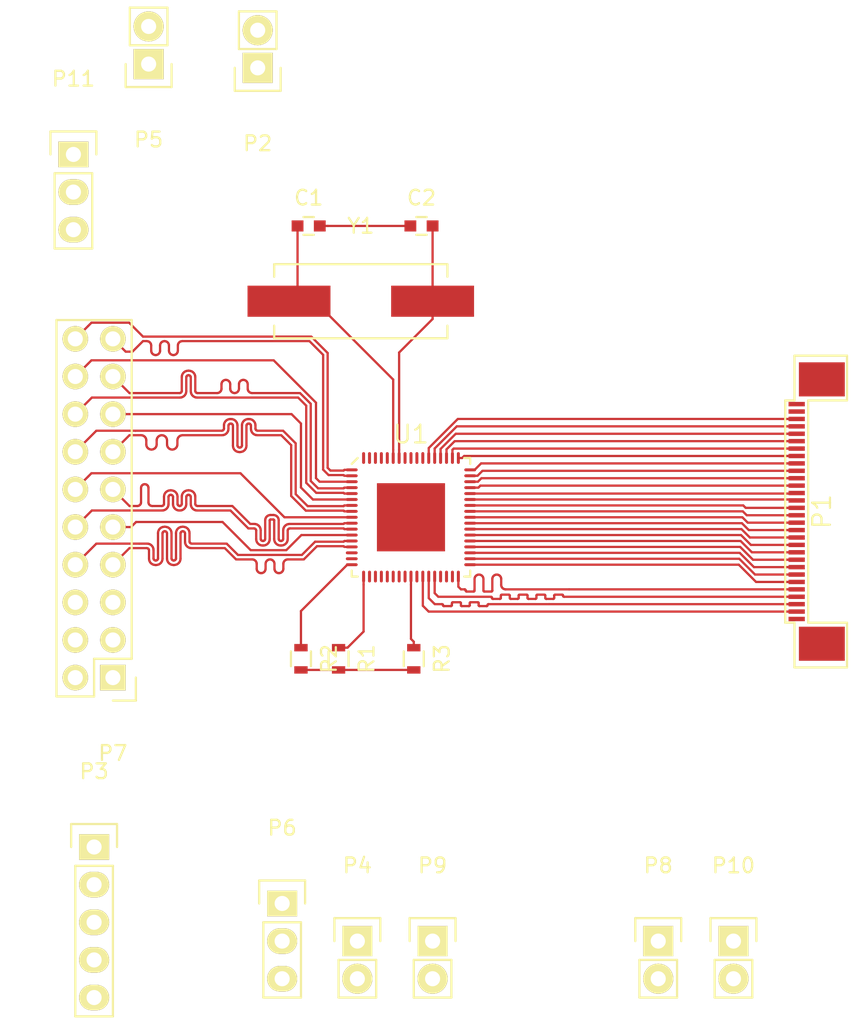
<source format=kicad_pcb>
(kicad_pcb (version 4) (host pcbnew 4.0.2-stable)

  (general
    (links 91)
    (no_connects 67)
    (area 0 0 0 0)
    (thickness 1.6)
    (drawings 0)
    (tracks 1423)
    (zones 0)
    (modules 18)
    (nets 59)
  )

  (page A4)
  (layers
    (0 F.Cu signal)
    (31 B.Cu signal)
    (32 B.Adhes user)
    (33 F.Adhes user)
    (34 B.Paste user)
    (35 F.Paste user)
    (36 B.SilkS user)
    (37 F.SilkS user)
    (38 B.Mask user)
    (39 F.Mask user)
    (40 Dwgs.User user)
    (41 Cmts.User user)
    (42 Eco1.User user)
    (43 Eco2.User user)
    (44 Edge.Cuts user)
    (45 Margin user)
    (46 B.CrtYd user)
    (47 F.CrtYd user)
    (48 B.Fab user)
    (49 F.Fab user)
  )

  (setup
    (last_trace_width 0.152)
    (trace_clearance 0.152)
    (zone_clearance 0.508)
    (zone_45_only no)
    (trace_min 0.152)
    (segment_width 0.2)
    (edge_width 0.15)
    (via_size 0.508)
    (via_drill 0.33)
    (via_min_size 0.508)
    (via_min_drill 0.33)
    (uvia_size 0.3)
    (uvia_drill 0.1)
    (uvias_allowed no)
    (uvia_min_size 0.2)
    (uvia_min_drill 0.1)
    (pcb_text_width 0.3)
    (pcb_text_size 1.5 1.5)
    (mod_edge_width 0.15)
    (mod_text_size 1 1)
    (mod_text_width 0.15)
    (pad_size 1.524 1.524)
    (pad_drill 0.762)
    (pad_to_mask_clearance 0.2)
    (aux_axis_origin 0 0)
    (visible_elements FFFFFF7F)
    (pcbplotparams
      (layerselection 0x00030_80000001)
      (usegerberextensions false)
      (excludeedgelayer true)
      (linewidth 0.100000)
      (plotframeref false)
      (viasonmask false)
      (mode 1)
      (useauxorigin false)
      (hpglpennumber 1)
      (hpglpenspeed 20)
      (hpglpendiameter 15)
      (hpglpenoverlay 2)
      (psnegative false)
      (psa4output false)
      (plotreference true)
      (plotvalue true)
      (plotinvisibletext false)
      (padsonsilk false)
      (subtractmaskfromsilk false)
      (outputformat 1)
      (mirror false)
      (drillshape 1)
      (scaleselection 1)
      (outputdirectory ""))
  )

  (net 0 "")
  (net 1 /CLK1)
  (net 2 GND)
  (net 3 /CLK2)
  (net 4 "Net-(P2-Pad1)")
  (net 5 /MOSI)
  (net 6 /MISO)
  (net 7 /SCK)
  (net 8 /CSN)
  (net 9 +3V3)
  (net 10 +1V2)
  (net 11 /SHUT)
  (net 12 /RESET)
  (net 13 /LED_A)
  (net 14 /VCC)
  (net 15 /IOVCC)
  (net 16 /VSP)
  (net 17 /VSN)
  (net 18 /D3_N)
  (net 19 /D3_P)
  (net 20 /D2_N)
  (net 21 /D2_P)
  (net 22 /CLK_N)
  (net 23 /CLK_P)
  (net 24 /D1_N)
  (net 25 /D1_P)
  (net 26 /D0_N)
  (net 27 /D0_P)
  (net 28 "Net-(R1-Pad1)")
  (net 29 "Net-(R2-Pad1)")
  (net 30 "Net-(R3-Pad1)")
  (net 31 /DEN)
  (net 32 /HSYNC)
  (net 33 /PCLK)
  (net 34 /VSYNC)
  (net 35 /DATA0)
  (net 36 /DATA1)
  (net 37 /DATA2)
  (net 38 /DATA3)
  (net 39 /DATA4)
  (net 40 /DATA5)
  (net 41 /DATA6)
  (net 42 /DATA7)
  (net 43 /DATA8)
  (net 44 /DATA9)
  (net 45 /DATA10)
  (net 46 /DATA11)
  (net 47 /DATA12)
  (net 48 /DATA13)
  (net 49 /DATA14)
  (net 50 /DATA15)
  (net 51 /DATA16)
  (net 52 /DATA17)
  (net 53 /DATA18)
  (net 54 /DATA19)
  (net 55 /DATA20)
  (net 56 /DATA21)
  (net 57 /DATA22)
  (net 58 /DATA23)

  (net_class Default "This is the default net class."
    (clearance 0.152)
    (trace_width 0.152)
    (via_dia 0.508)
    (via_drill 0.33)
    (uvia_dia 0.3)
    (uvia_drill 0.1)
    (add_net +1V2)
    (add_net +3V3)
    (add_net /CLK1)
    (add_net /CLK2)
    (add_net /CLK_N)
    (add_net /CLK_P)
    (add_net /CSN)
    (add_net /D0_N)
    (add_net /D0_P)
    (add_net /D1_N)
    (add_net /D1_P)
    (add_net /D2_N)
    (add_net /D2_P)
    (add_net /D3_N)
    (add_net /D3_P)
    (add_net /DATA0)
    (add_net /DATA1)
    (add_net /DATA10)
    (add_net /DATA11)
    (add_net /DATA12)
    (add_net /DATA13)
    (add_net /DATA14)
    (add_net /DATA15)
    (add_net /DATA16)
    (add_net /DATA17)
    (add_net /DATA18)
    (add_net /DATA19)
    (add_net /DATA2)
    (add_net /DATA20)
    (add_net /DATA21)
    (add_net /DATA22)
    (add_net /DATA23)
    (add_net /DATA3)
    (add_net /DATA4)
    (add_net /DATA5)
    (add_net /DATA6)
    (add_net /DATA7)
    (add_net /DATA8)
    (add_net /DATA9)
    (add_net /DEN)
    (add_net /HSYNC)
    (add_net /IOVCC)
    (add_net /LED_A)
    (add_net /MISO)
    (add_net /MOSI)
    (add_net /PCLK)
    (add_net /RESET)
    (add_net /SCK)
    (add_net /SHUT)
    (add_net /VCC)
    (add_net /VSN)
    (add_net /VSP)
    (add_net /VSYNC)
    (add_net GND)
    (add_net "Net-(P2-Pad1)")
    (add_net "Net-(R1-Pad1)")
    (add_net "Net-(R2-Pad1)")
    (add_net "Net-(R3-Pad1)")
  )

  (module HDMI-to-MIPI:SSD2828QN4 (layer F.Cu) (tedit 57080ACC) (tstamp 57366BB1)
    (at 168.72 109.83)
    (path /56A049F1)
    (solder_mask_margin 0.02)
    (fp_text reference U1 (at 0 -5.6) (layer F.SilkS)
      (effects (font (size 1.2 1.2) (thickness 0.15)))
    )
    (fp_text value SSD2828QN4 (at 0 5.6) (layer F.Fab)
      (effects (font (size 1.2 1.2) (thickness 0.15)))
    )
    (fp_line (start -4 -3.6) (end -3.6 -4) (layer F.SilkS) (width 0.15))
    (fp_line (start 3.6 -4) (end 4 -4) (layer F.SilkS) (width 0.15))
    (fp_line (start 4 -4) (end 4 -3.6) (layer F.SilkS) (width 0.15))
    (fp_line (start -3.6 4) (end -4 4) (layer F.SilkS) (width 0.15))
    (fp_line (start -4 4) (end -4 3.6) (layer F.SilkS) (width 0.15))
    (fp_line (start 3.6 4) (end 4 4) (layer F.SilkS) (width 0.15))
    (fp_line (start 4 4) (end 4 3.6) (layer F.SilkS) (width 0.15))
    (fp_line (start -5.4 -5.4) (end 5.4 -5.4) (layer F.CrtYd) (width 0.15))
    (fp_line (start 5.4 -5.4) (end 5.4 5.4) (layer F.CrtYd) (width 0.15))
    (fp_line (start 5.4 5.4) (end -5.4 5.4) (layer F.CrtYd) (width 0.15))
    (fp_line (start -5.4 5.4) (end -5.4 -5.4) (layer F.CrtYd) (width 0.15))
    (pad 1 smd oval (at -4 -3.2 90) (size 0.2 0.8) (layers F.Cu F.Paste F.Mask)
      (net 27 /D0_P))
    (pad 2 smd oval (at -4 -2.8 90) (size 0.2 0.8) (layers F.Cu F.Paste F.Mask)
      (net 26 /D0_N))
    (pad 3 smd oval (at -4 -2.4 90) (size 0.2 0.8) (layers F.Cu F.Paste F.Mask)
      (net 2 GND))
    (pad 4 smd oval (at -4 -2 90) (size 0.2 0.8) (layers F.Cu F.Paste F.Mask)
      (net 25 /D1_P))
    (pad 5 smd oval (at -4 -1.6 90) (size 0.2 0.8) (layers F.Cu F.Paste F.Mask)
      (net 24 /D1_N))
    (pad 6 smd oval (at -4 -1.2 90) (size 0.2 0.8) (layers F.Cu F.Paste F.Mask)
      (net 2 GND))
    (pad 7 smd oval (at -4 -0.8 90) (size 0.2 0.8) (layers F.Cu F.Paste F.Mask)
      (net 23 /CLK_P))
    (pad 8 smd oval (at -4 -0.4 90) (size 0.2 0.8) (layers F.Cu F.Paste F.Mask)
      (net 22 /CLK_N))
    (pad 9 smd oval (at -4 0 90) (size 0.2 0.8) (layers F.Cu F.Paste F.Mask)
      (net 2 GND))
    (pad 10 smd oval (at -4 0.4 90) (size 0.2 0.8) (layers F.Cu F.Paste F.Mask)
      (net 21 /D2_P))
    (pad 11 smd oval (at -4 0.8 90) (size 0.2 0.8) (layers F.Cu F.Paste F.Mask)
      (net 20 /D2_N))
    (pad 12 smd oval (at -4 1.2 90) (size 0.2 0.8) (layers F.Cu F.Paste F.Mask)
      (net 2 GND))
    (pad 13 smd oval (at -4 1.6 90) (size 0.2 0.8) (layers F.Cu F.Paste F.Mask)
      (net 19 /D3_P))
    (pad 14 smd oval (at -4 2 90) (size 0.2 0.8) (layers F.Cu F.Paste F.Mask)
      (net 18 /D3_N))
    (pad 15 smd oval (at -4 2.4 90) (size 0.2 0.8) (layers F.Cu F.Paste F.Mask)
      (net 10 +1V2))
    (pad 16 smd oval (at -4 2.8 90) (size 0.2 0.8) (layers F.Cu F.Paste F.Mask)
      (net 9 +3V3))
    (pad 17 smd oval (at -4 3.2 90) (size 0.2 0.8) (layers F.Cu F.Paste F.Mask)
      (net 29 "Net-(R2-Pad1)"))
    (pad 18 smd oval (at -3.2 4) (size 0.2 0.8) (layers F.Cu F.Paste F.Mask)
      (net 28 "Net-(R1-Pad1)"))
    (pad 19 smd oval (at -2.8 4) (size 0.2 0.8) (layers F.Cu F.Paste F.Mask))
    (pad 20 smd oval (at -2.4 4) (size 0.2 0.8) (layers F.Cu F.Paste F.Mask))
    (pad 21 smd oval (at -2 4) (size 0.2 0.8) (layers F.Cu F.Paste F.Mask))
    (pad 22 smd oval (at -1.6 4) (size 0.2 0.8) (layers F.Cu F.Paste F.Mask)
      (net 12 /RESET))
    (pad 23 smd oval (at -1.2 4) (size 0.2 0.8) (layers F.Cu F.Paste F.Mask)
      (net 6 /MISO))
    (pad 24 smd oval (at -0.8 4) (size 0.2 0.8) (layers F.Cu F.Paste F.Mask)
      (net 5 /MOSI))
    (pad 25 smd oval (at -0.4 4) (size 0.2 0.8) (layers F.Cu F.Paste F.Mask)
      (net 7 /SCK))
    (pad 26 smd oval (at 0 4) (size 0.2 0.8) (layers F.Cu F.Paste F.Mask)
      (net 30 "Net-(R3-Pad1)"))
    (pad 27 smd oval (at 0.4 4) (size 0.2 0.8) (layers F.Cu F.Paste F.Mask)
      (net 11 /SHUT))
    (pad 28 smd oval (at 0.8 4) (size 0.2 0.8) (layers F.Cu F.Paste F.Mask)
      (net 31 /DEN))
    (pad 29 smd oval (at 1.2 4) (size 0.2 0.8) (layers F.Cu F.Paste F.Mask)
      (net 32 /HSYNC))
    (pad 30 smd oval (at 1.6 4) (size 0.2 0.8) (layers F.Cu F.Paste F.Mask)
      (net 33 /PCLK))
    (pad 31 smd oval (at 2 4) (size 0.2 0.8) (layers F.Cu F.Paste F.Mask)
      (net 10 +1V2))
    (pad 32 smd oval (at 2.4 4) (size 0.2 0.8) (layers F.Cu F.Paste F.Mask)
      (net 2 GND))
    (pad 33 smd oval (at 2.8 4) (size 0.2 0.8) (layers F.Cu F.Paste F.Mask)
      (net 9 +3V3))
    (pad 34 smd oval (at 3.2 4) (size 0.2 0.8) (layers F.Cu F.Paste F.Mask)
      (net 34 /VSYNC))
    (pad 35 smd oval (at 4 3.2 90) (size 0.2 0.8) (layers F.Cu F.Paste F.Mask)
      (net 35 /DATA0))
    (pad 36 smd oval (at 4 2.8 90) (size 0.2 0.8) (layers F.Cu F.Paste F.Mask)
      (net 36 /DATA1))
    (pad 37 smd oval (at 4 2.4 90) (size 0.2 0.8) (layers F.Cu F.Paste F.Mask)
      (net 37 /DATA2))
    (pad 38 smd oval (at 4 2 90) (size 0.2 0.8) (layers F.Cu F.Paste F.Mask)
      (net 38 /DATA3))
    (pad 39 smd oval (at 4 1.6 90) (size 0.2 0.8) (layers F.Cu F.Paste F.Mask)
      (net 39 /DATA4))
    (pad 40 smd oval (at 4 1.2 90) (size 0.2 0.8) (layers F.Cu F.Paste F.Mask)
      (net 40 /DATA5))
    (pad 41 smd oval (at 4 0.8 90) (size 0.2 0.8) (layers F.Cu F.Paste F.Mask)
      (net 41 /DATA6))
    (pad 42 smd oval (at 4 0.4 90) (size 0.2 0.8) (layers F.Cu F.Paste F.Mask)
      (net 42 /DATA7))
    (pad 43 smd oval (at 4 0 90) (size 0.2 0.8) (layers F.Cu F.Paste F.Mask)
      (net 43 /DATA8))
    (pad 44 smd oval (at 4 -0.4 90) (size 0.2 0.8) (layers F.Cu F.Paste F.Mask)
      (net 44 /DATA9))
    (pad 45 smd oval (at 4 -0.8 90) (size 0.2 0.8) (layers F.Cu F.Paste F.Mask)
      (net 45 /DATA10))
    (pad 46 smd oval (at 4 -1.2 90) (size 0.2 0.8) (layers F.Cu F.Paste F.Mask)
      (net 46 /DATA11))
    (pad 47 smd oval (at 4 -1.6 90) (size 0.2 0.8) (layers F.Cu F.Paste F.Mask)
      (net 47 /DATA12))
    (pad 48 smd oval (at 4 -2 90) (size 0.2 0.8) (layers F.Cu F.Paste F.Mask)
      (net 48 /DATA13))
    (pad 49 smd oval (at 4 -2.4 90) (size 0.2 0.8) (layers F.Cu F.Paste F.Mask)
      (net 49 /DATA14))
    (pad 50 smd oval (at 4 -2.8 90) (size 0.2 0.8) (layers F.Cu F.Paste F.Mask)
      (net 50 /DATA15))
    (pad 51 smd oval (at 4 -3.2 90) (size 0.2 0.8) (layers F.Cu F.Paste F.Mask)
      (net 51 /DATA16))
    (pad 52 smd oval (at 3.2 -4) (size 0.2 0.8) (layers F.Cu F.Paste F.Mask)
      (net 52 /DATA17))
    (pad 53 smd oval (at 2.8 -4) (size 0.2 0.8) (layers F.Cu F.Paste F.Mask)
      (net 53 /DATA18))
    (pad 54 smd oval (at 2.4 -4) (size 0.2 0.8) (layers F.Cu F.Paste F.Mask)
      (net 54 /DATA19))
    (pad 55 smd oval (at 2 -4) (size 0.2 0.8) (layers F.Cu F.Paste F.Mask)
      (net 55 /DATA20))
    (pad 56 smd oval (at 1.6 -4) (size 0.2 0.8) (layers F.Cu F.Paste F.Mask)
      (net 56 /DATA21))
    (pad 57 smd oval (at 1.2 -4) (size 0.2 0.8) (layers F.Cu F.Paste F.Mask)
      (net 57 /DATA22))
    (pad 58 smd oval (at 0.8 -4) (size 0.2 0.8) (layers F.Cu F.Paste F.Mask)
      (net 58 /DATA23))
    (pad 59 smd oval (at 0.4 -4) (size 0.2 0.8) (layers F.Cu F.Paste F.Mask)
      (net 8 /CSN))
    (pad 60 smd oval (at 0 -4) (size 0.2 0.8) (layers F.Cu F.Paste F.Mask)
      (net 10 +1V2))
    (pad 61 smd oval (at -0.4 -4) (size 0.2 0.8) (layers F.Cu F.Paste F.Mask)
      (net 4 "Net-(P2-Pad1)"))
    (pad 62 smd oval (at -0.8 -4) (size 0.2 0.8) (layers F.Cu F.Paste F.Mask)
      (net 3 /CLK2))
    (pad 63 smd oval (at -1.2 -4) (size 0.2 0.8) (layers F.Cu F.Paste F.Mask)
      (net 1 /CLK1))
    (pad 64 smd oval (at -1.6 -4) (size 0.2 0.8) (layers F.Cu F.Paste F.Mask)
      (net 9 +3V3))
    (pad 65 smd oval (at -2 -4) (size 0.2 0.8) (layers F.Cu F.Paste F.Mask)
      (net 2 GND))
    (pad 66 smd oval (at -2.4 -4) (size 0.2 0.8) (layers F.Cu F.Paste F.Mask)
      (net 10 +1V2))
    (pad 67 smd oval (at -2.8 -4) (size 0.2 0.8) (layers F.Cu F.Paste F.Mask)
      (net 2 GND))
    (pad 68 smd oval (at -3.2 -4) (size 0.2 0.8) (layers F.Cu F.Paste F.Mask)
      (net 9 +3V3))
    (pad "" smd rect (at 0 0) (size 4.6 4.6) (layers F.Cu F.Paste F.Mask)
      (zone_connect 0))
  )

  (module Capacitors_SMD:C_0603 (layer F.Cu) (tedit 5415D631) (tstamp 57366AFD)
    (at 161.81 90.17)
    (descr "Capacitor SMD 0603, reflow soldering, AVX (see smccp.pdf)")
    (tags "capacitor 0603")
    (path /56A26C5F)
    (attr smd)
    (fp_text reference C1 (at 0 -1.9) (layer F.SilkS)
      (effects (font (size 1 1) (thickness 0.15)))
    )
    (fp_text value 20pF (at 0 1.9) (layer F.Fab)
      (effects (font (size 1 1) (thickness 0.15)))
    )
    (fp_line (start -1.45 -0.75) (end 1.45 -0.75) (layer F.CrtYd) (width 0.05))
    (fp_line (start -1.45 0.75) (end 1.45 0.75) (layer F.CrtYd) (width 0.05))
    (fp_line (start -1.45 -0.75) (end -1.45 0.75) (layer F.CrtYd) (width 0.05))
    (fp_line (start 1.45 -0.75) (end 1.45 0.75) (layer F.CrtYd) (width 0.05))
    (fp_line (start -0.35 -0.6) (end 0.35 -0.6) (layer F.SilkS) (width 0.15))
    (fp_line (start 0.35 0.6) (end -0.35 0.6) (layer F.SilkS) (width 0.15))
    (pad 1 smd rect (at -0.75 0) (size 0.8 0.75) (layers F.Cu F.Paste F.Mask)
      (net 1 /CLK1))
    (pad 2 smd rect (at 0.75 0) (size 0.8 0.75) (layers F.Cu F.Paste F.Mask)
      (net 2 GND))
    (model Capacitors_SMD.3dshapes/C_0603.wrl
      (at (xyz 0 0 0))
      (scale (xyz 1 1 1))
      (rotate (xyz 0 0 0))
    )
  )

  (module Capacitors_SMD:C_0603 (layer F.Cu) (tedit 5415D631) (tstamp 57366B03)
    (at 169.43 90.17)
    (descr "Capacitor SMD 0603, reflow soldering, AVX (see smccp.pdf)")
    (tags "capacitor 0603")
    (path /56A26C9A)
    (attr smd)
    (fp_text reference C2 (at 0 -1.9) (layer F.SilkS)
      (effects (font (size 1 1) (thickness 0.15)))
    )
    (fp_text value 20pF (at 0 1.905) (layer F.Fab)
      (effects (font (size 1 1) (thickness 0.15)))
    )
    (fp_line (start -1.45 -0.75) (end 1.45 -0.75) (layer F.CrtYd) (width 0.05))
    (fp_line (start -1.45 0.75) (end 1.45 0.75) (layer F.CrtYd) (width 0.05))
    (fp_line (start -1.45 -0.75) (end -1.45 0.75) (layer F.CrtYd) (width 0.05))
    (fp_line (start 1.45 -0.75) (end 1.45 0.75) (layer F.CrtYd) (width 0.05))
    (fp_line (start -0.35 -0.6) (end 0.35 -0.6) (layer F.SilkS) (width 0.15))
    (fp_line (start 0.35 0.6) (end -0.35 0.6) (layer F.SilkS) (width 0.15))
    (pad 1 smd rect (at -0.75 0) (size 0.8 0.75) (layers F.Cu F.Paste F.Mask)
      (net 2 GND))
    (pad 2 smd rect (at 0.75 0) (size 0.8 0.75) (layers F.Cu F.Paste F.Mask)
      (net 3 /CLK2))
    (model Capacitors_SMD.3dshapes/C_0603.wrl
      (at (xyz 0 0 0))
      (scale (xyz 1 1 1))
      (rotate (xyz 0 0 0))
    )
  )

  (module Pin_Headers:Pin_Header_Straight_1x02 (layer F.Cu) (tedit 54EA090C) (tstamp 57366B09)
    (at 158.369 79.502 180)
    (descr "Through hole pin header")
    (tags "pin header")
    (path /56A04A61)
    (fp_text reference P2 (at 0 -5.1 180) (layer F.SilkS)
      (effects (font (size 1 1) (thickness 0.15)))
    )
    (fp_text value CONN_01X02 (at 0 -3.1 180) (layer F.Fab)
      (effects (font (size 1 1) (thickness 0.15)))
    )
    (fp_line (start 1.27 1.27) (end 1.27 3.81) (layer F.SilkS) (width 0.15))
    (fp_line (start 1.55 -1.55) (end 1.55 0) (layer F.SilkS) (width 0.15))
    (fp_line (start -1.75 -1.75) (end -1.75 4.3) (layer F.CrtYd) (width 0.05))
    (fp_line (start 1.75 -1.75) (end 1.75 4.3) (layer F.CrtYd) (width 0.05))
    (fp_line (start -1.75 -1.75) (end 1.75 -1.75) (layer F.CrtYd) (width 0.05))
    (fp_line (start -1.75 4.3) (end 1.75 4.3) (layer F.CrtYd) (width 0.05))
    (fp_line (start 1.27 1.27) (end -1.27 1.27) (layer F.SilkS) (width 0.15))
    (fp_line (start -1.55 0) (end -1.55 -1.55) (layer F.SilkS) (width 0.15))
    (fp_line (start -1.55 -1.55) (end 1.55 -1.55) (layer F.SilkS) (width 0.15))
    (fp_line (start -1.27 1.27) (end -1.27 3.81) (layer F.SilkS) (width 0.15))
    (fp_line (start -1.27 3.81) (end 1.27 3.81) (layer F.SilkS) (width 0.15))
    (pad 1 thru_hole rect (at 0 0 180) (size 2.032 2.032) (drill 1.016) (layers *.Cu *.Mask F.SilkS)
      (net 4 "Net-(P2-Pad1)"))
    (pad 2 thru_hole oval (at 0 2.54 180) (size 2.032 2.032) (drill 1.016) (layers *.Cu *.Mask F.SilkS)
      (net 2 GND))
    (model Pin_Headers.3dshapes/Pin_Header_Straight_1x02.wrl
      (at (xyz 0 -0.05 0))
      (scale (xyz 1 1 1))
      (rotate (xyz 0 0 90))
    )
  )

  (module Pin_Headers:Pin_Header_Straight_1x05 (layer F.Cu) (tedit 54EA0684) (tstamp 57366B12)
    (at 147.32 132.08)
    (descr "Through hole pin header")
    (tags "pin header")
    (path /5701A13C)
    (fp_text reference P3 (at 0 -5.1) (layer F.SilkS)
      (effects (font (size 1 1) (thickness 0.15)))
    )
    (fp_text value CONN_01X05 (at 0 -3.1) (layer F.Fab)
      (effects (font (size 1 1) (thickness 0.15)))
    )
    (fp_line (start -1.55 0) (end -1.55 -1.55) (layer F.SilkS) (width 0.15))
    (fp_line (start -1.55 -1.55) (end 1.55 -1.55) (layer F.SilkS) (width 0.15))
    (fp_line (start 1.55 -1.55) (end 1.55 0) (layer F.SilkS) (width 0.15))
    (fp_line (start -1.75 -1.75) (end -1.75 11.95) (layer F.CrtYd) (width 0.05))
    (fp_line (start 1.75 -1.75) (end 1.75 11.95) (layer F.CrtYd) (width 0.05))
    (fp_line (start -1.75 -1.75) (end 1.75 -1.75) (layer F.CrtYd) (width 0.05))
    (fp_line (start -1.75 11.95) (end 1.75 11.95) (layer F.CrtYd) (width 0.05))
    (fp_line (start 1.27 1.27) (end 1.27 11.43) (layer F.SilkS) (width 0.15))
    (fp_line (start 1.27 11.43) (end -1.27 11.43) (layer F.SilkS) (width 0.15))
    (fp_line (start -1.27 11.43) (end -1.27 1.27) (layer F.SilkS) (width 0.15))
    (fp_line (start 1.27 1.27) (end -1.27 1.27) (layer F.SilkS) (width 0.15))
    (pad 1 thru_hole rect (at 0 0) (size 2.032 1.7272) (drill 1.016) (layers *.Cu *.Mask F.SilkS)
      (net 5 /MOSI))
    (pad 2 thru_hole oval (at 0 2.54) (size 2.032 1.7272) (drill 1.016) (layers *.Cu *.Mask F.SilkS)
      (net 6 /MISO))
    (pad 3 thru_hole oval (at 0 5.08) (size 2.032 1.7272) (drill 1.016) (layers *.Cu *.Mask F.SilkS)
      (net 7 /SCK))
    (pad 4 thru_hole oval (at 0 7.62) (size 2.032 1.7272) (drill 1.016) (layers *.Cu *.Mask F.SilkS)
      (net 8 /CSN))
    (pad 5 thru_hole oval (at 0 10.16) (size 2.032 1.7272) (drill 1.016) (layers *.Cu *.Mask F.SilkS)
      (net 2 GND))
    (model Pin_Headers.3dshapes/Pin_Header_Straight_1x05.wrl
      (at (xyz 0 -0.2 0))
      (scale (xyz 1 1 1))
      (rotate (xyz 0 0 90))
    )
  )

  (module Pin_Headers:Pin_Header_Straight_1x02 (layer F.Cu) (tedit 54EA090C) (tstamp 57366B18)
    (at 165.1 138.43)
    (descr "Through hole pin header")
    (tags "pin header")
    (path /569EE78E)
    (fp_text reference P4 (at 0 -5.1) (layer F.SilkS)
      (effects (font (size 1 1) (thickness 0.15)))
    )
    (fp_text value CONN_01X02 (at 0 -3.1) (layer F.Fab)
      (effects (font (size 1 1) (thickness 0.15)))
    )
    (fp_line (start 1.27 1.27) (end 1.27 3.81) (layer F.SilkS) (width 0.15))
    (fp_line (start 1.55 -1.55) (end 1.55 0) (layer F.SilkS) (width 0.15))
    (fp_line (start -1.75 -1.75) (end -1.75 4.3) (layer F.CrtYd) (width 0.05))
    (fp_line (start 1.75 -1.75) (end 1.75 4.3) (layer F.CrtYd) (width 0.05))
    (fp_line (start -1.75 -1.75) (end 1.75 -1.75) (layer F.CrtYd) (width 0.05))
    (fp_line (start -1.75 4.3) (end 1.75 4.3) (layer F.CrtYd) (width 0.05))
    (fp_line (start 1.27 1.27) (end -1.27 1.27) (layer F.SilkS) (width 0.15))
    (fp_line (start -1.55 0) (end -1.55 -1.55) (layer F.SilkS) (width 0.15))
    (fp_line (start -1.55 -1.55) (end 1.55 -1.55) (layer F.SilkS) (width 0.15))
    (fp_line (start -1.27 1.27) (end -1.27 3.81) (layer F.SilkS) (width 0.15))
    (fp_line (start -1.27 3.81) (end 1.27 3.81) (layer F.SilkS) (width 0.15))
    (pad 1 thru_hole rect (at 0 0) (size 2.032 2.032) (drill 1.016) (layers *.Cu *.Mask F.SilkS)
      (net 9 +3V3))
    (pad 2 thru_hole oval (at 0 2.54) (size 2.032 2.032) (drill 1.016) (layers *.Cu *.Mask F.SilkS)
      (net 2 GND))
    (model Pin_Headers.3dshapes/Pin_Header_Straight_1x02.wrl
      (at (xyz 0 -0.05 0))
      (scale (xyz 1 1 1))
      (rotate (xyz 0 0 90))
    )
  )

  (module Pin_Headers:Pin_Header_Straight_1x02 (layer F.Cu) (tedit 54EA090C) (tstamp 57366B1E)
    (at 151.003 79.248 180)
    (descr "Through hole pin header")
    (tags "pin header")
    (path /569EE7C7)
    (fp_text reference P5 (at 0 -5.1 180) (layer F.SilkS)
      (effects (font (size 1 1) (thickness 0.15)))
    )
    (fp_text value CONN_01X02 (at 0 -3.1 180) (layer F.Fab)
      (effects (font (size 1 1) (thickness 0.15)))
    )
    (fp_line (start 1.27 1.27) (end 1.27 3.81) (layer F.SilkS) (width 0.15))
    (fp_line (start 1.55 -1.55) (end 1.55 0) (layer F.SilkS) (width 0.15))
    (fp_line (start -1.75 -1.75) (end -1.75 4.3) (layer F.CrtYd) (width 0.05))
    (fp_line (start 1.75 -1.75) (end 1.75 4.3) (layer F.CrtYd) (width 0.05))
    (fp_line (start -1.75 -1.75) (end 1.75 -1.75) (layer F.CrtYd) (width 0.05))
    (fp_line (start -1.75 4.3) (end 1.75 4.3) (layer F.CrtYd) (width 0.05))
    (fp_line (start 1.27 1.27) (end -1.27 1.27) (layer F.SilkS) (width 0.15))
    (fp_line (start -1.55 0) (end -1.55 -1.55) (layer F.SilkS) (width 0.15))
    (fp_line (start -1.55 -1.55) (end 1.55 -1.55) (layer F.SilkS) (width 0.15))
    (fp_line (start -1.27 1.27) (end -1.27 3.81) (layer F.SilkS) (width 0.15))
    (fp_line (start -1.27 3.81) (end 1.27 3.81) (layer F.SilkS) (width 0.15))
    (pad 1 thru_hole rect (at 0 0 180) (size 2.032 2.032) (drill 1.016) (layers *.Cu *.Mask F.SilkS)
      (net 10 +1V2))
    (pad 2 thru_hole oval (at 0 2.54 180) (size 2.032 2.032) (drill 1.016) (layers *.Cu *.Mask F.SilkS)
      (net 2 GND))
    (model Pin_Headers.3dshapes/Pin_Header_Straight_1x02.wrl
      (at (xyz 0 -0.05 0))
      (scale (xyz 1 1 1))
      (rotate (xyz 0 0 90))
    )
  )

  (module Pin_Headers:Pin_Header_Straight_1x03 (layer F.Cu) (tedit 0) (tstamp 57366B25)
    (at 160.02 135.89)
    (descr "Through hole pin header")
    (tags "pin header")
    (path /5701A01A)
    (fp_text reference P6 (at 0 -5.1) (layer F.SilkS)
      (effects (font (size 1 1) (thickness 0.15)))
    )
    (fp_text value CONN_01X03 (at 0 -3.1) (layer F.Fab)
      (effects (font (size 1 1) (thickness 0.15)))
    )
    (fp_line (start -1.75 -1.75) (end -1.75 6.85) (layer F.CrtYd) (width 0.05))
    (fp_line (start 1.75 -1.75) (end 1.75 6.85) (layer F.CrtYd) (width 0.05))
    (fp_line (start -1.75 -1.75) (end 1.75 -1.75) (layer F.CrtYd) (width 0.05))
    (fp_line (start -1.75 6.85) (end 1.75 6.85) (layer F.CrtYd) (width 0.05))
    (fp_line (start -1.27 1.27) (end -1.27 6.35) (layer F.SilkS) (width 0.15))
    (fp_line (start -1.27 6.35) (end 1.27 6.35) (layer F.SilkS) (width 0.15))
    (fp_line (start 1.27 6.35) (end 1.27 1.27) (layer F.SilkS) (width 0.15))
    (fp_line (start 1.55 -1.55) (end 1.55 0) (layer F.SilkS) (width 0.15))
    (fp_line (start 1.27 1.27) (end -1.27 1.27) (layer F.SilkS) (width 0.15))
    (fp_line (start -1.55 0) (end -1.55 -1.55) (layer F.SilkS) (width 0.15))
    (fp_line (start -1.55 -1.55) (end 1.55 -1.55) (layer F.SilkS) (width 0.15))
    (pad 1 thru_hole rect (at 0 0) (size 2.032 1.7272) (drill 1.016) (layers *.Cu *.Mask F.SilkS)
      (net 11 /SHUT))
    (pad 2 thru_hole oval (at 0 2.54) (size 2.032 1.7272) (drill 1.016) (layers *.Cu *.Mask F.SilkS)
      (net 12 /RESET))
    (pad 3 thru_hole oval (at 0 5.08) (size 2.032 1.7272) (drill 1.016) (layers *.Cu *.Mask F.SilkS)
      (net 2 GND))
    (model Pin_Headers.3dshapes/Pin_Header_Straight_1x03.wrl
      (at (xyz 0 -0.1 0))
      (scale (xyz 1 1 1))
      (rotate (xyz 0 0 90))
    )
  )

  (module Pin_Headers:Pin_Header_Straight_2x10 (layer F.Cu) (tedit 0) (tstamp 57366B3D)
    (at 148.59 120.65 180)
    (descr "Through hole pin header")
    (tags "pin header")
    (path /56A049EA)
    (fp_text reference P7 (at 0 -5.1 180) (layer F.SilkS)
      (effects (font (size 1 1) (thickness 0.15)))
    )
    (fp_text value CONN_02X10 (at 0 -3.1 180) (layer F.Fab)
      (effects (font (size 1 1) (thickness 0.15)))
    )
    (fp_line (start -1.75 -1.75) (end -1.75 24.65) (layer F.CrtYd) (width 0.05))
    (fp_line (start 4.3 -1.75) (end 4.3 24.65) (layer F.CrtYd) (width 0.05))
    (fp_line (start -1.75 -1.75) (end 4.3 -1.75) (layer F.CrtYd) (width 0.05))
    (fp_line (start -1.75 24.65) (end 4.3 24.65) (layer F.CrtYd) (width 0.05))
    (fp_line (start 3.81 24.13) (end 3.81 -1.27) (layer F.SilkS) (width 0.15))
    (fp_line (start -1.27 1.27) (end -1.27 24.13) (layer F.SilkS) (width 0.15))
    (fp_line (start 3.81 24.13) (end -1.27 24.13) (layer F.SilkS) (width 0.15))
    (fp_line (start 3.81 -1.27) (end 1.27 -1.27) (layer F.SilkS) (width 0.15))
    (fp_line (start 0 -1.55) (end -1.55 -1.55) (layer F.SilkS) (width 0.15))
    (fp_line (start 1.27 -1.27) (end 1.27 1.27) (layer F.SilkS) (width 0.15))
    (fp_line (start 1.27 1.27) (end -1.27 1.27) (layer F.SilkS) (width 0.15))
    (fp_line (start -1.55 -1.55) (end -1.55 0) (layer F.SilkS) (width 0.15))
    (pad 1 thru_hole rect (at 0 0 180) (size 1.7272 1.7272) (drill 1.016) (layers *.Cu *.Mask F.SilkS)
      (net 13 /LED_A))
    (pad 2 thru_hole oval (at 2.54 0 180) (size 1.7272 1.7272) (drill 1.016) (layers *.Cu *.Mask F.SilkS)
      (net 14 /VCC))
    (pad 3 thru_hole oval (at 0 2.54 180) (size 1.7272 1.7272) (drill 1.016) (layers *.Cu *.Mask F.SilkS)
      (net 15 /IOVCC))
    (pad 4 thru_hole oval (at 2.54 2.54 180) (size 1.7272 1.7272) (drill 1.016) (layers *.Cu *.Mask F.SilkS))
    (pad 5 thru_hole oval (at 0 5.08 180) (size 1.7272 1.7272) (drill 1.016) (layers *.Cu *.Mask F.SilkS)
      (net 16 /VSP))
    (pad 6 thru_hole oval (at 2.54 5.08 180) (size 1.7272 1.7272) (drill 1.016) (layers *.Cu *.Mask F.SilkS)
      (net 17 /VSN))
    (pad 7 thru_hole oval (at 0 7.62 180) (size 1.7272 1.7272) (drill 1.016) (layers *.Cu *.Mask F.SilkS)
      (net 18 /D3_N))
    (pad 8 thru_hole oval (at 2.54 7.62 180) (size 1.7272 1.7272) (drill 1.016) (layers *.Cu *.Mask F.SilkS)
      (net 19 /D3_P))
    (pad 9 thru_hole oval (at 0 10.16 180) (size 1.7272 1.7272) (drill 1.016) (layers *.Cu *.Mask F.SilkS)
      (net 2 GND))
    (pad 10 thru_hole oval (at 2.54 10.16 180) (size 1.7272 1.7272) (drill 1.016) (layers *.Cu *.Mask F.SilkS)
      (net 20 /D2_N))
    (pad 11 thru_hole oval (at 0 12.7 180) (size 1.7272 1.7272) (drill 1.016) (layers *.Cu *.Mask F.SilkS)
      (net 21 /D2_P))
    (pad 12 thru_hole oval (at 2.54 12.7 180) (size 1.7272 1.7272) (drill 1.016) (layers *.Cu *.Mask F.SilkS)
      (net 2 GND))
    (pad 13 thru_hole oval (at 0 15.24 180) (size 1.7272 1.7272) (drill 1.016) (layers *.Cu *.Mask F.SilkS)
      (net 22 /CLK_N))
    (pad 14 thru_hole oval (at 2.54 15.24 180) (size 1.7272 1.7272) (drill 1.016) (layers *.Cu *.Mask F.SilkS)
      (net 23 /CLK_P))
    (pad 15 thru_hole oval (at 0 17.78 180) (size 1.7272 1.7272) (drill 1.016) (layers *.Cu *.Mask F.SilkS)
      (net 2 GND))
    (pad 16 thru_hole oval (at 2.54 17.78 180) (size 1.7272 1.7272) (drill 1.016) (layers *.Cu *.Mask F.SilkS)
      (net 24 /D1_N))
    (pad 17 thru_hole oval (at 0 20.32 180) (size 1.7272 1.7272) (drill 1.016) (layers *.Cu *.Mask F.SilkS)
      (net 25 /D1_P))
    (pad 18 thru_hole oval (at 2.54 20.32 180) (size 1.7272 1.7272) (drill 1.016) (layers *.Cu *.Mask F.SilkS)
      (net 2 GND))
    (pad 19 thru_hole oval (at 0 22.86 180) (size 1.7272 1.7272) (drill 1.016) (layers *.Cu *.Mask F.SilkS)
      (net 26 /D0_N))
    (pad 20 thru_hole oval (at 2.54 22.86 180) (size 1.7272 1.7272) (drill 1.016) (layers *.Cu *.Mask F.SilkS)
      (net 27 /D0_P))
    (model Pin_Headers.3dshapes/Pin_Header_Straight_2x10.wrl
      (at (xyz 0.05 -0.45 0))
      (scale (xyz 1 1 1))
      (rotate (xyz 0 0 90))
    )
  )

  (module Pin_Headers:Pin_Header_Straight_1x02 (layer F.Cu) (tedit 54EA090C) (tstamp 57366B43)
    (at 185.42 138.43)
    (descr "Through hole pin header")
    (tags "pin header")
    (path /569EDAA4)
    (fp_text reference P8 (at 0 -5.1) (layer F.SilkS)
      (effects (font (size 1 1) (thickness 0.15)))
    )
    (fp_text value CONN_01X02 (at 0 -3.1) (layer F.Fab)
      (effects (font (size 1 1) (thickness 0.15)))
    )
    (fp_line (start 1.27 1.27) (end 1.27 3.81) (layer F.SilkS) (width 0.15))
    (fp_line (start 1.55 -1.55) (end 1.55 0) (layer F.SilkS) (width 0.15))
    (fp_line (start -1.75 -1.75) (end -1.75 4.3) (layer F.CrtYd) (width 0.05))
    (fp_line (start 1.75 -1.75) (end 1.75 4.3) (layer F.CrtYd) (width 0.05))
    (fp_line (start -1.75 -1.75) (end 1.75 -1.75) (layer F.CrtYd) (width 0.05))
    (fp_line (start -1.75 4.3) (end 1.75 4.3) (layer F.CrtYd) (width 0.05))
    (fp_line (start 1.27 1.27) (end -1.27 1.27) (layer F.SilkS) (width 0.15))
    (fp_line (start -1.55 0) (end -1.55 -1.55) (layer F.SilkS) (width 0.15))
    (fp_line (start -1.55 -1.55) (end 1.55 -1.55) (layer F.SilkS) (width 0.15))
    (fp_line (start -1.27 1.27) (end -1.27 3.81) (layer F.SilkS) (width 0.15))
    (fp_line (start -1.27 3.81) (end 1.27 3.81) (layer F.SilkS) (width 0.15))
    (pad 1 thru_hole rect (at 0 0) (size 2.032 2.032) (drill 1.016) (layers *.Cu *.Mask F.SilkS)
      (net 14 /VCC))
    (pad 2 thru_hole oval (at 0 2.54) (size 2.032 2.032) (drill 1.016) (layers *.Cu *.Mask F.SilkS)
      (net 2 GND))
    (model Pin_Headers.3dshapes/Pin_Header_Straight_1x02.wrl
      (at (xyz 0 -0.05 0))
      (scale (xyz 1 1 1))
      (rotate (xyz 0 0 90))
    )
  )

  (module Pin_Headers:Pin_Header_Straight_1x02 (layer F.Cu) (tedit 54EA090C) (tstamp 57366B49)
    (at 170.18 138.43)
    (descr "Through hole pin header")
    (tags "pin header")
    (path /569EDB3B)
    (fp_text reference P9 (at 0 -5.1) (layer F.SilkS)
      (effects (font (size 1 1) (thickness 0.15)))
    )
    (fp_text value CONN_01X02 (at 0 -3.1) (layer F.Fab)
      (effects (font (size 1 1) (thickness 0.15)))
    )
    (fp_line (start 1.27 1.27) (end 1.27 3.81) (layer F.SilkS) (width 0.15))
    (fp_line (start 1.55 -1.55) (end 1.55 0) (layer F.SilkS) (width 0.15))
    (fp_line (start -1.75 -1.75) (end -1.75 4.3) (layer F.CrtYd) (width 0.05))
    (fp_line (start 1.75 -1.75) (end 1.75 4.3) (layer F.CrtYd) (width 0.05))
    (fp_line (start -1.75 -1.75) (end 1.75 -1.75) (layer F.CrtYd) (width 0.05))
    (fp_line (start -1.75 4.3) (end 1.75 4.3) (layer F.CrtYd) (width 0.05))
    (fp_line (start 1.27 1.27) (end -1.27 1.27) (layer F.SilkS) (width 0.15))
    (fp_line (start -1.55 0) (end -1.55 -1.55) (layer F.SilkS) (width 0.15))
    (fp_line (start -1.55 -1.55) (end 1.55 -1.55) (layer F.SilkS) (width 0.15))
    (fp_line (start -1.27 1.27) (end -1.27 3.81) (layer F.SilkS) (width 0.15))
    (fp_line (start -1.27 3.81) (end 1.27 3.81) (layer F.SilkS) (width 0.15))
    (pad 1 thru_hole rect (at 0 0) (size 2.032 2.032) (drill 1.016) (layers *.Cu *.Mask F.SilkS)
      (net 15 /IOVCC))
    (pad 2 thru_hole oval (at 0 2.54) (size 2.032 2.032) (drill 1.016) (layers *.Cu *.Mask F.SilkS)
      (net 2 GND))
    (model Pin_Headers.3dshapes/Pin_Header_Straight_1x02.wrl
      (at (xyz 0 -0.05 0))
      (scale (xyz 1 1 1))
      (rotate (xyz 0 0 90))
    )
  )

  (module Pin_Headers:Pin_Header_Straight_1x02 (layer F.Cu) (tedit 54EA090C) (tstamp 57366B4F)
    (at 190.5 138.43)
    (descr "Through hole pin header")
    (tags "pin header")
    (path /569EDB61)
    (fp_text reference P10 (at 0 -5.1) (layer F.SilkS)
      (effects (font (size 1 1) (thickness 0.15)))
    )
    (fp_text value CONN_01X02 (at 0 -3.1) (layer F.Fab)
      (effects (font (size 1 1) (thickness 0.15)))
    )
    (fp_line (start 1.27 1.27) (end 1.27 3.81) (layer F.SilkS) (width 0.15))
    (fp_line (start 1.55 -1.55) (end 1.55 0) (layer F.SilkS) (width 0.15))
    (fp_line (start -1.75 -1.75) (end -1.75 4.3) (layer F.CrtYd) (width 0.05))
    (fp_line (start 1.75 -1.75) (end 1.75 4.3) (layer F.CrtYd) (width 0.05))
    (fp_line (start -1.75 -1.75) (end 1.75 -1.75) (layer F.CrtYd) (width 0.05))
    (fp_line (start -1.75 4.3) (end 1.75 4.3) (layer F.CrtYd) (width 0.05))
    (fp_line (start 1.27 1.27) (end -1.27 1.27) (layer F.SilkS) (width 0.15))
    (fp_line (start -1.55 0) (end -1.55 -1.55) (layer F.SilkS) (width 0.15))
    (fp_line (start -1.55 -1.55) (end 1.55 -1.55) (layer F.SilkS) (width 0.15))
    (fp_line (start -1.27 1.27) (end -1.27 3.81) (layer F.SilkS) (width 0.15))
    (fp_line (start -1.27 3.81) (end 1.27 3.81) (layer F.SilkS) (width 0.15))
    (pad 1 thru_hole rect (at 0 0) (size 2.032 2.032) (drill 1.016) (layers *.Cu *.Mask F.SilkS)
      (net 13 /LED_A))
    (pad 2 thru_hole oval (at 0 2.54) (size 2.032 2.032) (drill 1.016) (layers *.Cu *.Mask F.SilkS)
      (net 2 GND))
    (model Pin_Headers.3dshapes/Pin_Header_Straight_1x02.wrl
      (at (xyz 0 -0.05 0))
      (scale (xyz 1 1 1))
      (rotate (xyz 0 0 90))
    )
  )

  (module Pin_Headers:Pin_Header_Straight_1x03 (layer F.Cu) (tedit 0) (tstamp 57366B56)
    (at 145.923 85.344)
    (descr "Through hole pin header")
    (tags "pin header")
    (path /569EDB8B)
    (fp_text reference P11 (at 0 -5.1) (layer F.SilkS)
      (effects (font (size 1 1) (thickness 0.15)))
    )
    (fp_text value CONN_01X03 (at 0 -3.1) (layer F.Fab)
      (effects (font (size 1 1) (thickness 0.15)))
    )
    (fp_line (start -1.75 -1.75) (end -1.75 6.85) (layer F.CrtYd) (width 0.05))
    (fp_line (start 1.75 -1.75) (end 1.75 6.85) (layer F.CrtYd) (width 0.05))
    (fp_line (start -1.75 -1.75) (end 1.75 -1.75) (layer F.CrtYd) (width 0.05))
    (fp_line (start -1.75 6.85) (end 1.75 6.85) (layer F.CrtYd) (width 0.05))
    (fp_line (start -1.27 1.27) (end -1.27 6.35) (layer F.SilkS) (width 0.15))
    (fp_line (start -1.27 6.35) (end 1.27 6.35) (layer F.SilkS) (width 0.15))
    (fp_line (start 1.27 6.35) (end 1.27 1.27) (layer F.SilkS) (width 0.15))
    (fp_line (start 1.55 -1.55) (end 1.55 0) (layer F.SilkS) (width 0.15))
    (fp_line (start 1.27 1.27) (end -1.27 1.27) (layer F.SilkS) (width 0.15))
    (fp_line (start -1.55 0) (end -1.55 -1.55) (layer F.SilkS) (width 0.15))
    (fp_line (start -1.55 -1.55) (end 1.55 -1.55) (layer F.SilkS) (width 0.15))
    (pad 1 thru_hole rect (at 0 0) (size 2.032 1.7272) (drill 1.016) (layers *.Cu *.Mask F.SilkS)
      (net 16 /VSP))
    (pad 2 thru_hole oval (at 0 2.54) (size 2.032 1.7272) (drill 1.016) (layers *.Cu *.Mask F.SilkS)
      (net 2 GND))
    (pad 3 thru_hole oval (at 0 5.08) (size 2.032 1.7272) (drill 1.016) (layers *.Cu *.Mask F.SilkS)
      (net 17 /VSN))
    (model Pin_Headers.3dshapes/Pin_Header_Straight_1x03.wrl
      (at (xyz 0 -0.1 0))
      (scale (xyz 1 1 1))
      (rotate (xyz 0 0 90))
    )
  )

  (module Resistors_SMD:R_0603 (layer F.Cu) (tedit 5415CC62) (tstamp 57366B5C)
    (at 163.83 119.38 270)
    (descr "Resistor SMD 0603, reflow soldering, Vishay (see dcrcw.pdf)")
    (tags "resistor 0603")
    (path /56A04A70)
    (attr smd)
    (fp_text reference R1 (at 0 -1.9 270) (layer F.SilkS)
      (effects (font (size 1 1) (thickness 0.15)))
    )
    (fp_text value 10K (at 0 1.9 270) (layer F.Fab)
      (effects (font (size 1 1) (thickness 0.15)))
    )
    (fp_line (start -1.3 -0.8) (end 1.3 -0.8) (layer F.CrtYd) (width 0.05))
    (fp_line (start -1.3 0.8) (end 1.3 0.8) (layer F.CrtYd) (width 0.05))
    (fp_line (start -1.3 -0.8) (end -1.3 0.8) (layer F.CrtYd) (width 0.05))
    (fp_line (start 1.3 -0.8) (end 1.3 0.8) (layer F.CrtYd) (width 0.05))
    (fp_line (start 0.5 0.675) (end -0.5 0.675) (layer F.SilkS) (width 0.15))
    (fp_line (start -0.5 -0.675) (end 0.5 -0.675) (layer F.SilkS) (width 0.15))
    (pad 1 smd rect (at -0.75 0 270) (size 0.5 0.9) (layers F.Cu F.Paste F.Mask)
      (net 28 "Net-(R1-Pad1)"))
    (pad 2 smd rect (at 0.75 0 270) (size 0.5 0.9) (layers F.Cu F.Paste F.Mask)
      (net 2 GND))
    (model Resistors_SMD.3dshapes/R_0603.wrl
      (at (xyz 0 0 0))
      (scale (xyz 1 1 1))
      (rotate (xyz 0 0 0))
    )
  )

  (module Resistors_SMD:R_0603 (layer F.Cu) (tedit 5415CC62) (tstamp 57366B62)
    (at 161.29 119.38 270)
    (descr "Resistor SMD 0603, reflow soldering, Vishay (see dcrcw.pdf)")
    (tags "resistor 0603")
    (path /56A04A77)
    (attr smd)
    (fp_text reference R2 (at 0 -1.9 270) (layer F.SilkS)
      (effects (font (size 1 1) (thickness 0.15)))
    )
    (fp_text value 10K (at 0 1.9 270) (layer F.Fab)
      (effects (font (size 1 1) (thickness 0.15)))
    )
    (fp_line (start -1.3 -0.8) (end 1.3 -0.8) (layer F.CrtYd) (width 0.05))
    (fp_line (start -1.3 0.8) (end 1.3 0.8) (layer F.CrtYd) (width 0.05))
    (fp_line (start -1.3 -0.8) (end -1.3 0.8) (layer F.CrtYd) (width 0.05))
    (fp_line (start 1.3 -0.8) (end 1.3 0.8) (layer F.CrtYd) (width 0.05))
    (fp_line (start 0.5 0.675) (end -0.5 0.675) (layer F.SilkS) (width 0.15))
    (fp_line (start -0.5 -0.675) (end 0.5 -0.675) (layer F.SilkS) (width 0.15))
    (pad 1 smd rect (at -0.75 0 270) (size 0.5 0.9) (layers F.Cu F.Paste F.Mask)
      (net 29 "Net-(R2-Pad1)"))
    (pad 2 smd rect (at 0.75 0 270) (size 0.5 0.9) (layers F.Cu F.Paste F.Mask)
      (net 2 GND))
    (model Resistors_SMD.3dshapes/R_0603.wrl
      (at (xyz 0 0 0))
      (scale (xyz 1 1 1))
      (rotate (xyz 0 0 0))
    )
  )

  (module Resistors_SMD:R_0603 (layer F.Cu) (tedit 5415CC62) (tstamp 57366B68)
    (at 168.91 119.38 270)
    (descr "Resistor SMD 0603, reflow soldering, Vishay (see dcrcw.pdf)")
    (tags "resistor 0603")
    (path /56A04A96)
    (attr smd)
    (fp_text reference R3 (at 0 -1.9 270) (layer F.SilkS)
      (effects (font (size 1 1) (thickness 0.15)))
    )
    (fp_text value 10K (at 0 1.9 270) (layer F.Fab)
      (effects (font (size 1 1) (thickness 0.15)))
    )
    (fp_line (start -1.3 -0.8) (end 1.3 -0.8) (layer F.CrtYd) (width 0.05))
    (fp_line (start -1.3 0.8) (end 1.3 0.8) (layer F.CrtYd) (width 0.05))
    (fp_line (start -1.3 -0.8) (end -1.3 0.8) (layer F.CrtYd) (width 0.05))
    (fp_line (start 1.3 -0.8) (end 1.3 0.8) (layer F.CrtYd) (width 0.05))
    (fp_line (start 0.5 0.675) (end -0.5 0.675) (layer F.SilkS) (width 0.15))
    (fp_line (start -0.5 -0.675) (end 0.5 -0.675) (layer F.SilkS) (width 0.15))
    (pad 1 smd rect (at -0.75 0 270) (size 0.5 0.9) (layers F.Cu F.Paste F.Mask)
      (net 30 "Net-(R3-Pad1)"))
    (pad 2 smd rect (at 0.75 0 270) (size 0.5 0.9) (layers F.Cu F.Paste F.Mask)
      (net 2 GND))
    (model Resistors_SMD.3dshapes/R_0603.wrl
      (at (xyz 0 0 0))
      (scale (xyz 1 1 1))
      (rotate (xyz 0 0 0))
    )
  )

  (module Crystals:Crystal_HC49-SD_SMD (layer F.Cu) (tedit 0) (tstamp 57366BB7)
    (at 165.33114 95.25)
    (descr "Crystal, Quarz, HC49-SD, SMD,")
    (tags "Crystal, Quarz, HC49-SD, SMD,")
    (path /56A2669B)
    (attr smd)
    (fp_text reference Y1 (at 0 -5.08) (layer F.SilkS)
      (effects (font (size 1 1) (thickness 0.15)))
    )
    (fp_text value 24MHz (at -0.23114 3.81) (layer F.Fab)
      (effects (font (size 1 1) (thickness 0.15)))
    )
    (fp_circle (center 0 0) (end 0.8509 0) (layer F.Adhes) (width 0.381))
    (fp_circle (center 0 0) (end 0.50038 0) (layer F.Adhes) (width 0.381))
    (fp_circle (center 0 0) (end 0.14986 0.0508) (layer F.Adhes) (width 0.381))
    (fp_line (start -5.84962 2.49936) (end 5.84962 2.49936) (layer F.SilkS) (width 0.15))
    (fp_line (start 5.84962 -2.49936) (end -5.84962 -2.49936) (layer F.SilkS) (width 0.15))
    (fp_line (start 5.84962 2.49936) (end 5.84962 1.651) (layer F.SilkS) (width 0.15))
    (fp_line (start 5.84962 -2.49936) (end 5.84962 -1.651) (layer F.SilkS) (width 0.15))
    (fp_line (start -5.84962 2.49936) (end -5.84962 1.651) (layer F.SilkS) (width 0.15))
    (fp_line (start -5.84962 -2.49936) (end -5.84962 -1.651) (layer F.SilkS) (width 0.15))
    (pad 1 smd rect (at -4.84886 0) (size 5.6007 2.10058) (layers F.Cu F.Paste F.Mask)
      (net 1 /CLK1))
    (pad 2 smd rect (at 4.84886 0) (size 5.6007 2.10058) (layers F.Cu F.Paste F.Mask)
      (net 3 /CLK2))
  )

  (module HDMI-to-MIPI:TE_3-1734592-0 (layer F.Cu) (tedit 0) (tstamp 574A5DD0)
    (at 194.769 109.444 90)
    (descr http://www.te.com/commerce/DocumentDelivery/DDEController?Action=srchrtrv&DocNm=1734592&DocType=Customer+Drawing&DocLang=English)
    (path /5701FD89)
    (fp_text reference P1 (at 0 1.7 90) (layer F.SilkS)
      (effects (font (size 1.2 1.2) (thickness 0.15)))
    )
    (fp_text value CONN_01X30 (at 0 3.05 90) (layer F.Fab)
      (effects (font (size 1.2 1.2) (thickness 0.15)))
    )
    (fp_line (start -7.5 -0.775) (end 7.5 -0.775) (layer F.SilkS) (width 0.15))
    (fp_line (start -7.5 0.775) (end 7.5 0.775) (layer F.SilkS) (width 0.15))
    (fp_line (start -7.5 0.775) (end -7.5 3.4) (layer F.SilkS) (width 0.15))
    (fp_line (start 7.5 0.775) (end 7.5 3.4) (layer F.SilkS) (width 0.15))
    (fp_line (start -7.5 3.4) (end -10.52 3.4) (layer F.SilkS) (width 0.15))
    (fp_line (start 7.5 3.4) (end 10.52 3.4) (layer F.SilkS) (width 0.15))
    (fp_line (start -10.52 3.4) (end -10.52 -0.15) (layer F.SilkS) (width 0.15))
    (fp_line (start 10.52 3.4) (end 10.52 -0.15) (layer F.SilkS) (width 0.15))
    (fp_line (start -10.52 -0.15) (end -7.5 -0.15) (layer F.SilkS) (width 0.15))
    (fp_line (start 10.52 -0.15) (end 7.5 -0.15) (layer F.SilkS) (width 0.15))
    (fp_line (start -7.5 -0.15) (end -7.5 -0.775) (layer F.SilkS) (width 0.15))
    (fp_line (start 7.5 -0.15) (end 7.5 -0.775) (layer F.SilkS) (width 0.15))
    (pad 1 smd rect (at -7.25 0 90) (size 0.3 1.1) (layers F.Cu F.Paste F.Mask)
      (net 2 GND))
    (pad 2 smd rect (at -6.75 0 90) (size 0.3 1.1) (layers F.Cu F.Paste F.Mask)
      (net 31 /DEN))
    (pad 3 smd rect (at -6.25 0 90) (size 0.3 1.1) (layers F.Cu F.Paste F.Mask)
      (net 32 /HSYNC))
    (pad 4 smd rect (at -5.75 0 90) (size 0.3 1.1) (layers F.Cu F.Paste F.Mask)
      (net 33 /PCLK))
    (pad 5 smd rect (at -5.25 0 90) (size 0.3 1.1) (layers F.Cu F.Paste F.Mask)
      (net 34 /VSYNC))
    (pad 6 smd rect (at -4.75 0 90) (size 0.3 1.1) (layers F.Cu F.Paste F.Mask)
      (net 35 /DATA0))
    (pad 7 smd rect (at -4.25 0 90) (size 0.3 1.1) (layers F.Cu F.Paste F.Mask)
      (net 36 /DATA1))
    (pad 8 smd rect (at -3.75 0 90) (size 0.3 1.1) (layers F.Cu F.Paste F.Mask)
      (net 37 /DATA2))
    (pad 9 smd rect (at -3.25 0 90) (size 0.3 1.1) (layers F.Cu F.Paste F.Mask)
      (net 38 /DATA3))
    (pad 10 smd rect (at -2.75 0 90) (size 0.3 1.1) (layers F.Cu F.Paste F.Mask)
      (net 39 /DATA4))
    (pad 11 smd rect (at -2.25 0 90) (size 0.3 1.1) (layers F.Cu F.Paste F.Mask)
      (net 40 /DATA5))
    (pad 12 smd rect (at -1.75 0 90) (size 0.3 1.1) (layers F.Cu F.Paste F.Mask)
      (net 41 /DATA6))
    (pad 13 smd rect (at -1.25 0 90) (size 0.3 1.1) (layers F.Cu F.Paste F.Mask)
      (net 42 /DATA7))
    (pad 14 smd rect (at -0.75 0 90) (size 0.3 1.1) (layers F.Cu F.Paste F.Mask)
      (net 43 /DATA8))
    (pad 15 smd rect (at -0.25 0 90) (size 0.3 1.1) (layers F.Cu F.Paste F.Mask)
      (net 44 /DATA9))
    (pad 16 smd rect (at 0.25 0 90) (size 0.3 1.1) (layers F.Cu F.Paste F.Mask)
      (net 45 /DATA10))
    (pad 17 smd rect (at 0.75 0 90) (size 0.3 1.1) (layers F.Cu F.Paste F.Mask)
      (net 46 /DATA11))
    (pad 18 smd rect (at 1.25 0 90) (size 0.3 1.1) (layers F.Cu F.Paste F.Mask)
      (net 47 /DATA12))
    (pad 19 smd rect (at 1.75 0 90) (size 0.3 1.1) (layers F.Cu F.Paste F.Mask)
      (net 48 /DATA13))
    (pad 20 smd rect (at 2.25 0 90) (size 0.3 1.1) (layers F.Cu F.Paste F.Mask)
      (net 49 /DATA14))
    (pad 21 smd rect (at 2.75 0 90) (size 0.3 1.1) (layers F.Cu F.Paste F.Mask)
      (net 50 /DATA15))
    (pad 22 smd rect (at 3.25 0 90) (size 0.3 1.1) (layers F.Cu F.Paste F.Mask)
      (net 51 /DATA16))
    (pad 23 smd rect (at 3.75 0 90) (size 0.3 1.1) (layers F.Cu F.Paste F.Mask)
      (net 52 /DATA17))
    (pad 24 smd rect (at 4.25 0 90) (size 0.3 1.1) (layers F.Cu F.Paste F.Mask)
      (net 53 /DATA18))
    (pad 25 smd rect (at 4.75 0 90) (size 0.3 1.1) (layers F.Cu F.Paste F.Mask)
      (net 54 /DATA19))
    (pad 26 smd rect (at 5.25 0 90) (size 0.3 1.1) (layers F.Cu F.Paste F.Mask)
      (net 55 /DATA20))
    (pad 27 smd rect (at 5.75 0 90) (size 0.3 1.1) (layers F.Cu F.Paste F.Mask)
      (net 56 /DATA21))
    (pad 28 smd rect (at 6.25 0 90) (size 0.3 1.1) (layers F.Cu F.Paste F.Mask)
      (net 57 /DATA22))
    (pad 29 smd rect (at 6.75 0 90) (size 0.3 1.1) (layers F.Cu F.Paste F.Mask)
      (net 58 /DATA23))
    (pad 30 smd rect (at 7.25 0 90) (size 0.3 1.1) (layers F.Cu F.Paste F.Mask)
      (net 2 GND))
    (pad 0 smd rect (at -8.92 1.7 90) (size 2.3 3.1) (layers F.Cu F.Paste F.Mask))
    (pad 0 smd rect (at 8.92 1.7 90) (size 2.3 3.1) (layers F.Cu F.Paste F.Mask))
  )

  (segment (start 161.06 90.17) (end 161.06 94.67228) (width 0.152) (layer F.Cu) (net 1))
  (segment (start 161.06 94.67228) (end 160.48228 95.25) (width 0.152) (layer F.Cu) (net 1))
  (segment (start 160.48228 95.25) (end 162.23234 95.25) (width 0.152) (layer F.Cu) (net 1))
  (segment (start 162.23234 95.25) (end 167.52 100.53766) (width 0.152) (layer F.Cu) (net 1))
  (segment (start 167.52 100.53766) (end 167.52 105.278) (width 0.152) (layer F.Cu) (net 1))
  (segment (start 167.52 105.278) (end 167.52 105.83) (width 0.152) (layer F.Cu) (net 1))
  (segment (start 163.83 120.13) (end 168.91 120.13) (width 0.152) (layer F.Cu) (net 2))
  (segment (start 161.29 120.13) (end 163.83 120.13) (width 0.152) (layer F.Cu) (net 2))
  (segment (start 162.56 90.17) (end 163.112 90.17) (width 0.152) (layer F.Cu) (net 2))
  (segment (start 163.112 90.17) (end 168.68 90.17) (width 0.152) (layer F.Cu) (net 2))
  (segment (start 164.72 107.43) (end 162.548 107.43) (width 0.152) (layer F.Cu) (net 2))
  (segment (start 162.548 107.43) (end 162.306 107.188) (width 0.152) (layer F.Cu) (net 2))
  (segment (start 162.306 107.188) (end 162.306 102.098106) (width 0.152) (layer F.Cu) (net 2))
  (segment (start 162.306 102.098106) (end 159.446293 99.238399) (width 0.152) (layer F.Cu) (net 2))
  (segment (start 147.141601 99.238399) (end 146.913599 99.466401) (width 0.152) (layer F.Cu) (net 2))
  (segment (start 159.446293 99.238399) (end 147.141601 99.238399) (width 0.152) (layer F.Cu) (net 2))
  (segment (start 146.913599 99.466401) (end 146.05 100.33) (width 0.152) (layer F.Cu) (net 2))
  (segment (start 164.72 108.63) (end 162.097 108.63) (width 0.152) (layer F.Cu) (net 2))
  (segment (start 162.097 108.63) (end 161.29 107.823) (width 0.152) (layer F.Cu) (net 2))
  (segment (start 161.29 107.823) (end 161.29 103.505) (width 0.152) (layer F.Cu) (net 2))
  (segment (start 160.655 102.87) (end 148.59 102.87) (width 0.152) (layer F.Cu) (net 2))
  (segment (start 161.29 103.505) (end 160.655 102.87) (width 0.152) (layer F.Cu) (net 2))
  (segment (start 164.72 109.83) (end 160.174646 109.83) (width 0.152) (layer F.Cu) (net 2))
  (segment (start 160.174646 109.83) (end 157.203045 106.858399) (width 0.152) (layer F.Cu) (net 2))
  (segment (start 157.203045 106.858399) (end 147.141601 106.858399) (width 0.152) (layer F.Cu) (net 2))
  (segment (start 147.141601 106.858399) (end 146.913599 107.086401) (width 0.152) (layer F.Cu) (net 2))
  (segment (start 146.913599 107.086401) (end 146.05 107.95) (width 0.152) (layer F.Cu) (net 2))
  (segment (start 157.897681 112.050681) (end 155.994523 110.147523) (width 0.152) (layer F.Cu) (net 2))
  (segment (start 155.994523 110.147523) (end 150.153791 110.147523) (width 0.152) (layer F.Cu) (net 2))
  (segment (start 150.153791 110.147523) (end 149.811314 110.49) (width 0.152) (layer F.Cu) (net 2))
  (segment (start 149.811314 110.49) (end 148.59 110.49) (width 0.152) (layer F.Cu) (net 2))
  (segment (start 164.72 111.03) (end 161.318614 111.03) (width 0.152) (layer F.Cu) (net 2))
  (segment (start 160.297933 112.050681) (end 157.897681 112.050681) (width 0.152) (layer F.Cu) (net 2))
  (segment (start 161.318614 111.03) (end 160.297933 112.050681) (width 0.152) (layer F.Cu) (net 2))
  (segment (start 170.18 90.17) (end 170.18 95.25) (width 0.152) (layer F.Cu) (net 3))
  (segment (start 170.18 95.25) (end 170.18 96.45229) (width 0.152) (layer F.Cu) (net 3))
  (segment (start 170.18 96.45229) (end 167.92 98.71229) (width 0.152) (layer F.Cu) (net 3))
  (segment (start 167.92 98.71229) (end 167.92 105.278) (width 0.152) (layer F.Cu) (net 3))
  (segment (start 167.92 105.278) (end 167.92 105.83) (width 0.152) (layer F.Cu) (net 3))
  (segment (start 158.301 113.29999) (end 158.308521 113.366747) (width 0.152) (layer F.Cu) (net 18))
  (segment (start 148.59 113.03) (end 149.708 111.912) (width 0.152) (layer F.Cu) (net 18))
  (segment (start 158.731165 113.570281) (end 158.788046 113.53454) (width 0.152) (layer F.Cu) (net 18))
  (segment (start 158.36645 113.487037) (end 158.413953 113.53454) (width 0.152) (layer F.Cu) (net 18))
  (segment (start 159.734243 113.592469) (end 159.801 113.59999) (width 0.152) (layer F.Cu) (net 18))
  (segment (start 150.909823 111.91581) (end 150.94195 111.927052) (width 0.152) (layer F.Cu) (net 18))
  (segment (start 158.534243 113.592469) (end 158.601 113.59999) (width 0.152) (layer F.Cu) (net 18))
  (segment (start 152.058176 110.777332) (end 152.092 110.773521) (width 0.152) (layer F.Cu) (net 18))
  (segment (start 152.18677 110.806683) (end 152.210838 110.830751) (width 0.152) (layer F.Cu) (net 18))
  (segment (start 159.070834 112.70371) (end 159.134243 112.681522) (width 0.152) (layer F.Cu) (net 18))
  (segment (start 151.846263 112.888711) (end 151.897451 112.807246) (width 0.152) (layer F.Cu) (net 18))
  (segment (start 151.605955 113.039706) (end 151.696767 113.00793) (width 0.152) (layer F.Cu) (net 18))
  (segment (start 152.125823 110.777332) (end 152.15795 110.788574) (width 0.152) (layer F.Cu) (net 18))
  (segment (start 159.613953 113.53454) (end 159.670834 113.570281) (width 0.152) (layer F.Cu) (net 18))
  (segment (start 152.286548 112.807246) (end 152.337736 112.888711) (width 0.152) (layer F.Cu) (net 18))
  (segment (start 159.530709 113.430156) (end 159.56645 113.487037) (width 0.152) (layer F.Cu) (net 18))
  (segment (start 159.201 112.674) (end 159.267756 112.681522) (width 0.152) (layer F.Cu) (net 18))
  (segment (start 158.470834 113.570281) (end 158.534243 113.592469) (width 0.152) (layer F.Cu) (net 18))
  (segment (start 152.821955 113.039706) (end 152.912767 113.00793) (width 0.152) (layer F.Cu) (net 18))
  (segment (start 159.670834 113.570281) (end 159.734243 113.592469) (width 0.152) (layer F.Cu) (net 18))
  (segment (start 164.22 111.83) (end 164.72 111.83) (width 0.152) (layer F.Cu) (net 18))
  (segment (start 159.435549 112.786954) (end 159.47129 112.843835) (width 0.152) (layer F.Cu) (net 18))
  (segment (start 151.955052 110.859571) (end 151.973161 110.830751) (width 0.152) (layer F.Cu) (net 18))
  (segment (start 153.621767 111.818264) (end 153.703232 111.869452) (width 0.152) (layer F.Cu) (net 18))
  (segment (start 153.502548 111.668768) (end 153.553736 111.750233) (width 0.152) (layer F.Cu) (net 18))
  (segment (start 153.156 110.925521) (end 153.15981 110.891698) (width 0.152) (layer F.Cu) (net 18))
  (segment (start 152.726349 113.050479) (end 152.821955 113.039706) (width 0.152) (layer F.Cu) (net 18))
  (segment (start 158.301 112.974) (end 158.301 113.29999) (width 0.152) (layer F.Cu) (net 18))
  (segment (start 159.801 113.59999) (end 159.867756 113.592469) (width 0.152) (layer F.Cu) (net 18))
  (segment (start 151.696767 113.00793) (end 151.778232 112.956742) (width 0.152) (layer F.Cu) (net 18))
  (segment (start 153.553736 111.750233) (end 153.621767 111.818264) (width 0.152) (layer F.Cu) (net 18))
  (segment (start 153.40277 110.806683) (end 153.426838 110.830751) (width 0.152) (layer F.Cu) (net 18))
  (segment (start 160.093478 113.366747) (end 160.101 113.29999) (width 0.152) (layer F.Cu) (net 18))
  (segment (start 153.703232 111.869452) (end 153.794044 111.901228) (width 0.152) (layer F.Cu) (net 18))
  (segment (start 153.308 110.773521) (end 153.341823 110.777332) (width 0.152) (layer F.Cu) (net 18))
  (segment (start 159.331165 112.70371) (end 159.388046 112.739451) (width 0.152) (layer F.Cu) (net 18))
  (segment (start 152.092 110.773521) (end 152.125823 110.777332) (width 0.152) (layer F.Cu) (net 18))
  (segment (start 151.94381 110.891698) (end 151.955052 110.859571) (width 0.152) (layer F.Cu) (net 18))
  (segment (start 151.94 112.620828) (end 151.94 110.925521) (width 0.152) (layer F.Cu) (net 18))
  (segment (start 152.244 112.620828) (end 152.254772 112.716434) (width 0.152) (layer F.Cu) (net 18))
  (segment (start 158.131165 112.70371) (end 158.188046 112.739451) (width 0.152) (layer F.Cu) (net 18))
  (segment (start 152.026049 110.788574) (end 152.058176 110.777332) (width 0.152) (layer F.Cu) (net 18))
  (segment (start 152.405767 112.956742) (end 152.487232 113.00793) (width 0.152) (layer F.Cu) (net 18))
  (segment (start 151.028 112.620828) (end 151.038772 112.716434) (width 0.152) (layer F.Cu) (net 18))
  (segment (start 151.024189 112.030176) (end 151.028 112.064) (width 0.152) (layer F.Cu) (net 18))
  (segment (start 153.274176 110.777332) (end 153.308 110.773521) (width 0.152) (layer F.Cu) (net 18))
  (segment (start 158.067756 112.681522) (end 158.131165 112.70371) (width 0.152) (layer F.Cu) (net 18))
  (segment (start 150.97077 111.945161) (end 150.994838 111.969229) (width 0.152) (layer F.Cu) (net 18))
  (segment (start 151.189767 112.956742) (end 151.271232 113.00793) (width 0.152) (layer F.Cu) (net 18))
  (segment (start 153.46 111.48235) (end 153.470772 111.577956) (width 0.152) (layer F.Cu) (net 18))
  (segment (start 149.708 111.912) (end 150.876 111.912) (width 0.152) (layer F.Cu) (net 18))
  (segment (start 151.94 110.925521) (end 151.94381 110.891698) (width 0.152) (layer F.Cu) (net 18))
  (segment (start 151.929227 112.716434) (end 151.94 112.620828) (width 0.152) (layer F.Cu) (net 18))
  (segment (start 150.876 111.912) (end 150.909823 111.91581) (width 0.152) (layer F.Cu) (net 18))
  (segment (start 150.94195 111.927052) (end 150.97077 111.945161) (width 0.152) (layer F.Cu) (net 18))
  (segment (start 159.013953 112.739451) (end 159.070834 112.70371) (width 0.152) (layer F.Cu) (net 18))
  (segment (start 160.108521 112.907244) (end 160.130709 112.843835) (width 0.152) (layer F.Cu) (net 18))
  (segment (start 152.15795 110.788574) (end 152.18677 110.806683) (width 0.152) (layer F.Cu) (net 18))
  (segment (start 150.994838 111.969229) (end 151.012947 111.998049) (width 0.152) (layer F.Cu) (net 18))
  (segment (start 159.508521 113.366747) (end 159.530709 113.430156) (width 0.152) (layer F.Cu) (net 18))
  (segment (start 152.210838 110.830751) (end 152.228947 110.859571) (width 0.152) (layer F.Cu) (net 18))
  (segment (start 151.012947 111.998049) (end 151.024189 112.030176) (width 0.152) (layer F.Cu) (net 18))
  (segment (start 151.028 112.064) (end 151.028 112.620828) (width 0.152) (layer F.Cu) (net 18))
  (segment (start 151.038772 112.716434) (end 151.070548 112.807246) (width 0.152) (layer F.Cu) (net 18))
  (segment (start 151.070548 112.807246) (end 151.121736 112.888711) (width 0.152) (layer F.Cu) (net 18))
  (segment (start 151.121736 112.888711) (end 151.189767 112.956742) (width 0.152) (layer F.Cu) (net 18))
  (segment (start 152.240189 110.891698) (end 152.244 110.925521) (width 0.152) (layer F.Cu) (net 18))
  (segment (start 151.271232 113.00793) (end 151.362044 113.039706) (width 0.152) (layer F.Cu) (net 18))
  (segment (start 151.362044 113.039706) (end 151.45765 113.050479) (width 0.152) (layer F.Cu) (net 18))
  (segment (start 151.45765 113.050479) (end 151.510349 113.050479) (width 0.152) (layer F.Cu) (net 18))
  (segment (start 151.510349 113.050479) (end 151.605955 113.039706) (width 0.152) (layer F.Cu) (net 18))
  (segment (start 152.578044 113.039706) (end 152.67365 113.050479) (width 0.152) (layer F.Cu) (net 18))
  (segment (start 160.270834 112.70371) (end 160.334243 112.681522) (width 0.152) (layer F.Cu) (net 18))
  (segment (start 151.778232 112.956742) (end 151.846263 112.888711) (width 0.152) (layer F.Cu) (net 18))
  (segment (start 158.893478 113.366747) (end 158.901 113.29999) (width 0.152) (layer F.Cu) (net 18))
  (segment (start 151.897451 112.807246) (end 151.929227 112.716434) (width 0.152) (layer F.Cu) (net 18))
  (segment (start 151.973161 110.830751) (end 151.997229 110.806683) (width 0.152) (layer F.Cu) (net 18))
  (segment (start 156.14704 111.912) (end 156.90904 112.674) (width 0.152) (layer F.Cu) (net 18))
  (segment (start 151.997229 110.806683) (end 152.026049 110.788574) (width 0.152) (layer F.Cu) (net 18))
  (segment (start 153.062263 112.888711) (end 153.113451 112.807246) (width 0.152) (layer F.Cu) (net 18))
  (segment (start 152.228947 110.859571) (end 152.240189 110.891698) (width 0.152) (layer F.Cu) (net 18))
  (segment (start 152.244 110.925521) (end 152.244 112.620828) (width 0.152) (layer F.Cu) (net 18))
  (segment (start 160.07129 113.430156) (end 160.093478 113.366747) (width 0.152) (layer F.Cu) (net 18))
  (segment (start 152.254772 112.716434) (end 152.286548 112.807246) (width 0.152) (layer F.Cu) (net 18))
  (segment (start 152.337736 112.888711) (end 152.405767 112.956742) (width 0.152) (layer F.Cu) (net 18))
  (segment (start 159.493478 112.907244) (end 159.501 112.974) (width 0.152) (layer F.Cu) (net 18))
  (segment (start 152.487232 113.00793) (end 152.578044 113.039706) (width 0.152) (layer F.Cu) (net 18))
  (segment (start 152.67365 113.050479) (end 152.726349 113.050479) (width 0.152) (layer F.Cu) (net 18))
  (segment (start 152.912767 113.00793) (end 152.994232 112.956742) (width 0.152) (layer F.Cu) (net 18))
  (segment (start 152.994232 112.956742) (end 153.062263 112.888711) (width 0.152) (layer F.Cu) (net 18))
  (segment (start 159.501 112.974) (end 159.501 113.29999) (width 0.152) (layer F.Cu) (net 18))
  (segment (start 153.113451 112.807246) (end 153.145227 112.716434) (width 0.152) (layer F.Cu) (net 18))
  (segment (start 159.867756 113.592469) (end 159.931165 113.570281) (width 0.152) (layer F.Cu) (net 18))
  (segment (start 153.145227 112.716434) (end 153.156 112.620828) (width 0.152) (layer F.Cu) (net 18))
  (segment (start 153.156 112.620828) (end 153.156 110.925521) (width 0.152) (layer F.Cu) (net 18))
  (segment (start 153.15981 110.891698) (end 153.171052 110.859571) (width 0.152) (layer F.Cu) (net 18))
  (segment (start 158.901 112.974) (end 158.908521 112.907244) (width 0.152) (layer F.Cu) (net 18))
  (segment (start 153.171052 110.859571) (end 153.189161 110.830751) (width 0.152) (layer F.Cu) (net 18))
  (segment (start 153.189161 110.830751) (end 153.213229 110.806683) (width 0.152) (layer F.Cu) (net 18))
  (segment (start 153.213229 110.806683) (end 153.242049 110.788574) (width 0.152) (layer F.Cu) (net 18))
  (segment (start 153.242049 110.788574) (end 153.274176 110.777332) (width 0.152) (layer F.Cu) (net 18))
  (segment (start 153.341823 110.777332) (end 153.37395 110.788574) (width 0.152) (layer F.Cu) (net 18))
  (segment (start 153.37395 110.788574) (end 153.40277 110.806683) (width 0.152) (layer F.Cu) (net 18))
  (segment (start 153.426838 110.830751) (end 153.444947 110.859571) (width 0.152) (layer F.Cu) (net 18))
  (segment (start 153.444947 110.859571) (end 153.456189 110.891698) (width 0.152) (layer F.Cu) (net 18))
  (segment (start 153.456189 110.891698) (end 153.46 110.925521) (width 0.152) (layer F.Cu) (net 18))
  (segment (start 153.46 110.925521) (end 153.46 111.48235) (width 0.152) (layer F.Cu) (net 18))
  (segment (start 159.931165 113.570281) (end 159.988046 113.53454) (width 0.152) (layer F.Cu) (net 18))
  (segment (start 153.470772 111.577956) (end 153.502548 111.668768) (width 0.152) (layer F.Cu) (net 18))
  (segment (start 159.47129 112.843835) (end 159.493478 112.907244) (width 0.152) (layer F.Cu) (net 18))
  (segment (start 153.794044 111.901228) (end 153.88965 111.912) (width 0.152) (layer F.Cu) (net 18))
  (segment (start 158.293478 112.907244) (end 158.301 112.974) (width 0.152) (layer F.Cu) (net 18))
  (segment (start 153.88965 111.912) (end 156.14704 111.912) (width 0.152) (layer F.Cu) (net 18))
  (segment (start 156.90904 112.674) (end 158.001 112.674) (width 0.152) (layer F.Cu) (net 18))
  (segment (start 158.001 112.674) (end 158.067756 112.681522) (width 0.152) (layer F.Cu) (net 18))
  (segment (start 158.188046 112.739451) (end 158.235549 112.786954) (width 0.152) (layer F.Cu) (net 18))
  (segment (start 158.235549 112.786954) (end 158.27129 112.843835) (width 0.152) (layer F.Cu) (net 18))
  (segment (start 158.308521 113.366747) (end 158.330709 113.430156) (width 0.152) (layer F.Cu) (net 18))
  (segment (start 158.27129 112.843835) (end 158.293478 112.907244) (width 0.152) (layer F.Cu) (net 18))
  (segment (start 158.330709 113.430156) (end 158.36645 113.487037) (width 0.152) (layer F.Cu) (net 18))
  (segment (start 158.87129 113.430156) (end 158.893478 113.366747) (width 0.152) (layer F.Cu) (net 18))
  (segment (start 158.413953 113.53454) (end 158.470834 113.570281) (width 0.152) (layer F.Cu) (net 18))
  (segment (start 158.601 113.59999) (end 158.667756 113.592469) (width 0.152) (layer F.Cu) (net 18))
  (segment (start 158.667756 113.592469) (end 158.731165 113.570281) (width 0.152) (layer F.Cu) (net 18))
  (segment (start 158.788046 113.53454) (end 158.835549 113.487037) (width 0.152) (layer F.Cu) (net 18))
  (segment (start 160.101 113.29999) (end 160.101 112.974) (width 0.152) (layer F.Cu) (net 18))
  (segment (start 158.835549 113.487037) (end 158.87129 113.430156) (width 0.152) (layer F.Cu) (net 18))
  (segment (start 158.901 113.29999) (end 158.901 112.974) (width 0.152) (layer F.Cu) (net 18))
  (segment (start 160.035549 113.487037) (end 160.07129 113.430156) (width 0.152) (layer F.Cu) (net 18))
  (segment (start 158.908521 112.907244) (end 158.930709 112.843835) (width 0.152) (layer F.Cu) (net 18))
  (segment (start 159.988046 113.53454) (end 160.035549 113.487037) (width 0.152) (layer F.Cu) (net 18))
  (segment (start 158.930709 112.843835) (end 158.96645 112.786954) (width 0.152) (layer F.Cu) (net 18))
  (segment (start 158.96645 112.786954) (end 159.013953 112.739451) (width 0.152) (layer F.Cu) (net 18))
  (segment (start 159.134243 112.681522) (end 159.201 112.674) (width 0.152) (layer F.Cu) (net 18))
  (segment (start 159.267756 112.681522) (end 159.331165 112.70371) (width 0.152) (layer F.Cu) (net 18))
  (segment (start 159.388046 112.739451) (end 159.435549 112.786954) (width 0.152) (layer F.Cu) (net 18))
  (segment (start 159.501 113.29999) (end 159.508521 113.366747) (width 0.152) (layer F.Cu) (net 18))
  (segment (start 159.56645 113.487037) (end 159.613953 113.53454) (width 0.152) (layer F.Cu) (net 18))
  (segment (start 160.16645 112.786954) (end 160.213953 112.739451) (width 0.152) (layer F.Cu) (net 18))
  (segment (start 160.101 112.974) (end 160.108521 112.907244) (width 0.152) (layer F.Cu) (net 18))
  (segment (start 160.130709 112.843835) (end 160.16645 112.786954) (width 0.152) (layer F.Cu) (net 18))
  (segment (start 160.213953 112.739451) (end 160.270834 112.70371) (width 0.152) (layer F.Cu) (net 18))
  (segment (start 160.334243 112.681522) (end 160.401 112.674) (width 0.152) (layer F.Cu) (net 18))
  (segment (start 160.401 112.674) (end 161.47996 112.674) (width 0.152) (layer F.Cu) (net 18))
  (segment (start 161.47996 112.674) (end 162.37196 111.782) (width 0.152) (layer F.Cu) (net 18))
  (segment (start 162.37196 111.782) (end 164.172 111.782) (width 0.152) (layer F.Cu) (net 18))
  (segment (start 164.172 111.782) (end 164.22 111.83) (width 0.152) (layer F.Cu) (net 18))
  (segment (start 146.05 113.03) (end 147.472009 111.607991) (width 0.152) (layer F.Cu) (net 19))
  (segment (start 151.970044 110.480294) (end 152.06565 110.469521) (width 0.152) (layer F.Cu) (net 19))
  (segment (start 153.882176 111.60419) (end 153.916 111.608) (width 0.152) (layer F.Cu) (net 19))
  (segment (start 153.334349 110.469521) (end 153.429955 110.480294) (width 0.152) (layer F.Cu) (net 19))
  (segment (start 151.170232 111.701736) (end 151.238263 111.769767) (width 0.152) (layer F.Cu) (net 19))
  (segment (start 151.332 112.594479) (end 151.33581 112.628302) (width 0.152) (layer F.Cu) (net 19))
  (segment (start 147.472009 111.607991) (end 150.367991 111.607991) (width 0.152) (layer F.Cu) (net 19))
  (segment (start 152.733823 112.742668) (end 152.76595 112.731426) (width 0.152) (layer F.Cu) (net 19))
  (segment (start 151.57877 112.713317) (end 151.602838 112.689249) (width 0.152) (layer F.Cu) (net 19))
  (segment (start 150.997955 111.618772) (end 151.088767 111.650548) (width 0.152) (layer F.Cu) (net 19))
  (segment (start 151.636 110.899172) (end 151.646772 110.803566) (width 0.152) (layer F.Cu) (net 19))
  (segment (start 151.879232 110.51207) (end 151.970044 110.480294) (width 0.152) (layer F.Cu) (net 19))
  (segment (start 151.678548 110.712754) (end 151.729736 110.631289) (width 0.152) (layer F.Cu) (net 19))
  (segment (start 150.367991 111.607991) (end 150.368 111.608) (width 0.152) (layer F.Cu) (net 19))
  (segment (start 152.76595 112.731426) (end 152.79477 112.713317) (width 0.152) (layer F.Cu) (net 19))
  (segment (start 162.24604 111.478) (end 164.172 111.478) (width 0.152) (layer F.Cu) (net 19))
  (segment (start 152.537227 110.803566) (end 152.548 110.899172) (width 0.152) (layer F.Cu) (net 19))
  (segment (start 151.365161 112.689249) (end 151.389229 112.713317) (width 0.152) (layer F.Cu) (net 19))
  (segment (start 151.729736 110.631289) (end 151.797767 110.563258) (width 0.152) (layer F.Cu) (net 19))
  (segment (start 150.368 111.608) (end 150.902349 111.608) (width 0.152) (layer F.Cu) (net 19))
  (segment (start 153.753227 110.803566) (end 153.764 110.899172) (width 0.152) (layer F.Cu) (net 19))
  (segment (start 152.894548 110.712754) (end 152.945736 110.631289) (width 0.152) (layer F.Cu) (net 19))
  (segment (start 151.289451 111.851232) (end 151.321227 111.942044) (width 0.152) (layer F.Cu) (net 19))
  (segment (start 152.581161 112.689249) (end 152.605229 112.713317) (width 0.152) (layer F.Cu) (net 19))
  (segment (start 150.902349 111.608) (end 150.997955 111.618772) (width 0.152) (layer F.Cu) (net 19))
  (segment (start 151.088767 111.650548) (end 151.170232 111.701736) (width 0.152) (layer F.Cu) (net 19))
  (segment (start 151.646772 110.803566) (end 151.678548 110.712754) (width 0.152) (layer F.Cu) (net 19))
  (segment (start 152.55181 112.628302) (end 152.563052 112.660429) (width 0.152) (layer F.Cu) (net 19))
  (segment (start 151.238263 111.769767) (end 151.289451 111.851232) (width 0.152) (layer F.Cu) (net 19))
  (segment (start 152.836947 112.660429) (end 152.848189 112.628302) (width 0.152) (layer F.Cu) (net 19))
  (segment (start 151.620947 112.660429) (end 151.632189 112.628302) (width 0.152) (layer F.Cu) (net 19))
  (segment (start 151.332 112.03765) (end 151.332 112.594479) (width 0.152) (layer F.Cu) (net 19))
  (segment (start 151.321227 111.942044) (end 151.332 112.03765) (width 0.152) (layer F.Cu) (net 19))
  (segment (start 151.33581 112.628302) (end 151.347052 112.660429) (width 0.152) (layer F.Cu) (net 19))
  (segment (start 151.347052 112.660429) (end 151.365161 112.689249) (width 0.152) (layer F.Cu) (net 19))
  (segment (start 151.632189 112.628302) (end 151.636 112.594479) (width 0.152) (layer F.Cu) (net 19))
  (segment (start 151.797767 110.563258) (end 151.879232 110.51207) (width 0.152) (layer F.Cu) (net 19))
  (segment (start 151.517823 112.742668) (end 151.54995 112.731426) (width 0.152) (layer F.Cu) (net 19))
  (segment (start 151.389229 112.713317) (end 151.418049 112.731426) (width 0.152) (layer F.Cu) (net 19))
  (segment (start 153.186044 110.480294) (end 153.28165 110.469521) (width 0.152) (layer F.Cu) (net 19))
  (segment (start 152.818838 112.689249) (end 152.836947 112.660429) (width 0.152) (layer F.Cu) (net 19))
  (segment (start 151.418049 112.731426) (end 151.450176 112.742668) (width 0.152) (layer F.Cu) (net 19))
  (segment (start 151.450176 112.742668) (end 151.484 112.746479) (width 0.152) (layer F.Cu) (net 19))
  (segment (start 151.484 112.746479) (end 151.517823 112.742668) (width 0.152) (layer F.Cu) (net 19))
  (segment (start 151.54995 112.731426) (end 151.57877 112.713317) (width 0.152) (layer F.Cu) (net 19))
  (segment (start 152.06565 110.469521) (end 152.118349 110.469521) (width 0.152) (layer F.Cu) (net 19))
  (segment (start 152.118349 110.469521) (end 152.213955 110.480294) (width 0.152) (layer F.Cu) (net 19))
  (segment (start 153.779052 111.521951) (end 153.797161 111.550771) (width 0.152) (layer F.Cu) (net 19))
  (segment (start 151.602838 112.689249) (end 151.620947 112.660429) (width 0.152) (layer F.Cu) (net 19))
  (segment (start 151.636 112.594479) (end 151.636 110.899172) (width 0.152) (layer F.Cu) (net 19))
  (segment (start 152.213955 110.480294) (end 152.304767 110.51207) (width 0.152) (layer F.Cu) (net 19))
  (segment (start 152.304767 110.51207) (end 152.386232 110.563258) (width 0.152) (layer F.Cu) (net 19))
  (segment (start 152.386232 110.563258) (end 152.454263 110.631289) (width 0.152) (layer F.Cu) (net 19))
  (segment (start 152.862772 110.803566) (end 152.894548 110.712754) (width 0.152) (layer F.Cu) (net 19))
  (segment (start 152.454263 110.631289) (end 152.505451 110.712754) (width 0.152) (layer F.Cu) (net 19))
  (segment (start 152.505451 110.712754) (end 152.537227 110.803566) (width 0.152) (layer F.Cu) (net 19))
  (segment (start 152.548 110.899172) (end 152.548 112.594479) (width 0.152) (layer F.Cu) (net 19))
  (segment (start 153.095232 110.51207) (end 153.186044 110.480294) (width 0.152) (layer F.Cu) (net 19))
  (segment (start 153.520767 110.51207) (end 153.602232 110.563258) (width 0.152) (layer F.Cu) (net 19))
  (segment (start 152.548 112.594479) (end 152.55181 112.628302) (width 0.152) (layer F.Cu) (net 19))
  (segment (start 152.563052 112.660429) (end 152.581161 112.689249) (width 0.152) (layer F.Cu) (net 19))
  (segment (start 152.852 110.899172) (end 152.862772 110.803566) (width 0.152) (layer F.Cu) (net 19))
  (segment (start 152.605229 112.713317) (end 152.634049 112.731426) (width 0.152) (layer F.Cu) (net 19))
  (segment (start 152.634049 112.731426) (end 152.666176 112.742668) (width 0.152) (layer F.Cu) (net 19))
  (segment (start 152.666176 112.742668) (end 152.7 112.746479) (width 0.152) (layer F.Cu) (net 19))
  (segment (start 152.7 112.746479) (end 152.733823 112.742668) (width 0.152) (layer F.Cu) (net 19))
  (segment (start 152.79477 112.713317) (end 152.818838 112.689249) (width 0.152) (layer F.Cu) (net 19))
  (segment (start 152.848189 112.628302) (end 152.852 112.594479) (width 0.152) (layer F.Cu) (net 19))
  (segment (start 152.852 112.594479) (end 152.852 110.899172) (width 0.152) (layer F.Cu) (net 19))
  (segment (start 152.945736 110.631289) (end 153.013767 110.563258) (width 0.152) (layer F.Cu) (net 19))
  (segment (start 153.28165 110.469521) (end 153.334349 110.469521) (width 0.152) (layer F.Cu) (net 19))
  (segment (start 153.013767 110.563258) (end 153.095232 110.51207) (width 0.152) (layer F.Cu) (net 19))
  (segment (start 153.429955 110.480294) (end 153.520767 110.51207) (width 0.152) (layer F.Cu) (net 19))
  (segment (start 153.764 110.899172) (end 153.764 111.456) (width 0.152) (layer F.Cu) (net 19))
  (segment (start 153.602232 110.563258) (end 153.670263 110.631289) (width 0.152) (layer F.Cu) (net 19))
  (segment (start 153.670263 110.631289) (end 153.721451 110.712754) (width 0.152) (layer F.Cu) (net 19))
  (segment (start 153.76781 111.489824) (end 153.779052 111.521951) (width 0.152) (layer F.Cu) (net 19))
  (segment (start 153.721451 110.712754) (end 153.753227 110.803566) (width 0.152) (layer F.Cu) (net 19))
  (segment (start 153.916 111.608) (end 156.27296 111.608) (width 0.152) (layer F.Cu) (net 19))
  (segment (start 153.764 111.456) (end 153.76781 111.489824) (width 0.152) (layer F.Cu) (net 19))
  (segment (start 153.797161 111.550771) (end 153.821229 111.574839) (width 0.152) (layer F.Cu) (net 19))
  (segment (start 153.821229 111.574839) (end 153.850049 111.592948) (width 0.152) (layer F.Cu) (net 19))
  (segment (start 153.850049 111.592948) (end 153.882176 111.60419) (width 0.152) (layer F.Cu) (net 19))
  (segment (start 164.22 111.43) (end 164.72 111.43) (width 0.152) (layer F.Cu) (net 19))
  (segment (start 156.27296 111.608) (end 157.03496 112.37) (width 0.152) (layer F.Cu) (net 19))
  (segment (start 157.03496 112.37) (end 161.35404 112.37) (width 0.152) (layer F.Cu) (net 19))
  (segment (start 161.35404 112.37) (end 162.24604 111.478) (width 0.152) (layer F.Cu) (net 19))
  (segment (start 164.172 111.478) (end 164.22 111.43) (width 0.152) (layer F.Cu) (net 19))
  (segment (start 159.817044 111.723227) (end 159.726232 111.691451) (width 0.152) (layer F.Cu) (net 20))
  (segment (start 160.384227 111.399955) (end 160.352451 111.490767) (width 0.152) (layer F.Cu) (net 20))
  (segment (start 164.72 110.63) (end 164.22 110.63) (width 0.152) (layer F.Cu) (net 20))
  (segment (start 158.844955 111.723227) (end 158.749349 111.734) (width 0.152) (layer F.Cu) (net 20))
  (segment (start 160.301263 111.572232) (end 160.233232 111.640263) (width 0.152) (layer F.Cu) (net 20))
  (segment (start 164.22 110.63) (end 164.172 110.582) (width 0.152) (layer F.Cu) (net 20))
  (segment (start 159.467073 110.007486) (end 159.455514 109.995927) (width 0.152) (layer F.Cu) (net 20))
  (segment (start 153.845189 108.433166) (end 153.833947 108.401039) (width 0.152) (layer F.Cu) (net 20))
  (segment (start 164.172 110.582) (end 160.547 110.582) (width 0.152) (layer F.Cu) (net 20))
  (segment (start 159.441673 109.98723) (end 159.426244 109.981831) (width 0.152) (layer F.Cu) (net 20))
  (segment (start 160.151767 111.691451) (end 160.060955 111.723227) (width 0.152) (layer F.Cu) (net 20))
  (segment (start 160.547 110.582) (end 160.513176 110.58581) (width 0.152) (layer F.Cu) (net 20))
  (segment (start 160.513176 110.58581) (end 160.481049 110.597052) (width 0.152) (layer F.Cu) (net 20))
  (segment (start 152.010955 109.361227) (end 151.915349 109.372) (width 0.152) (layer F.Cu) (net 20))
  (segment (start 158.267 111.304349) (end 158.267 110.734) (width 0.152) (layer F.Cu) (net 20))
  (segment (start 153.859772 109.037955) (end 153.849 108.942349) (width 0.152) (layer F.Cu) (net 20))
  (segment (start 152.645189 108.433166) (end 152.633947 108.401039) (width 0.152) (layer F.Cu) (net 20))
  (segment (start 159.965349 111.734) (end 159.91265 111.734) (width 0.152) (layer F.Cu) (net 20))
  (segment (start 160.481049 110.597052) (end 160.452229 110.615161) (width 0.152) (layer F.Cu) (net 20))
  (segment (start 159.483 110.053) (end 159.481169 110.036756) (width 0.152) (layer F.Cu) (net 20))
  (segment (start 160.452229 110.615161) (end 160.428161 110.639229) (width 0.152) (layer F.Cu) (net 20))
  (segment (start 153.833947 108.401039) (end 153.815838 108.372219) (width 0.152) (layer F.Cu) (net 20))
  (segment (start 160.395 110.734) (end 160.395 111.304349) (width 0.152) (layer F.Cu) (net 20))
  (segment (start 159.017232 111.640263) (end 158.935767 111.691451) (width 0.152) (layer F.Cu) (net 20))
  (segment (start 159.576736 111.572232) (end 159.525548 111.490767) (width 0.152) (layer F.Cu) (net 20))
  (segment (start 160.428161 110.639229) (end 160.410052 110.668049) (width 0.152) (layer F.Cu) (net 20))
  (segment (start 152.378161 108.372219) (end 152.360052 108.401039) (width 0.152) (layer F.Cu) (net 20))
  (segment (start 160.410052 110.668049) (end 160.39881 110.700176) (width 0.152) (layer F.Cu) (net 20))
  (segment (start 159.186229 110.021327) (end 159.18083 110.036756) (width 0.152) (layer F.Cu) (net 20))
  (segment (start 159.726232 111.691451) (end 159.644767 111.640263) (width 0.152) (layer F.Cu) (net 20))
  (segment (start 158.18095 110.597052) (end 158.148823 110.58581) (width 0.152) (layer F.Cu) (net 20))
  (segment (start 160.39881 110.700176) (end 160.395 110.734) (width 0.152) (layer F.Cu) (net 20))
  (segment (start 159.235755 109.981831) (end 159.220326 109.98723) (width 0.152) (layer F.Cu) (net 20))
  (segment (start 160.395 111.304349) (end 160.384227 111.399955) (width 0.152) (layer F.Cu) (net 20))
  (segment (start 158.251947 110.668049) (end 158.233838 110.639229) (width 0.152) (layer F.Cu) (net 20))
  (segment (start 159.455514 109.995927) (end 159.441673 109.98723) (width 0.152) (layer F.Cu) (net 20))
  (segment (start 159.481169 110.036756) (end 159.47577 110.021327) (width 0.152) (layer F.Cu) (net 20))
  (segment (start 152.983044 109.361227) (end 152.892232 109.329451) (width 0.152) (layer F.Cu) (net 20))
  (segment (start 153.76295 108.330042) (end 153.730823 108.3188) (width 0.152) (layer F.Cu) (net 20))
  (segment (start 160.352451 111.490767) (end 160.301263 111.572232) (width 0.152) (layer F.Cu) (net 20))
  (segment (start 159.493772 111.399955) (end 159.483 111.304349) (width 0.152) (layer F.Cu) (net 20))
  (segment (start 158.360736 111.572232) (end 158.309548 111.490767) (width 0.152) (layer F.Cu) (net 20))
  (segment (start 159.644767 111.640263) (end 159.576736 111.572232) (width 0.152) (layer F.Cu) (net 20))
  (segment (start 160.233232 111.640263) (end 160.151767 111.691451) (width 0.152) (layer F.Cu) (net 20))
  (segment (start 152.345 108.46699) (end 152.345 108.942349) (width 0.152) (layer F.Cu) (net 20))
  (segment (start 160.060955 111.723227) (end 159.965349 111.734) (width 0.152) (layer F.Cu) (net 20))
  (segment (start 158.749349 111.734) (end 158.69665 111.734) (width 0.152) (layer F.Cu) (net 20))
  (segment (start 159.91265 111.734) (end 159.817044 111.723227) (width 0.152) (layer F.Cu) (net 20))
  (segment (start 153.115349 109.372) (end 153.07865 109.372) (width 0.152) (layer F.Cu) (net 20))
  (segment (start 159.168227 111.399955) (end 159.136451 111.490767) (width 0.152) (layer F.Cu) (net 20))
  (segment (start 158.263189 110.700176) (end 158.251947 110.668049) (width 0.152) (layer F.Cu) (net 20))
  (segment (start 159.525548 111.490767) (end 159.493772 111.399955) (width 0.152) (layer F.Cu) (net 20))
  (segment (start 159.41 109.98) (end 159.252 109.98) (width 0.152) (layer F.Cu) (net 20))
  (segment (start 156.52804 109.372) (end 154.27865 109.372) (width 0.152) (layer F.Cu) (net 20))
  (segment (start 159.483 111.304349) (end 159.483 110.053) (width 0.152) (layer F.Cu) (net 20))
  (segment (start 152.497 108.31499) (end 152.463176 108.3188) (width 0.152) (layer F.Cu) (net 20))
  (segment (start 159.47577 110.021327) (end 159.467073 110.007486) (width 0.152) (layer F.Cu) (net 20))
  (segment (start 159.426244 109.981831) (end 159.41 109.98) (width 0.152) (layer F.Cu) (net 20))
  (segment (start 159.252 109.98) (end 159.235755 109.981831) (width 0.152) (layer F.Cu) (net 20))
  (segment (start 159.085263 111.572232) (end 159.017232 111.640263) (width 0.152) (layer F.Cu) (net 20))
  (segment (start 159.179 111.304349) (end 159.168227 111.399955) (width 0.152) (layer F.Cu) (net 20))
  (segment (start 153.54881 108.433166) (end 153.545 108.46699) (width 0.152) (layer F.Cu) (net 20))
  (segment (start 159.220326 109.98723) (end 159.206485 109.995927) (width 0.152) (layer F.Cu) (net 20))
  (segment (start 158.935767 111.691451) (end 158.844955 111.723227) (width 0.152) (layer F.Cu) (net 20))
  (segment (start 152.345 108.942349) (end 152.334227 109.037955) (width 0.152) (layer F.Cu) (net 20))
  (segment (start 159.206485 109.995927) (end 159.194926 110.007486) (width 0.152) (layer F.Cu) (net 20))
  (segment (start 159.194926 110.007486) (end 159.186229 110.021327) (width 0.152) (layer F.Cu) (net 20))
  (segment (start 159.136451 111.490767) (end 159.085263 111.572232) (width 0.152) (layer F.Cu) (net 20))
  (segment (start 158.267 110.734) (end 158.263189 110.700176) (width 0.152) (layer F.Cu) (net 20))
  (segment (start 159.18083 110.036756) (end 159.179 110.053) (width 0.152) (layer F.Cu) (net 20))
  (segment (start 159.179 110.053) (end 159.179 111.304349) (width 0.152) (layer F.Cu) (net 20))
  (segment (start 158.601044 111.723227) (end 158.510232 111.691451) (width 0.152) (layer F.Cu) (net 20))
  (segment (start 152.530823 108.3188) (end 152.497 108.31499) (width 0.152) (layer F.Cu) (net 20))
  (segment (start 158.69665 111.734) (end 158.601044 111.723227) (width 0.152) (layer F.Cu) (net 20))
  (segment (start 153.663176 108.3188) (end 153.631049 108.330042) (width 0.152) (layer F.Cu) (net 20))
  (segment (start 158.510232 111.691451) (end 158.428767 111.640263) (width 0.152) (layer F.Cu) (net 20))
  (segment (start 158.277772 111.399955) (end 158.267 111.304349) (width 0.152) (layer F.Cu) (net 20))
  (segment (start 158.20977 110.615161) (end 158.18095 110.597052) (width 0.152) (layer F.Cu) (net 20))
  (segment (start 158.428767 111.640263) (end 158.360736 111.572232) (width 0.152) (layer F.Cu) (net 20))
  (segment (start 158.309548 111.490767) (end 158.277772 111.399955) (width 0.152) (layer F.Cu) (net 20))
  (segment (start 158.233838 110.639229) (end 158.20977 110.615161) (width 0.152) (layer F.Cu) (net 20))
  (segment (start 152.360052 108.401039) (end 152.34881 108.433166) (width 0.152) (layer F.Cu) (net 20))
  (segment (start 157.73804 110.582) (end 156.52804 109.372) (width 0.152) (layer F.Cu) (net 20))
  (segment (start 153.730823 108.3188) (end 153.697 108.31499) (width 0.152) (layer F.Cu) (net 20))
  (segment (start 158.148823 110.58581) (end 158.115 110.582) (width 0.152) (layer F.Cu) (net 20))
  (segment (start 158.115 110.582) (end 157.73804 110.582) (width 0.152) (layer F.Cu) (net 20))
  (segment (start 154.27865 109.372) (end 154.183044 109.361227) (width 0.152) (layer F.Cu) (net 20))
  (segment (start 152.302451 109.128767) (end 152.251263 109.210232) (width 0.152) (layer F.Cu) (net 20))
  (segment (start 154.183044 109.361227) (end 154.092232 109.329451) (width 0.152) (layer F.Cu) (net 20))
  (segment (start 153.578161 108.372219) (end 153.560052 108.401039) (width 0.152) (layer F.Cu) (net 20))
  (segment (start 154.092232 109.329451) (end 154.010767 109.278263) (width 0.152) (layer F.Cu) (net 20))
  (segment (start 154.010767 109.278263) (end 153.942736 109.210232) (width 0.152) (layer F.Cu) (net 20))
  (segment (start 152.633947 108.401039) (end 152.615838 108.372219) (width 0.152) (layer F.Cu) (net 20))
  (segment (start 153.942736 109.210232) (end 153.891548 109.128767) (width 0.152) (layer F.Cu) (net 20))
  (segment (start 153.545 108.46699) (end 153.545 108.942349) (width 0.152) (layer F.Cu) (net 20))
  (segment (start 153.891548 109.128767) (end 153.859772 109.037955) (width 0.152) (layer F.Cu) (net 20))
  (segment (start 153.849 108.942349) (end 153.849 108.46699) (width 0.152) (layer F.Cu) (net 20))
  (segment (start 153.849 108.46699) (end 153.845189 108.433166) (width 0.152) (layer F.Cu) (net 20))
  (segment (start 153.815838 108.372219) (end 153.79177 108.348151) (width 0.152) (layer F.Cu) (net 20))
  (segment (start 153.07865 109.372) (end 152.983044 109.361227) (width 0.152) (layer F.Cu) (net 20))
  (segment (start 153.79177 108.348151) (end 153.76295 108.330042) (width 0.152) (layer F.Cu) (net 20))
  (segment (start 153.697 108.31499) (end 153.663176 108.3188) (width 0.152) (layer F.Cu) (net 20))
  (segment (start 153.631049 108.330042) (end 153.602229 108.348151) (width 0.152) (layer F.Cu) (net 20))
  (segment (start 153.602229 108.348151) (end 153.578161 108.372219) (width 0.152) (layer F.Cu) (net 20))
  (segment (start 153.560052 108.401039) (end 153.54881 108.433166) (width 0.152) (layer F.Cu) (net 20))
  (segment (start 153.545 108.942349) (end 153.534227 109.037955) (width 0.152) (layer F.Cu) (net 20))
  (segment (start 153.534227 109.037955) (end 153.502451 109.128767) (width 0.152) (layer F.Cu) (net 20))
  (segment (start 153.451263 109.210232) (end 153.383232 109.278263) (width 0.152) (layer F.Cu) (net 20))
  (segment (start 153.383232 109.278263) (end 153.301767 109.329451) (width 0.152) (layer F.Cu) (net 20))
  (segment (start 153.502451 109.128767) (end 153.451263 109.210232) (width 0.152) (layer F.Cu) (net 20))
  (segment (start 153.301767 109.329451) (end 153.210955 109.361227) (width 0.152) (layer F.Cu) (net 20))
  (segment (start 153.210955 109.361227) (end 153.115349 109.372) (width 0.152) (layer F.Cu) (net 20))
  (segment (start 152.251263 109.210232) (end 152.183232 109.278263) (width 0.152) (layer F.Cu) (net 20))
  (segment (start 152.892232 109.329451) (end 152.810767 109.278263) (width 0.152) (layer F.Cu) (net 20))
  (segment (start 152.810767 109.278263) (end 152.742736 109.210232) (width 0.152) (layer F.Cu) (net 20))
  (segment (start 152.742736 109.210232) (end 152.691548 109.128767) (width 0.152) (layer F.Cu) (net 20))
  (segment (start 152.691548 109.128767) (end 152.659772 109.037955) (width 0.152) (layer F.Cu) (net 20))
  (segment (start 152.659772 109.037955) (end 152.649 108.942349) (width 0.152) (layer F.Cu) (net 20))
  (segment (start 152.649 108.942349) (end 152.649 108.46699) (width 0.152) (layer F.Cu) (net 20))
  (segment (start 152.649 108.46699) (end 152.645189 108.433166) (width 0.152) (layer F.Cu) (net 20))
  (segment (start 152.615838 108.372219) (end 152.59177 108.348151) (width 0.152) (layer F.Cu) (net 20))
  (segment (start 152.59177 108.348151) (end 152.56295 108.330042) (width 0.152) (layer F.Cu) (net 20))
  (segment (start 152.56295 108.330042) (end 152.530823 108.3188) (width 0.152) (layer F.Cu) (net 20))
  (segment (start 152.463176 108.3188) (end 152.431049 108.330042) (width 0.152) (layer F.Cu) (net 20))
  (segment (start 152.431049 108.330042) (end 152.402229 108.348151) (width 0.152) (layer F.Cu) (net 20))
  (segment (start 152.402229 108.348151) (end 152.378161 108.372219) (width 0.152) (layer F.Cu) (net 20))
  (segment (start 152.34881 108.433166) (end 152.345 108.46699) (width 0.152) (layer F.Cu) (net 20))
  (segment (start 152.334227 109.037955) (end 152.302451 109.128767) (width 0.152) (layer F.Cu) (net 20))
  (segment (start 152.183232 109.278263) (end 152.101767 109.329451) (width 0.152) (layer F.Cu) (net 20))
  (segment (start 152.101767 109.329451) (end 152.010955 109.361227) (width 0.152) (layer F.Cu) (net 20))
  (segment (start 151.915349 109.372) (end 147.168 109.372) (width 0.152) (layer F.Cu) (net 20))
  (segment (start 147.168 109.372) (end 146.05 110.49) (width 0.152) (layer F.Cu) (net 20))
  (segment (start 153.909767 108.053538) (end 153.991232 108.104726) (width 0.152) (layer F.Cu) (net 21))
  (segment (start 150.497268 107.790141) (end 150.515757 107.737301) (width 0.152) (layer F.Cu) (net 21))
  (segment (start 158.910177 109.877094) (end 158.952496 109.809743) (width 0.152) (layer F.Cu) (net 21))
  (segment (start 151.185369 109.061732) (end 151.241 109.068) (width 0.152) (layer F.Cu) (net 21))
  (segment (start 158.586052 111.34395) (end 158.604161 111.37277) (width 0.152) (layer F.Cu) (net 21))
  (segment (start 157.86396 110.278) (end 158.141349 110.278) (width 0.152) (layer F.Cu) (net 21))
  (segment (start 156.65396 109.068) (end 157.86396 110.278) (width 0.152) (layer F.Cu) (net 21))
  (segment (start 159.431784 109.676) (end 159.510827 109.684906) (width 0.152) (layer F.Cu) (net 21))
  (segment (start 148.59 107.95) (end 149.708 109.068) (width 0.152) (layer F.Cu) (net 21))
  (segment (start 154.153 108.44064) (end 154.153 108.916) (width 0.152) (layer F.Cu) (net 21))
  (segment (start 150.997268 108.873631) (end 151.015757 108.926471) (width 0.152) (layer F.Cu) (net 21))
  (segment (start 158.571 110.70765) (end 158.571 111.278) (width 0.152) (layer F.Cu) (net 21))
  (segment (start 153.122823 109.064189) (end 153.15495 109.052947) (width 0.152) (layer F.Cu) (net 21))
  (segment (start 149.708 109.068) (end 150.241 109.068) (width 0.152) (layer F.Cu) (net 21))
  (segment (start 150.396872 109.013458) (end 150.436457 108.973873) (width 0.152) (layer F.Cu) (net 21))
  (segment (start 153.67065 108.01099) (end 153.723349 108.01099) (width 0.152) (layer F.Cu) (net 21))
  (segment (start 153.484232 108.053538) (end 153.575044 108.021762) (width 0.152) (layer F.Cu) (net 21))
  (segment (start 150.991 107.845771) (end 150.991 108.818) (width 0.152) (layer F.Cu) (net 21))
  (segment (start 152.709767 108.053538) (end 152.791232 108.104726) (width 0.152) (layer F.Cu) (net 21))
  (segment (start 159.585906 109.711178) (end 159.653257 109.753497) (width 0.152) (layer F.Cu) (net 21))
  (segment (start 159.972823 111.426189) (end 160.00495 111.414947) (width 0.152) (layer F.Cu) (net 21))
  (segment (start 150.484731 108.873631) (end 150.491 108.818) (width 0.152) (layer F.Cu) (net 21))
  (segment (start 152.47065 108.01099) (end 152.523349 108.01099) (width 0.152) (layer F.Cu) (net 21))
  (segment (start 158.883905 109.952173) (end 158.910177 109.877094) (width 0.152) (layer F.Cu) (net 21))
  (segment (start 150.241 109.068) (end 150.29663 109.061732) (width 0.152) (layer F.Cu) (net 21))
  (segment (start 150.29663 109.061732) (end 150.34947 109.043243) (width 0.152) (layer F.Cu) (net 21))
  (segment (start 150.491 108.818) (end 150.491 107.845771) (width 0.152) (layer F.Cu) (net 21))
  (segment (start 153.089 109.068) (end 153.122823 109.064189) (width 0.152) (layer F.Cu) (net 21))
  (segment (start 152.986161 109.01077) (end 153.010229 109.034838) (width 0.152) (layer F.Cu) (net 21))
  (segment (start 153.010229 109.034838) (end 153.039049 109.052947) (width 0.152) (layer F.Cu) (net 21))
  (segment (start 153.251772 108.345034) (end 153.283548 108.254222) (width 0.152) (layer F.Cu) (net 21))
  (segment (start 150.34947 109.043243) (end 150.396872 109.013458) (width 0.152) (layer F.Cu) (net 21))
  (segment (start 150.436457 108.973873) (end 150.466242 108.926471) (width 0.152) (layer F.Cu) (net 21))
  (segment (start 151.241 109.068) (end 151.889 109.068) (width 0.152) (layer F.Cu) (net 21))
  (segment (start 154.239049 109.052947) (end 154.271176 109.064189) (width 0.152) (layer F.Cu) (net 21))
  (segment (start 150.466242 108.926471) (end 150.484731 108.873631) (width 0.152) (layer F.Cu) (net 21))
  (segment (start 158.560227 110.612044) (end 158.571 110.70765) (width 0.152) (layer F.Cu) (net 21))
  (segment (start 150.896872 107.650314) (end 150.936457 107.689899) (width 0.152) (layer F.Cu) (net 21))
  (segment (start 150.491 107.845771) (end 150.497268 107.790141) (width 0.152) (layer F.Cu) (net 21))
  (segment (start 153.105 109.068) (end 153.089 109.068) (width 0.152) (layer F.Cu) (net 21))
  (segment (start 150.585127 107.650314) (end 150.632529 107.620529) (width 0.152) (layer F.Cu) (net 21))
  (segment (start 160.334232 110.320548) (end 160.425044 110.288772) (width 0.152) (layer F.Cu) (net 21))
  (segment (start 150.515757 107.737301) (end 150.545542 107.689899) (width 0.152) (layer F.Cu) (net 21))
  (segment (start 150.545542 107.689899) (end 150.585127 107.650314) (width 0.152) (layer F.Cu) (net 21))
  (segment (start 150.741 107.595771) (end 150.79663 107.60204) (width 0.152) (layer F.Cu) (net 21))
  (segment (start 153.18377 109.034838) (end 153.207838 109.01077) (width 0.152) (layer F.Cu) (net 21))
  (segment (start 150.632529 107.620529) (end 150.685369 107.60204) (width 0.152) (layer F.Cu) (net 21))
  (segment (start 151.015757 108.926471) (end 151.045542 108.973873) (width 0.152) (layer F.Cu) (net 21))
  (segment (start 158.875 110.031216) (end 158.883905 109.952173) (width 0.152) (layer F.Cu) (net 21))
  (segment (start 150.685369 107.60204) (end 150.741 107.595771) (width 0.152) (layer F.Cu) (net 21))
  (segment (start 154.305 109.068) (end 156.65396 109.068) (width 0.152) (layer F.Cu) (net 21))
  (segment (start 150.966242 107.737301) (end 150.984731 107.790141) (width 0.152) (layer F.Cu) (net 21))
  (segment (start 150.79663 107.60204) (end 150.84947 107.620529) (width 0.152) (layer F.Cu) (net 21))
  (segment (start 150.84947 107.620529) (end 150.896872 107.650314) (width 0.152) (layer F.Cu) (net 21))
  (segment (start 153.241 108.916) (end 153.241 108.44064) (width 0.152) (layer F.Cu) (net 21))
  (segment (start 150.936457 107.689899) (end 150.966242 107.737301) (width 0.152) (layer F.Cu) (net 21))
  (segment (start 154.15681 108.949823) (end 154.168052 108.98195) (width 0.152) (layer F.Cu) (net 21))
  (segment (start 150.984731 107.790141) (end 150.991 107.845771) (width 0.152) (layer F.Cu) (net 21))
  (segment (start 154.110451 108.254222) (end 154.142227 108.345034) (width 0.152) (layer F.Cu) (net 21))
  (segment (start 152.618955 108.021762) (end 152.709767 108.053538) (width 0.152) (layer F.Cu) (net 21))
  (segment (start 150.991 108.818) (end 150.997268 108.873631) (width 0.152) (layer F.Cu) (net 21))
  (segment (start 152.859263 108.172757) (end 152.910451 108.254222) (width 0.152) (layer F.Cu) (net 21))
  (segment (start 151.045542 108.973873) (end 151.085127 109.013458) (width 0.152) (layer F.Cu) (net 21))
  (segment (start 154.210229 109.034838) (end 154.239049 109.052947) (width 0.152) (layer F.Cu) (net 21))
  (segment (start 158.57481 111.311823) (end 158.586052 111.34395) (width 0.152) (layer F.Cu) (net 21))
  (segment (start 152.942227 108.345034) (end 152.953 108.44064) (width 0.152) (layer F.Cu) (net 21))
  (segment (start 151.085127 109.013458) (end 151.132529 109.043243) (width 0.152) (layer F.Cu) (net 21))
  (segment (start 151.132529 109.043243) (end 151.185369 109.061732) (width 0.152) (layer F.Cu) (net 21))
  (segment (start 151.889 109.068) (end 151.922823 109.064189) (width 0.152) (layer F.Cu) (net 21))
  (segment (start 159.751822 109.877094) (end 159.778094 109.952173) (width 0.152) (layer F.Cu) (net 21))
  (segment (start 158.723 111.43) (end 158.756823 111.426189) (width 0.152) (layer F.Cu) (net 21))
  (segment (start 151.922823 109.064189) (end 151.95495 109.052947) (width 0.152) (layer F.Cu) (net 21))
  (segment (start 151.95495 109.052947) (end 151.98377 109.034838) (width 0.152) (layer F.Cu) (net 21))
  (segment (start 152.968052 108.98195) (end 152.986161 109.01077) (width 0.152) (layer F.Cu) (net 21))
  (segment (start 160.091 111.278) (end 160.091 110.70765) (width 0.152) (layer F.Cu) (net 21))
  (segment (start 153.818955 108.021762) (end 153.909767 108.053538) (width 0.152) (layer F.Cu) (net 21))
  (segment (start 151.98377 109.034838) (end 152.007838 109.01077) (width 0.152) (layer F.Cu) (net 21))
  (segment (start 152.007838 109.01077) (end 152.025947 108.98195) (width 0.152) (layer F.Cu) (net 21))
  (segment (start 152.953 108.44064) (end 152.953 108.916) (width 0.152) (layer F.Cu) (net 21))
  (segment (start 152.025947 108.98195) (end 152.037189 108.949823) (width 0.152) (layer F.Cu) (net 21))
  (segment (start 152.037189 108.949823) (end 152.041 108.916) (width 0.152) (layer F.Cu) (net 21))
  (segment (start 152.041 108.916) (end 152.041 108.44064) (width 0.152) (layer F.Cu) (net 21))
  (segment (start 152.134736 108.172757) (end 152.202767 108.104726) (width 0.152) (layer F.Cu) (net 21))
  (segment (start 152.041 108.44064) (end 152.051772 108.345034) (width 0.152) (layer F.Cu) (net 21))
  (segment (start 152.051772 108.345034) (end 152.083548 108.254222) (width 0.152) (layer F.Cu) (net 21))
  (segment (start 152.95681 108.949823) (end 152.968052 108.98195) (width 0.152) (layer F.Cu) (net 21))
  (segment (start 158.409232 110.371736) (end 158.477263 110.439767) (width 0.152) (layer F.Cu) (net 21))
  (segment (start 152.910451 108.254222) (end 152.942227 108.345034) (width 0.152) (layer F.Cu) (net 21))
  (segment (start 152.083548 108.254222) (end 152.134736 108.172757) (width 0.152) (layer F.Cu) (net 21))
  (segment (start 153.15495 109.052947) (end 153.18377 109.034838) (width 0.152) (layer F.Cu) (net 21))
  (segment (start 152.375044 108.021762) (end 152.47065 108.01099) (width 0.152) (layer F.Cu) (net 21))
  (segment (start 160.087189 111.311823) (end 160.091 111.278) (width 0.152) (layer F.Cu) (net 21))
  (segment (start 152.202767 108.104726) (end 152.284232 108.053538) (width 0.152) (layer F.Cu) (net 21))
  (segment (start 152.284232 108.053538) (end 152.375044 108.021762) (width 0.152) (layer F.Cu) (net 21))
  (segment (start 158.859947 111.34395) (end 158.871189 111.311823) (width 0.152) (layer F.Cu) (net 21))
  (segment (start 152.523349 108.01099) (end 152.618955 108.021762) (width 0.152) (layer F.Cu) (net 21))
  (segment (start 152.953 108.916) (end 152.95681 108.949823) (width 0.152) (layer F.Cu) (net 21))
  (segment (start 152.791232 108.104726) (end 152.859263 108.172757) (width 0.152) (layer F.Cu) (net 21))
  (segment (start 153.071176 109.064189) (end 153.105 109.068) (width 0.152) (layer F.Cu) (net 21))
  (segment (start 153.039049 109.052947) (end 153.071176 109.064189) (width 0.152) (layer F.Cu) (net 21))
  (segment (start 159.905176 111.426189) (end 159.939 111.43) (width 0.152) (layer F.Cu) (net 21))
  (segment (start 164.22 110.23) (end 164.72 110.23) (width 0.152) (layer F.Cu) (net 21))
  (segment (start 153.207838 109.01077) (end 153.225947 108.98195) (width 0.152) (layer F.Cu) (net 21))
  (segment (start 158.571 111.278) (end 158.57481 111.311823) (width 0.152) (layer F.Cu) (net 21))
  (segment (start 154.059263 108.172757) (end 154.110451 108.254222) (width 0.152) (layer F.Cu) (net 21))
  (segment (start 153.225947 108.98195) (end 153.237189 108.949823) (width 0.152) (layer F.Cu) (net 21))
  (segment (start 154.186161 109.01077) (end 154.210229 109.034838) (width 0.152) (layer F.Cu) (net 21))
  (segment (start 153.237189 108.949823) (end 153.241 108.916) (width 0.152) (layer F.Cu) (net 21))
  (segment (start 153.241 108.44064) (end 153.251772 108.345034) (width 0.152) (layer F.Cu) (net 21))
  (segment (start 153.283548 108.254222) (end 153.334736 108.172757) (width 0.152) (layer F.Cu) (net 21))
  (segment (start 153.334736 108.172757) (end 153.402767 108.104726) (width 0.152) (layer F.Cu) (net 21))
  (segment (start 153.402767 108.104726) (end 153.484232 108.053538) (width 0.152) (layer F.Cu) (net 21))
  (segment (start 153.575044 108.021762) (end 153.67065 108.01099) (width 0.152) (layer F.Cu) (net 21))
  (segment (start 153.723349 108.01099) (end 153.818955 108.021762) (width 0.152) (layer F.Cu) (net 21))
  (segment (start 153.991232 108.104726) (end 154.059263 108.172757) (width 0.152) (layer F.Cu) (net 21))
  (segment (start 154.142227 108.345034) (end 154.153 108.44064) (width 0.152) (layer F.Cu) (net 21))
  (segment (start 158.628229 111.396838) (end 158.657049 111.414947) (width 0.152) (layer F.Cu) (net 21))
  (segment (start 154.153 108.916) (end 154.15681 108.949823) (width 0.152) (layer F.Cu) (net 21))
  (segment (start 154.168052 108.98195) (end 154.186161 109.01077) (width 0.152) (layer F.Cu) (net 21))
  (segment (start 154.271176 109.064189) (end 154.305 109.068) (width 0.152) (layer F.Cu) (net 21))
  (segment (start 158.141349 110.278) (end 158.236955 110.288772) (width 0.152) (layer F.Cu) (net 21))
  (segment (start 158.604161 111.37277) (end 158.628229 111.396838) (width 0.152) (layer F.Cu) (net 21))
  (segment (start 158.841838 111.37277) (end 158.859947 111.34395) (width 0.152) (layer F.Cu) (net 21))
  (segment (start 158.236955 110.288772) (end 158.327767 110.320548) (width 0.152) (layer F.Cu) (net 21))
  (segment (start 158.327767 110.320548) (end 158.409232 110.371736) (width 0.152) (layer F.Cu) (net 21))
  (segment (start 158.477263 110.439767) (end 158.528451 110.521232) (width 0.152) (layer F.Cu) (net 21))
  (segment (start 158.528451 110.521232) (end 158.560227 110.612044) (width 0.152) (layer F.Cu) (net 21))
  (segment (start 158.657049 111.414947) (end 158.689176 111.426189) (width 0.152) (layer F.Cu) (net 21))
  (segment (start 158.689176 111.426189) (end 158.723 111.43) (width 0.152) (layer F.Cu) (net 21))
  (segment (start 158.756823 111.426189) (end 158.78895 111.414947) (width 0.152) (layer F.Cu) (net 21))
  (segment (start 160.52065 110.278) (end 164.172 110.278) (width 0.152) (layer F.Cu) (net 21))
  (segment (start 158.78895 111.414947) (end 158.81777 111.396838) (width 0.152) (layer F.Cu) (net 21))
  (segment (start 158.81777 111.396838) (end 158.841838 111.37277) (width 0.152) (layer F.Cu) (net 21))
  (segment (start 158.871189 111.311823) (end 158.875 111.278) (width 0.152) (layer F.Cu) (net 21))
  (segment (start 159.802052 111.34395) (end 159.820161 111.37277) (width 0.152) (layer F.Cu) (net 21))
  (segment (start 158.875 111.278) (end 158.875 110.031216) (width 0.152) (layer F.Cu) (net 21))
  (segment (start 158.952496 109.809743) (end 159.008742 109.753497) (width 0.152) (layer F.Cu) (net 21))
  (segment (start 159.820161 111.37277) (end 159.844229 111.396838) (width 0.152) (layer F.Cu) (net 21))
  (segment (start 159.008742 109.753497) (end 159.076093 109.711178) (width 0.152) (layer F.Cu) (net 21))
  (segment (start 159.076093 109.711178) (end 159.151172 109.684906) (width 0.152) (layer F.Cu) (net 21))
  (segment (start 159.151172 109.684906) (end 159.230215 109.676) (width 0.152) (layer F.Cu) (net 21))
  (segment (start 159.230215 109.676) (end 159.431784 109.676) (width 0.152) (layer F.Cu) (net 21))
  (segment (start 159.510827 109.684906) (end 159.585906 109.711178) (width 0.152) (layer F.Cu) (net 21))
  (segment (start 159.653257 109.753497) (end 159.709503 109.809743) (width 0.152) (layer F.Cu) (net 21))
  (segment (start 159.709503 109.809743) (end 159.751822 109.877094) (width 0.152) (layer F.Cu) (net 21))
  (segment (start 159.778094 109.952173) (end 159.787 110.031216) (width 0.152) (layer F.Cu) (net 21))
  (segment (start 159.787 110.031216) (end 159.787 111.278) (width 0.152) (layer F.Cu) (net 21))
  (segment (start 159.787 111.278) (end 159.79081 111.311823) (width 0.152) (layer F.Cu) (net 21))
  (segment (start 159.79081 111.311823) (end 159.802052 111.34395) (width 0.152) (layer F.Cu) (net 21))
  (segment (start 159.844229 111.396838) (end 159.873049 111.414947) (width 0.152) (layer F.Cu) (net 21))
  (segment (start 159.873049 111.414947) (end 159.905176 111.426189) (width 0.152) (layer F.Cu) (net 21))
  (segment (start 159.939 111.43) (end 159.972823 111.426189) (width 0.152) (layer F.Cu) (net 21))
  (segment (start 160.00495 111.414947) (end 160.03377 111.396838) (width 0.152) (layer F.Cu) (net 21))
  (segment (start 160.03377 111.396838) (end 160.057838 111.37277) (width 0.152) (layer F.Cu) (net 21))
  (segment (start 160.057838 111.37277) (end 160.075947 111.34395) (width 0.152) (layer F.Cu) (net 21))
  (segment (start 160.075947 111.34395) (end 160.087189 111.311823) (width 0.152) (layer F.Cu) (net 21))
  (segment (start 160.091 110.70765) (end 160.101772 110.612044) (width 0.152) (layer F.Cu) (net 21))
  (segment (start 160.101772 110.612044) (end 160.133548 110.521232) (width 0.152) (layer F.Cu) (net 21))
  (segment (start 160.133548 110.521232) (end 160.184736 110.439767) (width 0.152) (layer F.Cu) (net 21))
  (segment (start 160.184736 110.439767) (end 160.252767 110.371736) (width 0.152) (layer F.Cu) (net 21))
  (segment (start 160.252767 110.371736) (end 160.334232 110.320548) (width 0.152) (layer F.Cu) (net 21))
  (segment (start 160.425044 110.288772) (end 160.52065 110.278) (width 0.152) (layer F.Cu) (net 21))
  (segment (start 164.172 110.278) (end 164.22 110.23) (width 0.152) (layer F.Cu) (net 21))
  (segment (start 152.245 104.911242) (end 152.245 104.642) (width 0.152) (layer F.Cu) (net 22))
  (segment (start 150.921358 105.129463) (end 150.87966 105.063101) (width 0.152) (layer F.Cu) (net 22))
  (segment (start 156.693189 103.622782) (end 156.681947 103.590655) (width 0.152) (layer F.Cu) (net 22))
  (segment (start 156.231232 104.198263) (end 156.149767 104.249451) (width 0.152) (layer F.Cu) (net 22))
  (segment (start 157.609 103.656606) (end 157.609 104.999744) (width 0.152) (layer F.Cu) (net 22))
  (segment (start 156.739548 105.186162) (end 156.707772 105.09535) (width 0.152) (layer F.Cu) (net 22))
  (segment (start 152.376778 105.184883) (end 152.321358 105.129463) (width 0.152) (layer F.Cu) (net 22))
  (segment (start 150.836224 104.564117) (end 150.810339 104.49014) (width 0.152) (layer F.Cu) (net 22))
  (segment (start 150.572882 104.300775) (end 150.495 104.292) (width 0.152) (layer F.Cu) (net 22))
  (segment (start 156.663838 103.561835) (end 156.63977 103.537767) (width 0.152) (layer F.Cu) (net 22))
  (segment (start 150.87966 105.063101) (end 150.853775 104.989124) (width 0.152) (layer F.Cu) (net 22))
  (segment (start 156.697 103.656606) (end 156.693189 103.622782) (width 0.152) (layer F.Cu) (net 22))
  (segment (start 157.909189 103.622782) (end 157.897947 103.590655) (width 0.152) (layer F.Cu) (net 22))
  (segment (start 156.578823 103.508416) (end 156.545 103.504606) (width 0.152) (layer F.Cu) (net 22))
  (segment (start 152.236224 104.564117) (end 152.210339 104.49014) (width 0.152) (layer F.Cu) (net 22))
  (segment (start 157.923772 103.957955) (end 157.913 103.862349) (width 0.152) (layer F.Cu) (net 22))
  (segment (start 156.545 103.504606) (end 156.511176 103.508416) (width 0.152) (layer F.Cu) (net 22))
  (segment (start 157.598227 105.09535) (end 157.566451 105.186162) (width 0.152) (layer F.Cu) (net 22))
  (segment (start 157.761 103.504606) (end 157.727176 103.508416) (width 0.152) (layer F.Cu) (net 22))
  (segment (start 158.34265 104.292) (end 158.247044 104.281227) (width 0.152) (layer F.Cu) (net 22))
  (segment (start 157.955548 104.048767) (end 157.923772 103.957955) (width 0.152) (layer F.Cu) (net 22))
  (segment (start 150.768641 104.423778) (end 150.713221 104.368358) (width 0.152) (layer F.Cu) (net 22))
  (segment (start 150.845 104.642) (end 150.836224 104.564117) (width 0.152) (layer F.Cu) (net 22))
  (segment (start 157.609 104.999744) (end 157.598227 105.09535) (width 0.152) (layer F.Cu) (net 22))
  (segment (start 156.790736 105.267627) (end 156.739548 105.186162) (width 0.152) (layer F.Cu) (net 22))
  (segment (start 152.113221 104.368358) (end 152.046859 104.32666) (width 0.152) (layer F.Cu) (net 22))
  (segment (start 157.727176 103.508416) (end 157.695049 103.519658) (width 0.152) (layer F.Cu) (net 22))
  (segment (start 151.117117 105.252466) (end 151.04314 105.226581) (width 0.152) (layer F.Cu) (net 22))
  (segment (start 150.810339 104.49014) (end 150.768641 104.423778) (width 0.152) (layer F.Cu) (net 22))
  (segment (start 151.346859 105.226581) (end 151.272882 105.252466) (width 0.152) (layer F.Cu) (net 22))
  (segment (start 156.707772 105.09535) (end 156.697 104.999744) (width 0.152) (layer F.Cu) (net 22))
  (segment (start 150.976778 105.184883) (end 150.921358 105.129463) (width 0.152) (layer F.Cu) (net 22))
  (segment (start 157.031044 105.418622) (end 156.940232 105.386846) (width 0.152) (layer F.Cu) (net 22))
  (segment (start 157.695049 103.519658) (end 157.666229 103.537767) (width 0.152) (layer F.Cu) (net 22))
  (segment (start 149.708 104.292) (end 148.59 105.41) (width 0.152) (layer F.Cu) (net 22))
  (segment (start 152.936224 104.989124) (end 152.910339 105.063101) (width 0.152) (layer F.Cu) (net 22))
  (segment (start 157.897947 103.590655) (end 157.879838 103.561835) (width 0.152) (layer F.Cu) (net 22))
  (segment (start 160.63 108.39396) (end 160.63 104.96496) (width 0.152) (layer F.Cu) (net 22))
  (segment (start 152.321358 105.129463) (end 152.27966 105.063101) (width 0.152) (layer F.Cu) (net 22))
  (segment (start 157.515263 105.267627) (end 157.447232 105.335658) (width 0.152) (layer F.Cu) (net 22))
  (segment (start 158.156232 104.249451) (end 158.074767 104.198263) (width 0.152) (layer F.Cu) (net 22))
  (segment (start 157.624052 103.590655) (end 157.61281 103.622782) (width 0.152) (layer F.Cu) (net 22))
  (segment (start 152.046859 104.32666) (end 151.972882 104.300775) (width 0.152) (layer F.Cu) (net 22))
  (segment (start 151.676778 104.368358) (end 151.621358 104.423778) (width 0.152) (layer F.Cu) (net 22))
  (segment (start 164.72 109.43) (end 164.22 109.43) (width 0.152) (layer F.Cu) (net 22))
  (segment (start 164.22 109.43) (end 164.172 109.382) (width 0.152) (layer F.Cu) (net 22))
  (segment (start 157.61281 103.622782) (end 157.609 103.656606) (width 0.152) (layer F.Cu) (net 22))
  (segment (start 164.172 109.382) (end 161.61804 109.382) (width 0.152) (layer F.Cu) (net 22))
  (segment (start 161.61804 109.382) (end 160.63 108.39396) (width 0.152) (layer F.Cu) (net 22))
  (segment (start 160.63 104.96496) (end 159.95704 104.292) (width 0.152) (layer F.Cu) (net 22))
  (segment (start 159.95704 104.292) (end 158.34265 104.292) (width 0.152) (layer F.Cu) (net 22))
  (segment (start 158.247044 104.281227) (end 158.156232 104.249451) (width 0.152) (layer F.Cu) (net 22))
  (segment (start 158.074767 104.198263) (end 158.006736 104.130232) (width 0.152) (layer F.Cu) (net 22))
  (segment (start 158.006736 104.130232) (end 157.955548 104.048767) (width 0.152) (layer F.Cu) (net 22))
  (segment (start 157.913 103.862349) (end 157.913 103.656606) (width 0.152) (layer F.Cu) (net 22))
  (segment (start 157.913 103.656606) (end 157.909189 103.622782) (width 0.152) (layer F.Cu) (net 22))
  (segment (start 157.666229 103.537767) (end 157.642161 103.561835) (width 0.152) (layer F.Cu) (net 22))
  (segment (start 157.879838 103.561835) (end 157.85577 103.537767) (width 0.152) (layer F.Cu) (net 22))
  (segment (start 151.895 104.292) (end 151.817117 104.300775) (width 0.152) (layer F.Cu) (net 22))
  (segment (start 157.85577 103.537767) (end 157.82695 103.519658) (width 0.152) (layer F.Cu) (net 22))
  (segment (start 155.963349 104.292) (end 153.295 104.292) (width 0.152) (layer F.Cu) (net 22))
  (segment (start 157.82695 103.519658) (end 157.794823 103.508416) (width 0.152) (layer F.Cu) (net 22))
  (segment (start 156.511176 103.508416) (end 156.479049 103.519658) (width 0.152) (layer F.Cu) (net 22))
  (segment (start 157.794823 103.508416) (end 157.761 103.504606) (width 0.152) (layer F.Cu) (net 22))
  (segment (start 157.642161 103.561835) (end 157.624052 103.590655) (width 0.152) (layer F.Cu) (net 22))
  (segment (start 157.365767 105.386846) (end 157.274955 105.418622) (width 0.152) (layer F.Cu) (net 22))
  (segment (start 157.566451 105.186162) (end 157.515263 105.267627) (width 0.152) (layer F.Cu) (net 22))
  (segment (start 156.858767 105.335658) (end 156.790736 105.267627) (width 0.152) (layer F.Cu) (net 22))
  (segment (start 157.447232 105.335658) (end 157.365767 105.386846) (width 0.152) (layer F.Cu) (net 22))
  (segment (start 156.940232 105.386846) (end 156.858767 105.335658) (width 0.152) (layer F.Cu) (net 22))
  (segment (start 151.536224 104.989124) (end 151.510339 105.063101) (width 0.152) (layer F.Cu) (net 22))
  (segment (start 157.274955 105.418622) (end 157.179349 105.429394) (width 0.152) (layer F.Cu) (net 22))
  (segment (start 156.299263 104.130232) (end 156.231232 104.198263) (width 0.152) (layer F.Cu) (net 22))
  (segment (start 152.44314 105.226581) (end 152.376778 105.184883) (width 0.152) (layer F.Cu) (net 22))
  (segment (start 157.179349 105.429394) (end 157.12665 105.429394) (width 0.152) (layer F.Cu) (net 22))
  (segment (start 156.350451 104.048767) (end 156.299263 104.130232) (width 0.152) (layer F.Cu) (net 22))
  (segment (start 152.953775 104.564117) (end 152.945 104.642) (width 0.152) (layer F.Cu) (net 22))
  (segment (start 152.253775 104.989124) (end 152.245 104.911242) (width 0.152) (layer F.Cu) (net 22))
  (segment (start 157.12665 105.429394) (end 157.031044 105.418622) (width 0.152) (layer F.Cu) (net 22))
  (segment (start 156.697 104.999744) (end 156.697 103.656606) (width 0.152) (layer F.Cu) (net 22))
  (segment (start 151.817117 104.300775) (end 151.74314 104.32666) (width 0.152) (layer F.Cu) (net 22))
  (segment (start 156.61095 103.519658) (end 156.578823 103.508416) (width 0.152) (layer F.Cu) (net 22))
  (segment (start 156.681947 103.590655) (end 156.663838 103.561835) (width 0.152) (layer F.Cu) (net 22))
  (segment (start 156.63977 103.537767) (end 156.61095 103.519658) (width 0.152) (layer F.Cu) (net 22))
  (segment (start 156.479049 103.519658) (end 156.450229 103.537767) (width 0.152) (layer F.Cu) (net 22))
  (segment (start 156.450229 103.537767) (end 156.426161 103.561835) (width 0.152) (layer F.Cu) (net 22))
  (segment (start 156.426161 103.561835) (end 156.408052 103.590655) (width 0.152) (layer F.Cu) (net 22))
  (segment (start 156.408052 103.590655) (end 156.39681 103.622782) (width 0.152) (layer F.Cu) (net 22))
  (segment (start 152.672882 105.252466) (end 152.595 105.261242) (width 0.152) (layer F.Cu) (net 22))
  (segment (start 151.04314 105.226581) (end 150.976778 105.184883) (width 0.152) (layer F.Cu) (net 22))
  (segment (start 156.39681 103.622782) (end 156.393 103.656606) (width 0.152) (layer F.Cu) (net 22))
  (segment (start 156.393 103.656606) (end 156.393 103.862349) (width 0.152) (layer F.Cu) (net 22))
  (segment (start 156.393 103.862349) (end 156.382227 103.957955) (width 0.152) (layer F.Cu) (net 22))
  (segment (start 156.382227 103.957955) (end 156.350451 104.048767) (width 0.152) (layer F.Cu) (net 22))
  (segment (start 156.149767 104.249451) (end 156.058955 104.281227) (width 0.152) (layer F.Cu) (net 22))
  (segment (start 156.058955 104.281227) (end 155.963349 104.292) (width 0.152) (layer F.Cu) (net 22))
  (segment (start 153.295 104.292) (end 153.217117 104.300775) (width 0.152) (layer F.Cu) (net 22))
  (segment (start 153.217117 104.300775) (end 153.14314 104.32666) (width 0.152) (layer F.Cu) (net 22))
  (segment (start 153.14314 104.32666) (end 153.076778 104.368358) (width 0.152) (layer F.Cu) (net 22))
  (segment (start 153.076778 104.368358) (end 153.021358 104.423778) (width 0.152) (layer F.Cu) (net 22))
  (segment (start 153.021358 104.423778) (end 152.97966 104.49014) (width 0.152) (layer F.Cu) (net 22))
  (segment (start 152.97966 104.49014) (end 152.953775 104.564117) (width 0.152) (layer F.Cu) (net 22))
  (segment (start 152.945 104.642) (end 152.945 104.911242) (width 0.152) (layer F.Cu) (net 22))
  (segment (start 152.945 104.911242) (end 152.936224 104.989124) (width 0.152) (layer F.Cu) (net 22))
  (segment (start 152.910339 105.063101) (end 152.868641 105.129463) (width 0.152) (layer F.Cu) (net 22))
  (segment (start 152.868641 105.129463) (end 152.813221 105.184883) (width 0.152) (layer F.Cu) (net 22))
  (segment (start 152.813221 105.184883) (end 152.746859 105.226581) (width 0.152) (layer F.Cu) (net 22))
  (segment (start 152.746859 105.226581) (end 152.672882 105.252466) (width 0.152) (layer F.Cu) (net 22))
  (segment (start 152.595 105.261242) (end 152.517117 105.252466) (width 0.152) (layer F.Cu) (net 22))
  (segment (start 152.517117 105.252466) (end 152.44314 105.226581) (width 0.152) (layer F.Cu) (net 22))
  (segment (start 152.27966 105.063101) (end 152.253775 104.989124) (width 0.152) (layer F.Cu) (net 22))
  (segment (start 152.245 104.642) (end 152.236224 104.564117) (width 0.152) (layer F.Cu) (net 22))
  (segment (start 152.210339 104.49014) (end 152.168641 104.423778) (width 0.152) (layer F.Cu) (net 22))
  (segment (start 152.168641 104.423778) (end 152.113221 104.368358) (width 0.152) (layer F.Cu) (net 22))
  (segment (start 151.972882 104.300775) (end 151.895 104.292) (width 0.152) (layer F.Cu) (net 22))
  (segment (start 151.74314 104.32666) (end 151.676778 104.368358) (width 0.152) (layer F.Cu) (net 22))
  (segment (start 151.621358 104.423778) (end 151.57966 104.49014) (width 0.152) (layer F.Cu) (net 22))
  (segment (start 151.510339 105.063101) (end 151.468641 105.129463) (width 0.152) (layer F.Cu) (net 22))
  (segment (start 151.57966 104.49014) (end 151.553775 104.564117) (width 0.152) (layer F.Cu) (net 22))
  (segment (start 151.553775 104.564117) (end 151.545 104.642) (width 0.152) (layer F.Cu) (net 22))
  (segment (start 151.545 104.642) (end 151.545 104.911242) (width 0.152) (layer F.Cu) (net 22))
  (segment (start 151.545 104.911242) (end 151.536224 104.989124) (width 0.152) (layer F.Cu) (net 22))
  (segment (start 151.468641 105.129463) (end 151.413221 105.184883) (width 0.152) (layer F.Cu) (net 22))
  (segment (start 151.413221 105.184883) (end 151.346859 105.226581) (width 0.152) (layer F.Cu) (net 22))
  (segment (start 151.272882 105.252466) (end 151.195 105.261242) (width 0.152) (layer F.Cu) (net 22))
  (segment (start 151.195 105.261242) (end 151.117117 105.252466) (width 0.152) (layer F.Cu) (net 22))
  (segment (start 150.853775 104.989124) (end 150.845 104.911242) (width 0.152) (layer F.Cu) (net 22))
  (segment (start 150.845 104.911242) (end 150.845 104.642) (width 0.152) (layer F.Cu) (net 22))
  (segment (start 150.713221 104.368358) (end 150.646859 104.32666) (width 0.152) (layer F.Cu) (net 22))
  (segment (start 150.646859 104.32666) (end 150.572882 104.300775) (width 0.152) (layer F.Cu) (net 22))
  (segment (start 150.495 104.292) (end 149.708 104.292) (width 0.152) (layer F.Cu) (net 22))
  (segment (start 158.174451 103.443838) (end 158.123263 103.362373) (width 0.152) (layer F.Cu) (net 23))
  (segment (start 164.72 109.03) (end 164.22 109.03) (width 0.152) (layer F.Cu) (net 23))
  (segment (start 157.973767 103.243154) (end 157.882955 103.211378) (width 0.152) (layer F.Cu) (net 23))
  (segment (start 164.22 109.03) (end 164.172 109.078) (width 0.152) (layer F.Cu) (net 23))
  (segment (start 156.757767 103.243154) (end 156.666955 103.211378) (width 0.152) (layer F.Cu) (net 23))
  (segment (start 157.639044 103.211378) (end 157.548232 103.243154) (width 0.152) (layer F.Cu) (net 23))
  (segment (start 160.08296 103.988) (end 158.369 103.988) (width 0.152) (layer F.Cu) (net 23))
  (segment (start 164.172 109.078) (end 161.74396 109.078) (width 0.152) (layer F.Cu) (net 23))
  (segment (start 147.472009 103.987991) (end 146.05 105.41) (width 0.152) (layer F.Cu) (net 23))
  (segment (start 158.369 103.988) (end 158.335176 103.984189) (width 0.152) (layer F.Cu) (net 23))
  (segment (start 158.274229 103.954838) (end 158.250161 103.93077) (width 0.152) (layer F.Cu) (net 23))
  (segment (start 158.232052 103.90195) (end 158.22081 103.869823) (width 0.152) (layer F.Cu) (net 23))
  (segment (start 157.347548 103.443838) (end 157.315772 103.53465) (width 0.152) (layer F.Cu) (net 23))
  (segment (start 161.74396 109.078) (end 160.934 108.26804) (width 0.152) (layer F.Cu) (net 23))
  (segment (start 160.934 108.26804) (end 160.934 104.83904) (width 0.152) (layer F.Cu) (net 23))
  (segment (start 158.250161 103.93077) (end 158.232052 103.90195) (width 0.152) (layer F.Cu) (net 23))
  (segment (start 157.186823 105.121584) (end 157.153 105.125394) (width 0.152) (layer F.Cu) (net 23))
  (segment (start 157.00481 105.007218) (end 157.001 104.973394) (width 0.152) (layer F.Cu) (net 23))
  (segment (start 158.22081 103.869823) (end 158.217 103.836) (width 0.152) (layer F.Cu) (net 23))
  (segment (start 157.787349 103.200606) (end 157.73465 103.200606) (width 0.152) (layer F.Cu) (net 23))
  (segment (start 157.21895 105.110342) (end 157.186823 105.121584) (width 0.152) (layer F.Cu) (net 23))
  (segment (start 156.131548 103.443838) (end 156.099772 103.53465) (width 0.152) (layer F.Cu) (net 23))
  (segment (start 160.934 104.83904) (end 160.08296 103.988) (width 0.152) (layer F.Cu) (net 23))
  (segment (start 158.217 103.836) (end 158.217 103.630256) (width 0.152) (layer F.Cu) (net 23))
  (segment (start 158.335176 103.984189) (end 158.303049 103.972947) (width 0.152) (layer F.Cu) (net 23))
  (segment (start 157.289947 105.039345) (end 157.271838 105.068165) (width 0.152) (layer F.Cu) (net 23))
  (segment (start 158.303049 103.972947) (end 158.274229 103.954838) (width 0.152) (layer F.Cu) (net 23))
  (segment (start 156.089 103.630256) (end 156.089 103.836) (width 0.152) (layer F.Cu) (net 23))
  (segment (start 157.305 103.630256) (end 157.305 104.973394) (width 0.152) (layer F.Cu) (net 23))
  (segment (start 158.217 103.630256) (end 158.206227 103.53465) (width 0.152) (layer F.Cu) (net 23))
  (segment (start 157.119176 105.121584) (end 157.087049 105.110342) (width 0.152) (layer F.Cu) (net 23))
  (segment (start 158.206227 103.53465) (end 158.174451 103.443838) (width 0.152) (layer F.Cu) (net 23))
  (segment (start 156.099772 103.53465) (end 156.089 103.630256) (width 0.152) (layer F.Cu) (net 23))
  (segment (start 158.123263 103.362373) (end 158.055232 103.294342) (width 0.152) (layer F.Cu) (net 23))
  (segment (start 158.055232 103.294342) (end 157.973767 103.243154) (width 0.152) (layer F.Cu) (net 23))
  (segment (start 156.839232 103.294342) (end 156.757767 103.243154) (width 0.152) (layer F.Cu) (net 23))
  (segment (start 157.882955 103.211378) (end 157.787349 103.200606) (width 0.152) (layer F.Cu) (net 23))
  (segment (start 157.73465 103.200606) (end 157.639044 103.211378) (width 0.152) (layer F.Cu) (net 23))
  (segment (start 157.301189 105.007218) (end 157.289947 105.039345) (width 0.152) (layer F.Cu) (net 23))
  (segment (start 157.548232 103.243154) (end 157.466767 103.294342) (width 0.152) (layer F.Cu) (net 23))
  (segment (start 156.666955 103.211378) (end 156.571349 103.200606) (width 0.152) (layer F.Cu) (net 23))
  (segment (start 157.466767 103.294342) (end 157.398736 103.362373) (width 0.152) (layer F.Cu) (net 23))
  (segment (start 156.958451 103.443838) (end 156.907263 103.362373) (width 0.152) (layer F.Cu) (net 23))
  (segment (start 157.398736 103.362373) (end 157.347548 103.443838) (width 0.152) (layer F.Cu) (net 23))
  (segment (start 157.315772 103.53465) (end 157.305 103.630256) (width 0.152) (layer F.Cu) (net 23))
  (segment (start 157.016052 105.039345) (end 157.00481 105.007218) (width 0.152) (layer F.Cu) (net 23))
  (segment (start 157.305 104.973394) (end 157.301189 105.007218) (width 0.152) (layer F.Cu) (net 23))
  (segment (start 157.271838 105.068165) (end 157.24777 105.092233) (width 0.152) (layer F.Cu) (net 23))
  (segment (start 157.24777 105.092233) (end 157.21895 105.110342) (width 0.152) (layer F.Cu) (net 23))
  (segment (start 157.153 105.125394) (end 157.119176 105.121584) (width 0.152) (layer F.Cu) (net 23))
  (segment (start 157.087049 105.110342) (end 157.058229 105.092233) (width 0.152) (layer F.Cu) (net 23))
  (segment (start 157.058229 105.092233) (end 157.034161 105.068165) (width 0.152) (layer F.Cu) (net 23))
  (segment (start 156.51865 103.200606) (end 156.423044 103.211378) (width 0.152) (layer F.Cu) (net 23))
  (segment (start 157.034161 105.068165) (end 157.016052 105.039345) (width 0.152) (layer F.Cu) (net 23))
  (segment (start 157.001 104.973394) (end 157.001 103.630256) (width 0.152) (layer F.Cu) (net 23))
  (segment (start 157.001 103.630256) (end 156.990227 103.53465) (width 0.152) (layer F.Cu) (net 23))
  (segment (start 156.990227 103.53465) (end 156.958451 103.443838) (width 0.152) (layer F.Cu) (net 23))
  (segment (start 156.907263 103.362373) (end 156.839232 103.294342) (width 0.152) (layer F.Cu) (net 23))
  (segment (start 156.571349 103.200606) (end 156.51865 103.200606) (width 0.152) (layer F.Cu) (net 23))
  (segment (start 156.085189 103.869823) (end 156.073947 103.90195) (width 0.152) (layer F.Cu) (net 23))
  (segment (start 156.423044 103.211378) (end 156.332232 103.243154) (width 0.152) (layer F.Cu) (net 23))
  (segment (start 156.182736 103.362373) (end 156.131548 103.443838) (width 0.152) (layer F.Cu) (net 23))
  (segment (start 156.332232 103.243154) (end 156.250767 103.294342) (width 0.152) (layer F.Cu) (net 23))
  (segment (start 156.250767 103.294342) (end 156.182736 103.362373) (width 0.152) (layer F.Cu) (net 23))
  (segment (start 156.089 103.836) (end 156.085189 103.869823) (width 0.152) (layer F.Cu) (net 23))
  (segment (start 156.073947 103.90195) (end 156.055838 103.93077) (width 0.152) (layer F.Cu) (net 23))
  (segment (start 156.055838 103.93077) (end 156.03177 103.954838) (width 0.152) (layer F.Cu) (net 23))
  (segment (start 156.03177 103.954838) (end 156.00295 103.972947) (width 0.152) (layer F.Cu) (net 23))
  (segment (start 156.00295 103.972947) (end 155.970823 103.984189) (width 0.152) (layer F.Cu) (net 23))
  (segment (start 155.970823 103.984189) (end 155.937 103.988) (width 0.152) (layer F.Cu) (net 23))
  (segment (start 155.937 103.988) (end 150.114 103.988) (width 0.152) (layer F.Cu) (net 23))
  (segment (start 150.114 103.988) (end 150.113991 103.987991) (width 0.152) (layer F.Cu) (net 23))
  (segment (start 150.113991 103.987991) (end 147.472009 103.987991) (width 0.152) (layer F.Cu) (net 23))
  (segment (start 153.54881 100.360888) (end 153.545 100.394712) (width 0.152) (layer F.Cu) (net 24))
  (segment (start 153.502451 101.508767) (end 153.451263 101.590232) (width 0.152) (layer F.Cu) (net 24))
  (segment (start 153.815838 100.299941) (end 153.79177 100.275873) (width 0.152) (layer F.Cu) (net 24))
  (segment (start 153.833947 100.328761) (end 153.815838 100.299941) (width 0.152) (layer F.Cu) (net 24))
  (segment (start 153.115349 101.752) (end 147.168 101.752) (width 0.152) (layer F.Cu) (net 24))
  (segment (start 154.092232 101.709451) (end 154.010767 101.658263) (width 0.152) (layer F.Cu) (net 24))
  (segment (start 153.859772 101.417955) (end 153.849 101.322349) (width 0.152) (layer F.Cu) (net 24))
  (segment (start 154.183044 101.741227) (end 154.092232 101.709451) (width 0.152) (layer F.Cu) (net 24))
  (segment (start 161.10004 101.752) (end 154.27865 101.752) (width 0.152) (layer F.Cu) (net 24))
  (segment (start 153.942736 101.590232) (end 153.891548 101.508767) (width 0.152) (layer F.Cu) (net 24))
  (segment (start 154.010767 101.658263) (end 153.942736 101.590232) (width 0.152) (layer F.Cu) (net 24))
  (segment (start 153.849 100.394712) (end 153.845189 100.360888) (width 0.152) (layer F.Cu) (net 24))
  (segment (start 153.663176 100.246522) (end 153.631049 100.257764) (width 0.152) (layer F.Cu) (net 24))
  (segment (start 147.168 101.752) (end 146.05 102.87) (width 0.152) (layer F.Cu) (net 24))
  (segment (start 153.730823 100.246522) (end 153.697 100.242712) (width 0.152) (layer F.Cu) (net 24))
  (segment (start 162.32304 108.182) (end 161.646 107.50496) (width 0.152) (layer F.Cu) (net 24))
  (segment (start 164.72 108.23) (end 164.22 108.23) (width 0.152) (layer F.Cu) (net 24))
  (segment (start 164.22 108.23) (end 164.172 108.182) (width 0.152) (layer F.Cu) (net 24))
  (segment (start 164.172 108.182) (end 162.32304 108.182) (width 0.152) (layer F.Cu) (net 24))
  (segment (start 153.602229 100.275873) (end 153.578161 100.299941) (width 0.152) (layer F.Cu) (net 24))
  (segment (start 153.631049 100.257764) (end 153.602229 100.275873) (width 0.152) (layer F.Cu) (net 24))
  (segment (start 161.646 107.50496) (end 161.646 102.29796) (width 0.152) (layer F.Cu) (net 24))
  (segment (start 161.646 102.29796) (end 161.10004 101.752) (width 0.152) (layer F.Cu) (net 24))
  (segment (start 154.27865 101.752) (end 154.183044 101.741227) (width 0.152) (layer F.Cu) (net 24))
  (segment (start 153.891548 101.508767) (end 153.859772 101.417955) (width 0.152) (layer F.Cu) (net 24))
  (segment (start 153.849 101.322349) (end 153.849 100.394712) (width 0.152) (layer F.Cu) (net 24))
  (segment (start 153.845189 100.360888) (end 153.833947 100.328761) (width 0.152) (layer F.Cu) (net 24))
  (segment (start 153.79177 100.275873) (end 153.76295 100.257764) (width 0.152) (layer F.Cu) (net 24))
  (segment (start 153.76295 100.257764) (end 153.730823 100.246522) (width 0.152) (layer F.Cu) (net 24))
  (segment (start 153.697 100.242712) (end 153.663176 100.246522) (width 0.152) (layer F.Cu) (net 24))
  (segment (start 153.578161 100.299941) (end 153.560052 100.328761) (width 0.152) (layer F.Cu) (net 24))
  (segment (start 153.560052 100.328761) (end 153.54881 100.360888) (width 0.152) (layer F.Cu) (net 24))
  (segment (start 153.545 100.394712) (end 153.545 101.322349) (width 0.152) (layer F.Cu) (net 24))
  (segment (start 153.545 101.322349) (end 153.534227 101.417955) (width 0.152) (layer F.Cu) (net 24))
  (segment (start 153.534227 101.417955) (end 153.502451 101.508767) (width 0.152) (layer F.Cu) (net 24))
  (segment (start 153.451263 101.590232) (end 153.383232 101.658263) (width 0.152) (layer F.Cu) (net 24))
  (segment (start 153.383232 101.658263) (end 153.301767 101.709451) (width 0.152) (layer F.Cu) (net 24))
  (segment (start 153.301767 101.709451) (end 153.210955 101.741227) (width 0.152) (layer F.Cu) (net 24))
  (segment (start 153.210955 101.741227) (end 153.115349 101.752) (width 0.152) (layer F.Cu) (net 24))
  (segment (start 155.811929 101.38364) (end 155.755995 101.418785) (width 0.152) (layer F.Cu) (net 25))
  (segment (start 153.575044 99.949484) (end 153.484232 99.98126) (width 0.152) (layer F.Cu) (net 25))
  (segment (start 164.72 107.83) (end 164.22 107.83) (width 0.152) (layer F.Cu) (net 25))
  (segment (start 157.700396 101.218643) (end 157.693 101.153) (width 0.152) (layer F.Cu) (net 25))
  (segment (start 149.708 101.448) (end 148.59 100.33) (width 0.152) (layer F.Cu) (net 25))
  (segment (start 161.95 102.17204) (end 161.22596 101.448) (width 0.152) (layer F.Cu) (net 25))
  (segment (start 156.873643 101.440603) (end 156.808 101.448) (width 0.152) (layer F.Cu) (net 25))
  (segment (start 154.210229 101.414838) (end 154.186161 101.39077) (width 0.152) (layer F.Cu) (net 25))
  (segment (start 157.693 101.153) (end 157.693 100.852819) (width 0.152) (layer F.Cu) (net 25))
  (segment (start 153.241 100.368362) (end 153.241 101.296) (width 0.152) (layer F.Cu) (net 25))
  (segment (start 156.483785 100.724823) (end 156.44864 100.668889) (width 0.152) (layer F.Cu) (net 25))
  (segment (start 164.22 107.83) (end 164.172 107.878) (width 0.152) (layer F.Cu) (net 25))
  (segment (start 156.513 101.153) (end 156.513 100.852819) (width 0.152) (layer F.Cu) (net 25))
  (segment (start 164.172 107.878) (end 162.44896 107.878) (width 0.152) (layer F.Cu) (net 25))
  (segment (start 157.581929 100.622178) (end 157.525995 100.587033) (width 0.152) (layer F.Cu) (net 25))
  (segment (start 162.44896 107.878) (end 161.95 107.37904) (width 0.152) (layer F.Cu) (net 25))
  (segment (start 157.132214 100.724823) (end 157.110396 100.787175) (width 0.152) (layer F.Cu) (net 25))
  (segment (start 156.680004 101.418785) (end 156.62407 101.38364) (width 0.152) (layer F.Cu) (net 25))
  (segment (start 161.95 107.37904) (end 161.95 102.17204) (width 0.152) (layer F.Cu) (net 25))
  (segment (start 157.073785 101.280995) (end 157.03864 101.336929) (width 0.152) (layer F.Cu) (net 25))
  (segment (start 157.398 100.557819) (end 157.332356 100.565215) (width 0.152) (layer F.Cu) (net 25))
  (segment (start 156.505603 100.787175) (end 156.483785 100.724823) (width 0.152) (layer F.Cu) (net 25))
  (segment (start 161.22596 101.448) (end 157.988 101.448) (width 0.152) (layer F.Cu) (net 25))
  (segment (start 154.142227 100.272756) (end 154.110451 100.181944) (width 0.152) (layer F.Cu) (net 25))
  (segment (start 153.991232 100.032448) (end 153.909767 99.98126) (width 0.152) (layer F.Cu) (net 25))
  (segment (start 157.922356 101.440603) (end 157.860004 101.418785) (width 0.152) (layer F.Cu) (net 25))
  (segment (start 157.167359 100.668889) (end 157.132214 100.724823) (width 0.152) (layer F.Cu) (net 25))
  (segment (start 156.44864 100.668889) (end 156.401929 100.622178) (width 0.152) (layer F.Cu) (net 25))
  (segment (start 157.525995 100.587033) (end 157.463643 100.565215) (width 0.152) (layer F.Cu) (net 25))
  (segment (start 157.722214 101.280995) (end 157.700396 101.218643) (width 0.152) (layer F.Cu) (net 25))
  (segment (start 157.988 101.448) (end 157.922356 101.440603) (width 0.152) (layer F.Cu) (net 25))
  (segment (start 157.860004 101.418785) (end 157.80407 101.38364) (width 0.152) (layer F.Cu) (net 25))
  (segment (start 157.332356 100.565215) (end 157.270004 100.587033) (width 0.152) (layer F.Cu) (net 25))
  (segment (start 157.463643 100.565215) (end 157.398 100.557819) (width 0.152) (layer F.Cu) (net 25))
  (segment (start 156.520396 101.218643) (end 156.513 101.153) (width 0.152) (layer F.Cu) (net 25))
  (segment (start 157.103 100.852819) (end 157.103 101.153) (width 0.152) (layer F.Cu) (net 25))
  (segment (start 154.168052 101.36195) (end 154.15681 101.329823) (width 0.152) (layer F.Cu) (net 25))
  (segment (start 154.271176 101.444189) (end 154.239049 101.432947) (width 0.152) (layer F.Cu) (net 25))
  (segment (start 157.80407 101.38364) (end 157.757359 101.336929) (width 0.152) (layer F.Cu) (net 25))
  (segment (start 157.757359 101.336929) (end 157.722214 101.280995) (width 0.152) (layer F.Cu) (net 25))
  (segment (start 153.241 101.296) (end 153.237189 101.329823) (width 0.152) (layer F.Cu) (net 25))
  (segment (start 157.693 100.852819) (end 157.685603 100.787175) (width 0.152) (layer F.Cu) (net 25))
  (segment (start 155.85864 101.336929) (end 155.811929 101.38364) (width 0.152) (layer F.Cu) (net 25))
  (segment (start 157.685603 100.787175) (end 157.663785 100.724823) (width 0.152) (layer F.Cu) (net 25))
  (segment (start 157.663785 100.724823) (end 157.62864 100.668889) (width 0.152) (layer F.Cu) (net 25))
  (segment (start 155.987359 100.668889) (end 155.952214 100.724823) (width 0.152) (layer F.Cu) (net 25))
  (segment (start 156.090004 100.587033) (end 156.03407 100.622178) (width 0.152) (layer F.Cu) (net 25))
  (segment (start 157.270004 100.587033) (end 157.21407 100.622178) (width 0.152) (layer F.Cu) (net 25))
  (segment (start 157.62864 100.668889) (end 157.581929 100.622178) (width 0.152) (layer F.Cu) (net 25))
  (segment (start 157.21407 100.622178) (end 157.167359 100.668889) (width 0.152) (layer F.Cu) (net 25))
  (segment (start 155.915603 101.218643) (end 155.893785 101.280995) (width 0.152) (layer F.Cu) (net 25))
  (segment (start 155.952214 100.724823) (end 155.930396 100.787175) (width 0.152) (layer F.Cu) (net 25))
  (segment (start 157.110396 100.787175) (end 157.103 100.852819) (width 0.152) (layer F.Cu) (net 25))
  (segment (start 157.103 101.153) (end 157.095603 101.218643) (width 0.152) (layer F.Cu) (net 25))
  (segment (start 154.153 100.368362) (end 154.142227 100.272756) (width 0.152) (layer F.Cu) (net 25))
  (segment (start 157.095603 101.218643) (end 157.073785 101.280995) (width 0.152) (layer F.Cu) (net 25))
  (segment (start 157.03864 101.336929) (end 156.991929 101.38364) (width 0.152) (layer F.Cu) (net 25))
  (segment (start 156.991929 101.38364) (end 156.935995 101.418785) (width 0.152) (layer F.Cu) (net 25))
  (segment (start 156.935995 101.418785) (end 156.873643 101.440603) (width 0.152) (layer F.Cu) (net 25))
  (segment (start 154.305 101.448) (end 154.271176 101.444189) (width 0.152) (layer F.Cu) (net 25))
  (segment (start 156.808 101.448) (end 156.742356 101.440603) (width 0.152) (layer F.Cu) (net 25))
  (segment (start 156.742356 101.440603) (end 156.680004 101.418785) (width 0.152) (layer F.Cu) (net 25))
  (segment (start 156.03407 100.622178) (end 155.987359 100.668889) (width 0.152) (layer F.Cu) (net 25))
  (segment (start 153.251772 100.272756) (end 153.241 100.368362) (width 0.152) (layer F.Cu) (net 25))
  (segment (start 156.62407 101.38364) (end 156.577359 101.336929) (width 0.152) (layer F.Cu) (net 25))
  (segment (start 156.577359 101.336929) (end 156.542214 101.280995) (width 0.152) (layer F.Cu) (net 25))
  (segment (start 156.542214 101.280995) (end 156.520396 101.218643) (width 0.152) (layer F.Cu) (net 25))
  (segment (start 156.401929 100.622178) (end 156.345995 100.587033) (width 0.152) (layer F.Cu) (net 25))
  (segment (start 155.693643 101.440603) (end 155.628 101.448) (width 0.152) (layer F.Cu) (net 25))
  (segment (start 156.513 100.852819) (end 156.505603 100.787175) (width 0.152) (layer F.Cu) (net 25))
  (segment (start 156.345995 100.587033) (end 156.283643 100.565215) (width 0.152) (layer F.Cu) (net 25))
  (segment (start 156.283643 100.565215) (end 156.218 100.557819) (width 0.152) (layer F.Cu) (net 25))
  (segment (start 156.218 100.557819) (end 156.152356 100.565215) (width 0.152) (layer F.Cu) (net 25))
  (segment (start 156.152356 100.565215) (end 156.090004 100.587033) (width 0.152) (layer F.Cu) (net 25))
  (segment (start 155.923 100.852819) (end 155.923 101.153) (width 0.152) (layer F.Cu) (net 25))
  (segment (start 155.930396 100.787175) (end 155.923 100.852819) (width 0.152) (layer F.Cu) (net 25))
  (segment (start 155.923 101.153) (end 155.915603 101.218643) (width 0.152) (layer F.Cu) (net 25))
  (segment (start 155.893785 101.280995) (end 155.85864 101.336929) (width 0.152) (layer F.Cu) (net 25))
  (segment (start 155.755995 101.418785) (end 155.693643 101.440603) (width 0.152) (layer F.Cu) (net 25))
  (segment (start 155.628 101.448) (end 154.305 101.448) (width 0.152) (layer F.Cu) (net 25))
  (segment (start 154.239049 101.432947) (end 154.210229 101.414838) (width 0.152) (layer F.Cu) (net 25))
  (segment (start 154.186161 101.39077) (end 154.168052 101.36195) (width 0.152) (layer F.Cu) (net 25))
  (segment (start 154.15681 101.329823) (end 154.153 101.296) (width 0.152) (layer F.Cu) (net 25))
  (segment (start 154.153 101.296) (end 154.153 100.368362) (width 0.152) (layer F.Cu) (net 25))
  (segment (start 153.18377 101.414838) (end 153.15495 101.432947) (width 0.152) (layer F.Cu) (net 25))
  (segment (start 154.110451 100.181944) (end 154.059263 100.100479) (width 0.152) (layer F.Cu) (net 25))
  (segment (start 154.059263 100.100479) (end 153.991232 100.032448) (width 0.152) (layer F.Cu) (net 25))
  (segment (start 153.909767 99.98126) (end 153.818955 99.949484) (width 0.152) (layer F.Cu) (net 25))
  (segment (start 153.818955 99.949484) (end 153.723349 99.938712) (width 0.152) (layer F.Cu) (net 25))
  (segment (start 153.723349 99.938712) (end 153.67065 99.938712) (width 0.152) (layer F.Cu) (net 25))
  (segment (start 153.67065 99.938712) (end 153.575044 99.949484) (width 0.152) (layer F.Cu) (net 25))
  (segment (start 153.484232 99.98126) (end 153.402767 100.032448) (width 0.152) (layer F.Cu) (net 25))
  (segment (start 153.402767 100.032448) (end 153.334736 100.100479) (width 0.152) (layer F.Cu) (net 25))
  (segment (start 153.334736 100.100479) (end 153.283548 100.181944) (width 0.152) (layer F.Cu) (net 25))
  (segment (start 153.089 101.448) (end 149.708 101.448) (width 0.152) (layer F.Cu) (net 25))
  (segment (start 153.283548 100.181944) (end 153.251772 100.272756) (width 0.152) (layer F.Cu) (net 25))
  (segment (start 153.237189 101.329823) (end 153.225947 101.36195) (width 0.152) (layer F.Cu) (net 25))
  (segment (start 153.225947 101.36195) (end 153.207838 101.39077) (width 0.152) (layer F.Cu) (net 25))
  (segment (start 153.207838 101.39077) (end 153.18377 101.414838) (width 0.152) (layer F.Cu) (net 25))
  (segment (start 153.15495 101.432947) (end 153.122823 101.444189) (width 0.152) (layer F.Cu) (net 25))
  (segment (start 153.122823 101.444189) (end 153.089 101.448) (width 0.152) (layer F.Cu) (net 25))
  (segment (start 148.59 97.79) (end 149.453599 98.653599) (width 0.152) (layer F.Cu) (net 26))
  (segment (start 152.263046 98.00745) (end 152.310549 98.054953) (width 0.152) (layer F.Cu) (net 26))
  (segment (start 152.368478 98.175243) (end 152.376 98.242) (width 0.152) (layer F.Cu) (net 26))
  (segment (start 149.453599 98.653599) (end 149.910401 98.653599) (width 0.152) (layer F.Cu) (net 26))
  (segment (start 151.006165 97.971709) (end 151.063046 98.00745) (width 0.152) (layer F.Cu) (net 26))
  (segment (start 149.910401 98.653599) (end 150.622 97.942) (width 0.152) (layer F.Cu) (net 26))
  (segment (start 151.110549 98.054953) (end 151.14629 98.111834) (width 0.152) (layer F.Cu) (net 26))
  (segment (start 151.409243 98.876207) (end 151.476 98.883729) (width 0.152) (layer F.Cu) (net 26))
  (segment (start 162.789 98.86896) (end 162.789 106.61596) (width 0.152) (layer F.Cu) (net 26))
  (segment (start 152.206165 97.971709) (end 152.263046 98.00745) (width 0.152) (layer F.Cu) (net 26))
  (segment (start 152.376 98.583729) (end 152.383521 98.650485) (width 0.152) (layer F.Cu) (net 26))
  (segment (start 150.622 97.942) (end 150.876 97.942) (width 0.152) (layer F.Cu) (net 26))
  (segment (start 152.676 98.883729) (end 152.742756 98.876207) (width 0.152) (layer F.Cu) (net 26))
  (segment (start 150.876 97.942) (end 150.942756 97.949521) (width 0.152) (layer F.Cu) (net 26))
  (segment (start 150.942756 97.949521) (end 151.006165 97.971709) (width 0.152) (layer F.Cu) (net 26))
  (segment (start 151.74629 98.713894) (end 151.768478 98.650485) (width 0.152) (layer F.Cu) (net 26))
  (segment (start 151.063046 98.00745) (end 151.110549 98.054953) (width 0.152) (layer F.Cu) (net 26))
  (segment (start 151.24145 98.770775) (end 151.288953 98.818278) (width 0.152) (layer F.Cu) (net 26))
  (segment (start 151.205709 98.713894) (end 151.24145 98.770775) (width 0.152) (layer F.Cu) (net 26))
  (segment (start 151.345834 98.854019) (end 151.409243 98.876207) (width 0.152) (layer F.Cu) (net 26))
  (segment (start 151.606165 98.854019) (end 151.663046 98.818278) (width 0.152) (layer F.Cu) (net 26))
  (segment (start 153.04145 98.054953) (end 153.088953 98.00745) (width 0.152) (layer F.Cu) (net 26))
  (segment (start 152.44145 98.770775) (end 152.488953 98.818278) (width 0.152) (layer F.Cu) (net 26))
  (segment (start 153.209243 97.949521) (end 153.276 97.942) (width 0.152) (layer F.Cu) (net 26))
  (segment (start 151.14629 98.111834) (end 151.168478 98.175243) (width 0.152) (layer F.Cu) (net 26))
  (segment (start 151.776 98.242) (end 151.783521 98.175243) (width 0.152) (layer F.Cu) (net 26))
  (segment (start 151.168478 98.175243) (end 151.176 98.242) (width 0.152) (layer F.Cu) (net 26))
  (segment (start 151.288953 98.818278) (end 151.345834 98.854019) (width 0.152) (layer F.Cu) (net 26))
  (segment (start 151.176 98.242) (end 151.176 98.583729) (width 0.152) (layer F.Cu) (net 26))
  (segment (start 151.176 98.583729) (end 151.183521 98.650485) (width 0.152) (layer F.Cu) (net 26))
  (segment (start 151.183521 98.650485) (end 151.205709 98.713894) (width 0.152) (layer F.Cu) (net 26))
  (segment (start 151.476 98.883729) (end 151.542756 98.876207) (width 0.152) (layer F.Cu) (net 26))
  (segment (start 151.542756 98.876207) (end 151.606165 98.854019) (width 0.152) (layer F.Cu) (net 26))
  (segment (start 153.145834 97.971709) (end 153.209243 97.949521) (width 0.152) (layer F.Cu) (net 26))
  (segment (start 151.663046 98.818278) (end 151.710549 98.770775) (width 0.152) (layer F.Cu) (net 26))
  (segment (start 151.710549 98.770775) (end 151.74629 98.713894) (width 0.152) (layer F.Cu) (net 26))
  (segment (start 152.34629 98.111834) (end 152.368478 98.175243) (width 0.152) (layer F.Cu) (net 26))
  (segment (start 152.609243 98.876207) (end 152.676 98.883729) (width 0.152) (layer F.Cu) (net 26))
  (segment (start 151.84145 98.054953) (end 151.888953 98.00745) (width 0.152) (layer F.Cu) (net 26))
  (segment (start 151.768478 98.650485) (end 151.776 98.583729) (width 0.152) (layer F.Cu) (net 26))
  (segment (start 153.005709 98.111834) (end 153.04145 98.054953) (width 0.152) (layer F.Cu) (net 26))
  (segment (start 151.776 98.583729) (end 151.776 98.242) (width 0.152) (layer F.Cu) (net 26))
  (segment (start 152.142756 97.949521) (end 152.206165 97.971709) (width 0.152) (layer F.Cu) (net 26))
  (segment (start 151.888953 98.00745) (end 151.945834 97.971709) (width 0.152) (layer F.Cu) (net 26))
  (segment (start 152.742756 98.876207) (end 152.806165 98.854019) (width 0.152) (layer F.Cu) (net 26))
  (segment (start 151.783521 98.175243) (end 151.805709 98.111834) (width 0.152) (layer F.Cu) (net 26))
  (segment (start 153.088953 98.00745) (end 153.145834 97.971709) (width 0.152) (layer F.Cu) (net 26))
  (segment (start 151.805709 98.111834) (end 151.84145 98.054953) (width 0.152) (layer F.Cu) (net 26))
  (segment (start 151.945834 97.971709) (end 152.009243 97.949521) (width 0.152) (layer F.Cu) (net 26))
  (segment (start 152.009243 97.949521) (end 152.076 97.942) (width 0.152) (layer F.Cu) (net 26))
  (segment (start 152.863046 98.818278) (end 152.910549 98.770775) (width 0.152) (layer F.Cu) (net 26))
  (segment (start 152.076 97.942) (end 152.142756 97.949521) (width 0.152) (layer F.Cu) (net 26))
  (segment (start 152.405709 98.713894) (end 152.44145 98.770775) (width 0.152) (layer F.Cu) (net 26))
  (segment (start 152.310549 98.054953) (end 152.34629 98.111834) (width 0.152) (layer F.Cu) (net 26))
  (segment (start 152.94629 98.713894) (end 152.968478 98.650485) (width 0.152) (layer F.Cu) (net 26))
  (segment (start 152.976 98.583729) (end 152.976 98.242) (width 0.152) (layer F.Cu) (net 26))
  (segment (start 152.376 98.242) (end 152.376 98.583729) (width 0.152) (layer F.Cu) (net 26))
  (segment (start 152.383521 98.650485) (end 152.405709 98.713894) (width 0.152) (layer F.Cu) (net 26))
  (segment (start 152.488953 98.818278) (end 152.545834 98.854019) (width 0.152) (layer F.Cu) (net 26))
  (segment (start 152.545834 98.854019) (end 152.609243 98.876207) (width 0.152) (layer F.Cu) (net 26))
  (segment (start 152.976 98.242) (end 152.983521 98.175243) (width 0.152) (layer F.Cu) (net 26))
  (segment (start 152.806165 98.854019) (end 152.863046 98.818278) (width 0.152) (layer F.Cu) (net 26))
  (segment (start 152.910549 98.770775) (end 152.94629 98.713894) (width 0.152) (layer F.Cu) (net 26))
  (segment (start 152.968478 98.650485) (end 152.976 98.583729) (width 0.152) (layer F.Cu) (net 26))
  (segment (start 152.983521 98.175243) (end 153.005709 98.111834) (width 0.152) (layer F.Cu) (net 26))
  (segment (start 153.276 97.942) (end 161.86204 97.942) (width 0.152) (layer F.Cu) (net 26))
  (segment (start 161.86204 97.942) (end 162.789 98.86896) (width 0.152) (layer F.Cu) (net 26))
  (segment (start 162.789 106.61596) (end 163.15504 106.982) (width 0.152) (layer F.Cu) (net 26))
  (segment (start 163.15504 106.982) (end 164.172 106.982) (width 0.152) (layer F.Cu) (net 26))
  (segment (start 164.172 106.982) (end 164.22 107.03) (width 0.152) (layer F.Cu) (net 26))
  (segment (start 164.22 107.03) (end 164.72 107.03) (width 0.152) (layer F.Cu) (net 26))
  (segment (start 163.093 106.49004) (end 163.093 98.74304) (width 0.152) (layer F.Cu) (net 27))
  (segment (start 163.093 98.74304) (end 161.98796 97.638) (width 0.152) (layer F.Cu) (net 27))
  (segment (start 163.28096 106.678) (end 163.093 106.49004) (width 0.152) (layer F.Cu) (net 27))
  (segment (start 150.622 97.638) (end 149.682399 96.698399) (width 0.152) (layer F.Cu) (net 27))
  (segment (start 149.682399 96.698399) (end 147.141601 96.698399) (width 0.152) (layer F.Cu) (net 27))
  (segment (start 147.141601 96.698399) (end 146.913599 96.926401) (width 0.152) (layer F.Cu) (net 27))
  (segment (start 146.913599 96.926401) (end 146.05 97.79) (width 0.152) (layer F.Cu) (net 27))
  (segment (start 161.98796 97.638) (end 150.622 97.638) (width 0.152) (layer F.Cu) (net 27))
  (segment (start 163.28096 106.678) (end 164.172 106.678) (width 0.152) (layer F.Cu) (net 27))
  (segment (start 164.172 106.678) (end 164.22 106.63) (width 0.152) (layer F.Cu) (net 27))
  (segment (start 164.22 106.63) (end 164.72 106.63) (width 0.152) (layer F.Cu) (net 27))
  (segment (start 163.83 118.63) (end 164.432 118.63) (width 0.152) (layer F.Cu) (net 28))
  (segment (start 164.432 118.63) (end 165.52 117.542) (width 0.152) (layer F.Cu) (net 28))
  (segment (start 165.52 117.542) (end 165.52 114.382) (width 0.152) (layer F.Cu) (net 28))
  (segment (start 165.52 114.382) (end 165.52 113.83) (width 0.152) (layer F.Cu) (net 28))
  (segment (start 161.29 118.63) (end 161.29 116.16) (width 0.152) (layer F.Cu) (net 29))
  (segment (start 161.29 116.16) (end 164.42 113.03) (width 0.152) (layer F.Cu) (net 29))
  (segment (start 164.42 113.03) (end 164.72 113.03) (width 0.152) (layer F.Cu) (net 29))
  (segment (start 168.91 118.63) (end 168.91 118.228) (width 0.152) (layer F.Cu) (net 30))
  (segment (start 168.91 118.228) (end 168.72 118.038) (width 0.152) (layer F.Cu) (net 30))
  (segment (start 168.72 118.038) (end 168.72 114.382) (width 0.152) (layer F.Cu) (net 30))
  (segment (start 168.72 114.382) (end 168.72 113.83) (width 0.152) (layer F.Cu) (net 30))
  (segment (start 169.915 116.194) (end 169.52 115.799) (width 0.152) (layer F.Cu) (net 31))
  (segment (start 169.52 115.799) (end 169.52 113.83) (width 0.152) (layer F.Cu) (net 31))
  (segment (start 194.769 116.194) (end 169.915 116.194) (width 0.152) (layer F.Cu) (net 31))
  (segment (start 169.92 113.83) (end 169.92 115.28499) (width 0.152) (layer F.Cu) (net 32))
  (segment (start 172.691627 115.614666) (end 172.696426 115.60095) (width 0.152) (layer F.Cu) (net 32))
  (segment (start 172.140453 115.82216) (end 172.154894 115.823788) (width 0.152) (layer F.Cu) (net 32))
  (segment (start 170.85546 115.708157) (end 170.865736 115.718433) (width 0.152) (layer F.Cu) (net 32))
  (segment (start 173.283573 115.60095) (end 173.288372 115.614666) (width 0.152) (layer F.Cu) (net 32))
  (segment (start 170.930347 115.82216) (end 170.944788 115.823788) (width 0.152) (layer F.Cu) (net 32))
  (segment (start 169.92 115.28499) (end 170.32901 115.694) (width 0.152) (layer F.Cu) (net 32))
  (segment (start 173.288372 115.614666) (end 173.29 115.629106) (width 0.152) (layer F.Cu) (net 32))
  (segment (start 173.296426 115.78705) (end 173.304157 115.799354) (width 0.152) (layer F.Cu) (net 32))
  (segment (start 171.49 115.694) (end 171.49 115.629106) (width 0.152) (layer F.Cu) (net 32))
  (segment (start 170.32901 115.694) (end 170.815 115.694) (width 0.152) (layer F.Cu) (net 32))
  (segment (start 170.878266 115.744453) (end 170.881521 115.773334) (width 0.152) (layer F.Cu) (net 32))
  (segment (start 170.815 115.694) (end 170.82944 115.695627) (width 0.152) (layer F.Cu) (net 32))
  (segment (start 170.881521 115.773334) (end 170.88632 115.78705) (width 0.152) (layer F.Cu) (net 32))
  (segment (start 170.873467 115.730737) (end 170.878266 115.744453) (width 0.152) (layer F.Cu) (net 32))
  (segment (start 171.443156 115.817361) (end 171.45546 115.80963) (width 0.152) (layer F.Cu) (net 32))
  (segment (start 170.82944 115.695627) (end 170.843156 115.700426) (width 0.152) (layer F.Cu) (net 32))
  (segment (start 170.894051 115.799354) (end 170.904327 115.80963) (width 0.152) (layer F.Cu) (net 32))
  (segment (start 170.843156 115.700426) (end 170.85546 115.708157) (width 0.152) (layer F.Cu) (net 32))
  (segment (start 170.916631 115.817361) (end 170.930347 115.82216) (width 0.152) (layer F.Cu) (net 32))
  (segment (start 172.683573 115.78705) (end 172.688372 115.773334) (width 0.152) (layer F.Cu) (net 32))
  (segment (start 171.491627 115.614666) (end 171.496426 115.60095) (width 0.152) (layer F.Cu) (net 32))
  (segment (start 170.865736 115.718433) (end 170.873467 115.730737) (width 0.152) (layer F.Cu) (net 32))
  (segment (start 173.940453 115.695627) (end 173.954894 115.694) (width 0.152) (layer F.Cu) (net 32))
  (segment (start 170.88632 115.78705) (end 170.894051 115.799354) (width 0.152) (layer F.Cu) (net 32))
  (segment (start 171.465736 115.799354) (end 171.473467 115.78705) (width 0.152) (layer F.Cu) (net 32))
  (segment (start 170.904327 115.80963) (end 170.916631 115.817361) (width 0.152) (layer F.Cu) (net 32))
  (segment (start 173.839546 115.82216) (end 173.853262 115.817361) (width 0.152) (layer F.Cu) (net 32))
  (segment (start 170.944788 115.823788) (end 171.415 115.823788) (width 0.152) (layer F.Cu) (net 32))
  (segment (start 171.479894 115.758894) (end 171.479894 115.694) (width 0.152) (layer F.Cu) (net 32))
  (segment (start 171.415 115.823788) (end 171.42944 115.82216) (width 0.152) (layer F.Cu) (net 32))
  (segment (start 171.42944 115.82216) (end 171.443156 115.817361) (width 0.152) (layer F.Cu) (net 32))
  (segment (start 172.065566 115.57837) (end 172.075842 115.588646) (width 0.152) (layer F.Cu) (net 32))
  (segment (start 171.473467 115.78705) (end 171.478266 115.773334) (width 0.152) (layer F.Cu) (net 32))
  (segment (start 173.891627 115.744453) (end 173.896426 115.730737) (width 0.152) (layer F.Cu) (net 32))
  (segment (start 171.45546 115.80963) (end 171.465736 115.799354) (width 0.152) (layer F.Cu) (net 32))
  (segment (start 173.853262 115.817361) (end 173.865566 115.80963) (width 0.152) (layer F.Cu) (net 32))
  (segment (start 171.478266 115.773334) (end 171.479894 115.758894) (width 0.152) (layer F.Cu) (net 32))
  (segment (start 172.104157 115.799354) (end 172.114433 115.80963) (width 0.152) (layer F.Cu) (net 32))
  (segment (start 172.053262 115.570639) (end 172.065566 115.57837) (width 0.152) (layer F.Cu) (net 32))
  (segment (start 171.554894 115.564212) (end 172.025106 115.564212) (width 0.152) (layer F.Cu) (net 32))
  (segment (start 171.479894 115.694) (end 171.49 115.694) (width 0.152) (layer F.Cu) (net 32))
  (segment (start 171.514433 115.57837) (end 171.526737 115.570639) (width 0.152) (layer F.Cu) (net 32))
  (segment (start 171.540453 115.56584) (end 171.554894 115.564212) (width 0.152) (layer F.Cu) (net 32))
  (segment (start 171.49 115.629106) (end 171.491627 115.614666) (width 0.152) (layer F.Cu) (net 32))
  (segment (start 171.496426 115.60095) (end 171.504157 115.588646) (width 0.152) (layer F.Cu) (net 32))
  (segment (start 171.504157 115.588646) (end 171.514433 115.57837) (width 0.152) (layer F.Cu) (net 32))
  (segment (start 171.526737 115.570639) (end 171.540453 115.56584) (width 0.152) (layer F.Cu) (net 32))
  (segment (start 172.025106 115.564212) (end 172.039546 115.56584) (width 0.152) (layer F.Cu) (net 32))
  (segment (start 172.039546 115.56584) (end 172.053262 115.570639) (width 0.152) (layer F.Cu) (net 32))
  (segment (start 172.714433 115.57837) (end 172.726737 115.570639) (width 0.152) (layer F.Cu) (net 32))
  (segment (start 172.075842 115.588646) (end 172.083573 115.60095) (width 0.152) (layer F.Cu) (net 32))
  (segment (start 172.083573 115.60095) (end 172.088372 115.614666) (width 0.152) (layer F.Cu) (net 32))
  (segment (start 173.225106 115.564212) (end 173.239546 115.56584) (width 0.152) (layer F.Cu) (net 32))
  (segment (start 173.875842 115.799354) (end 173.883573 115.78705) (width 0.152) (layer F.Cu) (net 32))
  (segment (start 172.088372 115.614666) (end 172.09 115.629106) (width 0.152) (layer F.Cu) (net 32))
  (segment (start 172.09 115.629106) (end 172.09 115.758894) (width 0.152) (layer F.Cu) (net 32))
  (segment (start 172.09 115.758894) (end 172.091627 115.773334) (width 0.152) (layer F.Cu) (net 32))
  (segment (start 172.091627 115.773334) (end 172.096426 115.78705) (width 0.152) (layer F.Cu) (net 32))
  (segment (start 173.29 115.758894) (end 173.291627 115.773334) (width 0.152) (layer F.Cu) (net 32))
  (segment (start 172.096426 115.78705) (end 172.104157 115.799354) (width 0.152) (layer F.Cu) (net 32))
  (segment (start 172.696426 115.60095) (end 172.704157 115.588646) (width 0.152) (layer F.Cu) (net 32))
  (segment (start 172.114433 115.80963) (end 172.126737 115.817361) (width 0.152) (layer F.Cu) (net 32))
  (segment (start 172.126737 115.817361) (end 172.140453 115.82216) (width 0.152) (layer F.Cu) (net 32))
  (segment (start 172.154894 115.823788) (end 172.625106 115.823788) (width 0.152) (layer F.Cu) (net 32))
  (segment (start 172.754894 115.564212) (end 173.225106 115.564212) (width 0.152) (layer F.Cu) (net 32))
  (segment (start 173.883573 115.78705) (end 173.888372 115.773334) (width 0.152) (layer F.Cu) (net 32))
  (segment (start 172.625106 115.823788) (end 172.639546 115.82216) (width 0.152) (layer F.Cu) (net 32))
  (segment (start 172.726737 115.570639) (end 172.740453 115.56584) (width 0.152) (layer F.Cu) (net 32))
  (segment (start 172.639546 115.82216) (end 172.653262 115.817361) (width 0.152) (layer F.Cu) (net 32))
  (segment (start 172.653262 115.817361) (end 172.665566 115.80963) (width 0.152) (layer F.Cu) (net 32))
  (segment (start 172.665566 115.80963) (end 172.675842 115.799354) (width 0.152) (layer F.Cu) (net 32))
  (segment (start 172.740453 115.56584) (end 172.754894 115.564212) (width 0.152) (layer F.Cu) (net 32))
  (segment (start 172.675842 115.799354) (end 172.683573 115.78705) (width 0.152) (layer F.Cu) (net 32))
  (segment (start 172.704157 115.588646) (end 172.714433 115.57837) (width 0.152) (layer F.Cu) (net 32))
  (segment (start 173.888372 115.773334) (end 173.891627 115.744453) (width 0.152) (layer F.Cu) (net 32))
  (segment (start 172.688372 115.773334) (end 172.69 115.758894) (width 0.152) (layer F.Cu) (net 32))
  (segment (start 172.69 115.758894) (end 172.69 115.629106) (width 0.152) (layer F.Cu) (net 32))
  (segment (start 173.926737 115.700426) (end 173.940453 115.695627) (width 0.152) (layer F.Cu) (net 32))
  (segment (start 172.69 115.629106) (end 172.691627 115.614666) (width 0.152) (layer F.Cu) (net 32))
  (segment (start 173.239546 115.56584) (end 173.253262 115.570639) (width 0.152) (layer F.Cu) (net 32))
  (segment (start 173.253262 115.570639) (end 173.265566 115.57837) (width 0.152) (layer F.Cu) (net 32))
  (segment (start 173.265566 115.57837) (end 173.275842 115.588646) (width 0.152) (layer F.Cu) (net 32))
  (segment (start 173.275842 115.588646) (end 173.283573 115.60095) (width 0.152) (layer F.Cu) (net 32))
  (segment (start 173.29 115.629106) (end 173.29 115.758894) (width 0.152) (layer F.Cu) (net 32))
  (segment (start 173.291627 115.773334) (end 173.296426 115.78705) (width 0.152) (layer F.Cu) (net 32))
  (segment (start 173.304157 115.799354) (end 173.314433 115.80963) (width 0.152) (layer F.Cu) (net 32))
  (segment (start 173.314433 115.80963) (end 173.326737 115.817361) (width 0.152) (layer F.Cu) (net 32))
  (segment (start 173.326737 115.817361) (end 173.340453 115.82216) (width 0.152) (layer F.Cu) (net 32))
  (segment (start 173.340453 115.82216) (end 173.354894 115.823788) (width 0.152) (layer F.Cu) (net 32))
  (segment (start 173.354894 115.823788) (end 173.825106 115.823788) (width 0.152) (layer F.Cu) (net 32))
  (segment (start 173.865566 115.80963) (end 173.875842 115.799354) (width 0.152) (layer F.Cu) (net 32))
  (segment (start 173.825106 115.823788) (end 173.839546 115.82216) (width 0.152) (layer F.Cu) (net 32))
  (segment (start 173.896426 115.730737) (end 173.904157 115.718433) (width 0.152) (layer F.Cu) (net 32))
  (segment (start 173.904157 115.718433) (end 173.914433 115.708157) (width 0.152) (layer F.Cu) (net 32))
  (segment (start 173.914433 115.708157) (end 173.926737 115.700426) (width 0.152) (layer F.Cu) (net 32))
  (segment (start 173.954894 115.694) (end 178.054 115.694) (width 0.152) (layer F.Cu) (net 32))
  (segment (start 178.054 115.694) (end 194.769 115.694) (width 0.152) (layer F.Cu) (net 32))
  (segment (start 174.215808 115.321904) (end 174.229418 115.330456) (width 0.152) (layer F.Cu) (net 33))
  (segment (start 174.748145 115.330456) (end 174.761755 115.321904) (width 0.152) (layer F.Cu) (net 33))
  (segment (start 177.176339 115.310538) (end 177.184891 115.296928) (width 0.152) (layer F.Cu) (net 33))
  (segment (start 170.32 113.83) (end 170.32 114.948) (width 0.152) (layer F.Cu) (net 33))
  (segment (start 174.173121 115.221026) (end 174.181673 115.234636) (width 0.152) (layer F.Cu) (net 33))
  (segment (start 175.351363 115.057544) (end 175.364973 115.066096) (width 0.152) (layer F.Cu) (net 33))
  (segment (start 179.032636 115.186892) (end 179.047809 115.192201) (width 0.152) (layer F.Cu) (net 33))
  (segment (start 170.32 114.948) (end 170.566 115.194) (width 0.152) (layer F.Cu) (net 33))
  (segment (start 175.951363 115.330456) (end 175.964973 115.321904) (width 0.152) (layer F.Cu) (net 33))
  (segment (start 170.566 115.194) (end 174.117 115.194) (width 0.152) (layer F.Cu) (net 33))
  (segment (start 175.984891 115.296928) (end 175.9902 115.281755) (width 0.152) (layer F.Cu) (net 33))
  (segment (start 174.717 115.337565) (end 174.732972 115.335765) (width 0.152) (layer F.Cu) (net 33))
  (segment (start 175.364973 115.066096) (end 175.376339 115.077462) (width 0.152) (layer F.Cu) (net 33))
  (segment (start 178.920218 115.050435) (end 178.93619 115.052235) (width 0.152) (layer F.Cu) (net 33))
  (segment (start 174.117 115.194) (end 174.132972 115.195799) (width 0.152) (layer F.Cu) (net 33))
  (segment (start 174.761755 115.321904) (end 174.773121 115.310538) (width 0.152) (layer F.Cu) (net 33))
  (segment (start 174.148145 115.201108) (end 174.161755 115.20966) (width 0.152) (layer F.Cu) (net 33))
  (segment (start 176.576339 115.077462) (end 176.584891 115.091072) (width 0.152) (layer F.Cu) (net 33))
  (segment (start 174.786982 115.281755) (end 174.788782 115.265782) (width 0.152) (layer F.Cu) (net 33))
  (segment (start 174.132972 115.195799) (end 174.148145 115.201108) (width 0.152) (layer F.Cu) (net 33))
  (segment (start 174.161755 115.20966) (end 174.173121 115.221026) (width 0.152) (layer F.Cu) (net 33))
  (segment (start 176.619026 115.321904) (end 176.632636 115.330456) (width 0.152) (layer F.Cu) (net 33))
  (segment (start 176.019026 115.066096) (end 176.032636 115.057544) (width 0.152) (layer F.Cu) (net 33))
  (segment (start 177.199108 115.091072) (end 177.20766 115.077462) (width 0.152) (layer F.Cu) (net 33))
  (segment (start 177.793799 115.281755) (end 177.799108 115.296928) (width 0.152) (layer F.Cu) (net 33))
  (segment (start 177.720218 115.050435) (end 177.73619 115.052235) (width 0.152) (layer F.Cu) (net 33))
  (segment (start 174.80766 115.077462) (end 174.819026 115.066096) (width 0.152) (layer F.Cu) (net 33))
  (segment (start 174.186982 115.249809) (end 174.190581 115.281755) (width 0.152) (layer F.Cu) (net 33))
  (segment (start 174.181673 115.234636) (end 174.186982 115.249809) (width 0.152) (layer F.Cu) (net 33))
  (segment (start 175.392 115.122217) (end 175.392 115.265783) (width 0.152) (layer F.Cu) (net 33))
  (segment (start 176.584891 115.091072) (end 176.5902 115.106245) (width 0.152) (layer F.Cu) (net 33))
  (segment (start 175.964973 115.321904) (end 175.976339 115.310538) (width 0.152) (layer F.Cu) (net 33))
  (segment (start 177.192 115.122217) (end 177.193799 115.106245) (width 0.152) (layer F.Cu) (net 33))
  (segment (start 174.792 115.194) (end 174.792 115.122217) (width 0.152) (layer F.Cu) (net 33))
  (segment (start 175.976339 115.310538) (end 175.984891 115.296928) (width 0.152) (layer F.Cu) (net 33))
  (segment (start 174.190581 115.281755) (end 174.19589 115.296928) (width 0.152) (layer F.Cu) (net 33))
  (segment (start 174.204442 115.310538) (end 174.215808 115.321904) (width 0.152) (layer F.Cu) (net 33))
  (segment (start 175.33619 115.052235) (end 175.351363 115.057544) (width 0.152) (layer F.Cu) (net 33))
  (segment (start 178.964973 115.066096) (end 178.976339 115.077462) (width 0.152) (layer F.Cu) (net 33))
  (segment (start 177.792 115.122217) (end 177.792 115.265783) (width 0.152) (layer F.Cu) (net 33))
  (segment (start 174.19589 115.296928) (end 174.204442 115.310538) (width 0.152) (layer F.Cu) (net 33))
  (segment (start 178.999108 115.153364) (end 179.00766 115.166974) (width 0.152) (layer F.Cu) (net 33))
  (segment (start 174.793799 115.106245) (end 174.799108 115.091072) (width 0.152) (layer F.Cu) (net 33))
  (segment (start 176.00766 115.077462) (end 176.019026 115.066096) (width 0.152) (layer F.Cu) (net 33))
  (segment (start 174.260564 115.337565) (end 174.717 115.337565) (width 0.152) (layer F.Cu) (net 33))
  (segment (start 176.520218 115.050435) (end 176.53619 115.052235) (width 0.152) (layer F.Cu) (net 33))
  (segment (start 174.229418 115.330456) (end 174.244591 115.335765) (width 0.152) (layer F.Cu) (net 33))
  (segment (start 176.063782 115.050435) (end 176.520218 115.050435) (width 0.152) (layer F.Cu) (net 33))
  (segment (start 174.244591 115.335765) (end 174.260564 115.337565) (width 0.152) (layer F.Cu) (net 33))
  (segment (start 177.263782 115.050435) (end 177.720218 115.050435) (width 0.152) (layer F.Cu) (net 33))
  (segment (start 174.781673 115.296928) (end 174.786982 115.281755) (width 0.152) (layer F.Cu) (net 33))
  (segment (start 174.847809 115.052235) (end 174.863782 115.050435) (width 0.152) (layer F.Cu) (net 33))
  (segment (start 174.732972 115.335765) (end 174.748145 115.330456) (width 0.152) (layer F.Cu) (net 33))
  (segment (start 174.773121 115.310538) (end 174.781673 115.296928) (width 0.152) (layer F.Cu) (net 33))
  (segment (start 179.063782 115.194) (end 194.067 115.194) (width 0.152) (layer F.Cu) (net 33))
  (segment (start 177.219026 115.066096) (end 177.232636 115.057544) (width 0.152) (layer F.Cu) (net 33))
  (segment (start 174.819026 115.066096) (end 174.832636 115.057544) (width 0.152) (layer F.Cu) (net 33))
  (segment (start 175.40766 115.310538) (end 175.419026 115.321904) (width 0.152) (layer F.Cu) (net 33))
  (segment (start 177.863782 115.337565) (end 178.320218 115.337565) (width 0.152) (layer F.Cu) (net 33))
  (segment (start 174.788782 115.265782) (end 174.788782 115.194) (width 0.152) (layer F.Cu) (net 33))
  (segment (start 175.993799 115.106245) (end 175.999108 115.091072) (width 0.152) (layer F.Cu) (net 33))
  (segment (start 174.788782 115.194) (end 174.792 115.194) (width 0.152) (layer F.Cu) (net 33))
  (segment (start 178.419026 115.066096) (end 178.432636 115.057544) (width 0.152) (layer F.Cu) (net 33))
  (segment (start 174.799108 115.091072) (end 174.80766 115.077462) (width 0.152) (layer F.Cu) (net 33))
  (segment (start 175.419026 115.321904) (end 175.432636 115.330456) (width 0.152) (layer F.Cu) (net 33))
  (segment (start 174.792 115.122217) (end 174.793799 115.106245) (width 0.152) (layer F.Cu) (net 33))
  (segment (start 177.247809 115.052235) (end 177.263782 115.050435) (width 0.152) (layer F.Cu) (net 33))
  (segment (start 174.832636 115.057544) (end 174.847809 115.052235) (width 0.152) (layer F.Cu) (net 33))
  (segment (start 174.863782 115.050435) (end 175.320218 115.050435) (width 0.152) (layer F.Cu) (net 33))
  (segment (start 177.799108 115.296928) (end 177.80766 115.310538) (width 0.152) (layer F.Cu) (net 33))
  (segment (start 175.320218 115.050435) (end 175.33619 115.052235) (width 0.152) (layer F.Cu) (net 33))
  (segment (start 175.376339 115.077462) (end 175.384891 115.091072) (width 0.152) (layer F.Cu) (net 33))
  (segment (start 176.593799 115.281755) (end 176.599108 115.296928) (width 0.152) (layer F.Cu) (net 33))
  (segment (start 175.384891 115.091072) (end 175.3902 115.106245) (width 0.152) (layer F.Cu) (net 33))
  (segment (start 178.976339 115.077462) (end 178.984891 115.091072) (width 0.152) (layer F.Cu) (net 33))
  (segment (start 175.3902 115.106245) (end 175.392 115.122217) (width 0.152) (layer F.Cu) (net 33))
  (segment (start 175.392 115.265783) (end 175.393799 115.281755) (width 0.152) (layer F.Cu) (net 33))
  (segment (start 176.60766 115.310538) (end 176.619026 115.321904) (width 0.152) (layer F.Cu) (net 33))
  (segment (start 175.447809 115.335765) (end 175.463782 115.337565) (width 0.152) (layer F.Cu) (net 33))
  (segment (start 178.399108 115.091072) (end 178.40766 115.077462) (width 0.152) (layer F.Cu) (net 33))
  (segment (start 177.7902 115.106245) (end 177.792 115.122217) (width 0.152) (layer F.Cu) (net 33))
  (segment (start 175.393799 115.281755) (end 175.399108 115.296928) (width 0.152) (layer F.Cu) (net 33))
  (segment (start 175.399108 115.296928) (end 175.40766 115.310538) (width 0.152) (layer F.Cu) (net 33))
  (segment (start 175.432636 115.330456) (end 175.447809 115.335765) (width 0.152) (layer F.Cu) (net 33))
  (segment (start 175.463782 115.337565) (end 175.920218 115.337565) (width 0.152) (layer F.Cu) (net 33))
  (segment (start 175.920218 115.337565) (end 175.93619 115.335765) (width 0.152) (layer F.Cu) (net 33))
  (segment (start 177.232636 115.057544) (end 177.247809 115.052235) (width 0.152) (layer F.Cu) (net 33))
  (segment (start 175.93619 115.335765) (end 175.951363 115.330456) (width 0.152) (layer F.Cu) (net 33))
  (segment (start 178.392 115.265783) (end 178.392 115.122217) (width 0.152) (layer F.Cu) (net 33))
  (segment (start 175.9902 115.281755) (end 175.992 115.265783) (width 0.152) (layer F.Cu) (net 33))
  (segment (start 177.80766 115.310538) (end 177.819026 115.321904) (width 0.152) (layer F.Cu) (net 33))
  (segment (start 175.992 115.265783) (end 175.992 115.122217) (width 0.152) (layer F.Cu) (net 33))
  (segment (start 175.992 115.122217) (end 175.993799 115.106245) (width 0.152) (layer F.Cu) (net 33))
  (segment (start 177.120218 115.337565) (end 177.13619 115.335765) (width 0.152) (layer F.Cu) (net 33))
  (segment (start 175.999108 115.091072) (end 176.00766 115.077462) (width 0.152) (layer F.Cu) (net 33))
  (segment (start 176.032636 115.057544) (end 176.047809 115.052235) (width 0.152) (layer F.Cu) (net 33))
  (segment (start 176.047809 115.052235) (end 176.063782 115.050435) (width 0.152) (layer F.Cu) (net 33))
  (segment (start 177.764973 115.066096) (end 177.776339 115.077462) (width 0.152) (layer F.Cu) (net 33))
  (segment (start 176.53619 115.052235) (end 176.551363 115.057544) (width 0.152) (layer F.Cu) (net 33))
  (segment (start 176.551363 115.057544) (end 176.564973 115.066096) (width 0.152) (layer F.Cu) (net 33))
  (segment (start 176.564973 115.066096) (end 176.576339 115.077462) (width 0.152) (layer F.Cu) (net 33))
  (segment (start 178.392 115.122217) (end 178.393799 115.106245) (width 0.152) (layer F.Cu) (net 33))
  (segment (start 194.067 115.194) (end 194.769 115.194) (width 0.152) (layer F.Cu) (net 33))
  (segment (start 176.5902 115.106245) (end 176.592 115.122217) (width 0.152) (layer F.Cu) (net 33))
  (segment (start 176.592 115.122217) (end 176.592 115.265783) (width 0.152) (layer F.Cu) (net 33))
  (segment (start 176.592 115.265783) (end 176.593799 115.281755) (width 0.152) (layer F.Cu) (net 33))
  (segment (start 176.599108 115.296928) (end 176.60766 115.310538) (width 0.152) (layer F.Cu) (net 33))
  (segment (start 176.632636 115.330456) (end 176.647809 115.335765) (width 0.152) (layer F.Cu) (net 33))
  (segment (start 177.784891 115.091072) (end 177.7902 115.106245) (width 0.152) (layer F.Cu) (net 33))
  (segment (start 176.647809 115.335765) (end 176.663782 115.337565) (width 0.152) (layer F.Cu) (net 33))
  (segment (start 176.663782 115.337565) (end 177.120218 115.337565) (width 0.152) (layer F.Cu) (net 33))
  (segment (start 177.13619 115.335765) (end 177.151363 115.330456) (width 0.152) (layer F.Cu) (net 33))
  (segment (start 177.151363 115.330456) (end 177.164973 115.321904) (width 0.152) (layer F.Cu) (net 33))
  (segment (start 178.33619 115.335765) (end 178.351363 115.330456) (width 0.152) (layer F.Cu) (net 33))
  (segment (start 177.164973 115.321904) (end 177.176339 115.310538) (width 0.152) (layer F.Cu) (net 33))
  (segment (start 178.384891 115.296928) (end 178.3902 115.281755) (width 0.152) (layer F.Cu) (net 33))
  (segment (start 177.184891 115.296928) (end 177.1902 115.281755) (width 0.152) (layer F.Cu) (net 33))
  (segment (start 177.1902 115.281755) (end 177.192 115.265783) (width 0.152) (layer F.Cu) (net 33))
  (segment (start 177.192 115.265783) (end 177.192 115.122217) (width 0.152) (layer F.Cu) (net 33))
  (segment (start 177.20766 115.077462) (end 177.219026 115.066096) (width 0.152) (layer F.Cu) (net 33))
  (segment (start 177.193799 115.106245) (end 177.199108 115.091072) (width 0.152) (layer F.Cu) (net 33))
  (segment (start 177.819026 115.321904) (end 177.832636 115.330456) (width 0.152) (layer F.Cu) (net 33))
  (segment (start 177.73619 115.052235) (end 177.751363 115.057544) (width 0.152) (layer F.Cu) (net 33))
  (segment (start 177.751363 115.057544) (end 177.764973 115.066096) (width 0.152) (layer F.Cu) (net 33))
  (segment (start 177.776339 115.077462) (end 177.784891 115.091072) (width 0.152) (layer F.Cu) (net 33))
  (segment (start 177.792 115.265783) (end 177.793799 115.281755) (width 0.152) (layer F.Cu) (net 33))
  (segment (start 178.351363 115.330456) (end 178.364973 115.321904) (width 0.152) (layer F.Cu) (net 33))
  (segment (start 177.832636 115.330456) (end 177.847809 115.335765) (width 0.152) (layer F.Cu) (net 33))
  (segment (start 177.847809 115.335765) (end 177.863782 115.337565) (width 0.152) (layer F.Cu) (net 33))
  (segment (start 178.320218 115.337565) (end 178.33619 115.335765) (width 0.152) (layer F.Cu) (net 33))
  (segment (start 178.364973 115.321904) (end 178.376339 115.310538) (width 0.152) (layer F.Cu) (net 33))
  (segment (start 178.376339 115.310538) (end 178.384891 115.296928) (width 0.152) (layer F.Cu) (net 33))
  (segment (start 178.3902 115.281755) (end 178.392 115.265783) (width 0.152) (layer F.Cu) (net 33))
  (segment (start 178.393799 115.106245) (end 178.399108 115.091072) (width 0.152) (layer F.Cu) (net 33))
  (segment (start 178.40766 115.077462) (end 178.419026 115.066096) (width 0.152) (layer F.Cu) (net 33))
  (segment (start 178.432636 115.057544) (end 178.447809 115.052235) (width 0.152) (layer F.Cu) (net 33))
  (segment (start 178.447809 115.052235) (end 178.463782 115.050435) (width 0.152) (layer F.Cu) (net 33))
  (segment (start 178.463782 115.050435) (end 178.920218 115.050435) (width 0.152) (layer F.Cu) (net 33))
  (segment (start 178.93619 115.052235) (end 178.951363 115.057544) (width 0.152) (layer F.Cu) (net 33))
  (segment (start 178.951363 115.057544) (end 178.964973 115.066096) (width 0.152) (layer F.Cu) (net 33))
  (segment (start 178.984891 115.091072) (end 178.9902 115.106245) (width 0.152) (layer F.Cu) (net 33))
  (segment (start 178.9902 115.106245) (end 178.993799 115.138191) (width 0.152) (layer F.Cu) (net 33))
  (segment (start 178.993799 115.138191) (end 178.999108 115.153364) (width 0.152) (layer F.Cu) (net 33))
  (segment (start 179.00766 115.166974) (end 179.019026 115.17834) (width 0.152) (layer F.Cu) (net 33))
  (segment (start 179.019026 115.17834) (end 179.032636 115.186892) (width 0.152) (layer F.Cu) (net 33))
  (segment (start 179.047809 115.192201) (end 179.063782 115.194) (width 0.152) (layer F.Cu) (net 33))
  (segment (start 172.440882 114.825883) (end 172.454916 114.834701) (width 0.152) (layer F.Cu) (net 34))
  (segment (start 174.78429 113.865804) (end 174.806478 113.929213) (width 0.152) (layer F.Cu) (net 34))
  (segment (start 172.454916 114.834701) (end 172.47056 114.840175) (width 0.152) (layer F.Cu) (net 34))
  (segment (start 173.013015 114.768015) (end 173.013015 114.694) (width 0.152) (layer F.Cu) (net 34))
  (segment (start 173.126953 113.76142) (end 173.183834 113.725679) (width 0.152) (layer F.Cu) (net 34))
  (segment (start 171.92 113.83) (end 171.92 114.516) (width 0.152) (layer F.Cu) (net 34))
  (segment (start 174.172098 114.834701) (end 174.186132 114.825883) (width 0.152) (layer F.Cu) (net 34))
  (segment (start 171.92 114.516) (end 172.098 114.694) (width 0.152) (layer F.Cu) (net 34))
  (segment (start 172.098 114.694) (end 172.339 114.694) (width 0.152) (layer F.Cu) (net 34))
  (segment (start 172.339 114.694) (end 172.355469 114.695855) (width 0.152) (layer F.Cu) (net 34))
  (segment (start 172.355469 114.695855) (end 172.371113 114.701329) (width 0.152) (layer F.Cu) (net 34))
  (segment (start 172.48703 114.842031) (end 172.939 114.842031) (width 0.152) (layer F.Cu) (net 34))
  (segment (start 173.314 113.695969) (end 173.380756 113.703491) (width 0.152) (layer F.Cu) (net 34))
  (segment (start 172.371113 114.701329) (end 172.385147 114.710147) (width 0.152) (layer F.Cu) (net 34))
  (segment (start 173.011159 114.784485) (end 173.013015 114.768015) (width 0.152) (layer F.Cu) (net 34))
  (segment (start 172.429162 114.814163) (end 172.440882 114.825883) (width 0.152) (layer F.Cu) (net 34))
  (segment (start 172.385147 114.710147) (end 172.396867 114.721867) (width 0.152) (layer F.Cu) (net 34))
  (segment (start 172.996867 114.814163) (end 173.005685 114.800129) (width 0.152) (layer F.Cu) (net 34))
  (segment (start 172.396867 114.721867) (end 172.405685 114.735901) (width 0.152) (layer F.Cu) (net 34))
  (segment (start 172.971113 114.834701) (end 172.985147 114.825883) (width 0.152) (layer F.Cu) (net 34))
  (segment (start 173.688015 114.842031) (end 174.139985 114.842031) (width 0.152) (layer F.Cu) (net 34))
  (segment (start 172.405685 114.735901) (end 172.411159 114.751545) (width 0.152) (layer F.Cu) (net 34))
  (segment (start 172.955469 114.840175) (end 172.971113 114.834701) (width 0.152) (layer F.Cu) (net 34))
  (segment (start 172.411159 114.751545) (end 172.41487 114.784485) (width 0.152) (layer F.Cu) (net 34))
  (segment (start 173.630147 114.814163) (end 173.641867 114.825883) (width 0.152) (layer F.Cu) (net 34))
  (segment (start 172.47056 114.840175) (end 172.48703 114.842031) (width 0.152) (layer F.Cu) (net 34))
  (segment (start 172.41487 114.784485) (end 172.420344 114.800129) (width 0.152) (layer F.Cu) (net 34))
  (segment (start 172.420344 114.800129) (end 172.429162 114.814163) (width 0.152) (layer F.Cu) (net 34))
  (segment (start 172.939 114.842031) (end 172.955469 114.840175) (width 0.152) (layer F.Cu) (net 34))
  (segment (start 174.326953 113.76142) (end 174.383834 113.725679) (width 0.152) (layer F.Cu) (net 34))
  (segment (start 174.748549 113.808923) (end 174.78429 113.865804) (width 0.152) (layer F.Cu) (net 34))
  (segment (start 172.985147 114.825883) (end 172.996867 114.814163) (width 0.152) (layer F.Cu) (net 34))
  (segment (start 173.013015 114.694) (end 173.014 114.694) (width 0.152) (layer F.Cu) (net 34))
  (segment (start 173.07945 113.808923) (end 173.126953 113.76142) (width 0.152) (layer F.Cu) (net 34))
  (segment (start 173.005685 114.800129) (end 173.011159 114.784485) (width 0.152) (layer F.Cu) (net 34))
  (segment (start 173.014 114.694) (end 173.014 113.995969) (width 0.152) (layer F.Cu) (net 34))
  (segment (start 173.014 113.995969) (end 173.021521 113.929213) (width 0.152) (layer F.Cu) (net 34))
  (segment (start 173.183834 113.725679) (end 173.247243 113.703491) (width 0.152) (layer F.Cu) (net 34))
  (segment (start 173.021521 113.929213) (end 173.043709 113.865804) (width 0.152) (layer F.Cu) (net 34))
  (segment (start 174.156454 114.840175) (end 174.172098 114.834701) (width 0.152) (layer F.Cu) (net 34))
  (segment (start 173.043709 113.865804) (end 173.07945 113.808923) (width 0.152) (layer F.Cu) (net 34))
  (segment (start 173.247243 113.703491) (end 173.314 113.695969) (width 0.152) (layer F.Cu) (net 34))
  (segment (start 173.380756 113.703491) (end 173.444165 113.725679) (width 0.152) (layer F.Cu) (net 34))
  (segment (start 174.20667 114.800129) (end 174.212144 114.784485) (width 0.152) (layer F.Cu) (net 34))
  (segment (start 174.139985 114.842031) (end 174.156454 114.840175) (width 0.152) (layer F.Cu) (net 34))
  (segment (start 173.444165 113.725679) (end 173.501046 113.76142) (width 0.152) (layer F.Cu) (net 34))
  (segment (start 174.843709 114.524166) (end 174.87945 114.581047) (width 0.152) (layer F.Cu) (net 34))
  (segment (start 173.501046 113.76142) (end 173.548549 113.808923) (width 0.152) (layer F.Cu) (net 34))
  (segment (start 174.212144 114.784485) (end 174.214 114.768016) (width 0.152) (layer F.Cu) (net 34))
  (segment (start 173.655901 114.834701) (end 173.671545 114.840175) (width 0.152) (layer F.Cu) (net 34))
  (segment (start 173.548549 113.808923) (end 173.58429 113.865804) (width 0.152) (layer F.Cu) (net 34))
  (segment (start 173.58429 113.865804) (end 173.606478 113.929213) (width 0.152) (layer F.Cu) (net 34))
  (segment (start 173.606478 113.929213) (end 173.614 113.995969) (width 0.152) (layer F.Cu) (net 34))
  (segment (start 173.614 113.995969) (end 173.614 114.768016) (width 0.152) (layer F.Cu) (net 34))
  (segment (start 173.614 114.768016) (end 173.615855 114.784485) (width 0.152) (layer F.Cu) (net 34))
  (segment (start 173.615855 114.784485) (end 173.621329 114.800129) (width 0.152) (layer F.Cu) (net 34))
  (segment (start 173.621329 114.800129) (end 173.630147 114.814163) (width 0.152) (layer F.Cu) (net 34))
  (segment (start 174.806478 113.929213) (end 174.814 113.995969) (width 0.152) (layer F.Cu) (net 34))
  (segment (start 173.641867 114.825883) (end 173.655901 114.834701) (width 0.152) (layer F.Cu) (net 34))
  (segment (start 174.926953 114.62855) (end 174.983834 114.664291) (width 0.152) (layer F.Cu) (net 34))
  (segment (start 173.671545 114.840175) (end 173.688015 114.842031) (width 0.152) (layer F.Cu) (net 34))
  (segment (start 174.186132 114.825883) (end 174.197852 114.814163) (width 0.152) (layer F.Cu) (net 34))
  (segment (start 174.197852 114.814163) (end 174.20667 114.800129) (width 0.152) (layer F.Cu) (net 34))
  (segment (start 174.27945 113.808923) (end 174.326953 113.76142) (width 0.152) (layer F.Cu) (net 34))
  (segment (start 174.214 114.768016) (end 174.214 113.995969) (width 0.152) (layer F.Cu) (net 34))
  (segment (start 174.214 113.995969) (end 174.221521 113.929213) (width 0.152) (layer F.Cu) (net 34))
  (segment (start 174.221521 113.929213) (end 174.243709 113.865804) (width 0.152) (layer F.Cu) (net 34))
  (segment (start 174.243709 113.865804) (end 174.27945 113.808923) (width 0.152) (layer F.Cu) (net 34))
  (segment (start 174.383834 113.725679) (end 174.447243 113.703491) (width 0.152) (layer F.Cu) (net 34))
  (segment (start 174.447243 113.703491) (end 174.514 113.695969) (width 0.152) (layer F.Cu) (net 34))
  (segment (start 174.514 113.695969) (end 174.580756 113.703491) (width 0.152) (layer F.Cu) (net 34))
  (segment (start 174.580756 113.703491) (end 174.644165 113.725679) (width 0.152) (layer F.Cu) (net 34))
  (segment (start 174.644165 113.725679) (end 174.701046 113.76142) (width 0.152) (layer F.Cu) (net 34))
  (segment (start 174.701046 113.76142) (end 174.748549 113.808923) (width 0.152) (layer F.Cu) (net 34))
  (segment (start 174.814 113.995969) (end 174.814 114.394) (width 0.152) (layer F.Cu) (net 34))
  (segment (start 174.814 114.394) (end 174.821521 114.460757) (width 0.152) (layer F.Cu) (net 34))
  (segment (start 174.821521 114.460757) (end 174.843709 114.524166) (width 0.152) (layer F.Cu) (net 34))
  (segment (start 174.87945 114.581047) (end 174.926953 114.62855) (width 0.152) (layer F.Cu) (net 34))
  (segment (start 174.983834 114.664291) (end 175.047243 114.686479) (width 0.152) (layer F.Cu) (net 34))
  (segment (start 175.047243 114.686479) (end 175.114 114.694) (width 0.152) (layer F.Cu) (net 34))
  (segment (start 175.114 114.694) (end 179.402575 114.694) (width 0.152) (layer F.Cu) (net 34))
  (segment (start 179.402575 114.694) (end 194.769 114.694) (width 0.152) (layer F.Cu) (net 34))
  (segment (start 172.72 113.03) (end 190.8612 113.03) (width 0.152) (layer F.Cu) (net 35))
  (segment (start 190.8612 113.03) (end 192.0252 114.194) (width 0.152) (layer F.Cu) (net 35))
  (segment (start 192.0252 114.194) (end 194.067 114.194) (width 0.152) (layer F.Cu) (net 35))
  (segment (start 194.067 114.194) (end 194.769 114.194) (width 0.152) (layer F.Cu) (net 35))
  (segment (start 172.72 112.63) (end 190.891134 112.63) (width 0.152) (layer F.Cu) (net 36))
  (segment (start 190.891134 112.63) (end 191.955134 113.694) (width 0.152) (layer F.Cu) (net 36))
  (segment (start 191.955134 113.694) (end 194.067 113.694) (width 0.152) (layer F.Cu) (net 36))
  (segment (start 194.067 113.694) (end 194.769 113.694) (width 0.152) (layer F.Cu) (net 36))
  (segment (start 172.72 112.23) (end 190.921068 112.23) (width 0.152) (layer F.Cu) (net 37))
  (segment (start 190.921068 112.23) (end 191.885068 113.194) (width 0.152) (layer F.Cu) (net 37))
  (segment (start 191.885068 113.194) (end 194.067 113.194) (width 0.152) (layer F.Cu) (net 37))
  (segment (start 194.067 113.194) (end 194.769 113.194) (width 0.152) (layer F.Cu) (net 37))
  (segment (start 172.72 111.83) (end 190.951001 111.83) (width 0.152) (layer F.Cu) (net 38))
  (segment (start 190.951001 111.83) (end 191.815001 112.694) (width 0.152) (layer F.Cu) (net 38))
  (segment (start 191.815001 112.694) (end 194.067 112.694) (width 0.152) (layer F.Cu) (net 38))
  (segment (start 194.067 112.694) (end 194.769 112.694) (width 0.152) (layer F.Cu) (net 38))
  (segment (start 172.72 111.43) (end 190.980935 111.43) (width 0.152) (layer F.Cu) (net 39))
  (segment (start 190.980935 111.43) (end 191.744935 112.194) (width 0.152) (layer F.Cu) (net 39))
  (segment (start 191.744935 112.194) (end 194.067 112.194) (width 0.152) (layer F.Cu) (net 39))
  (segment (start 194.067 112.194) (end 194.769 112.194) (width 0.152) (layer F.Cu) (net 39))
  (segment (start 172.72 111.03) (end 191.010869 111.03) (width 0.152) (layer F.Cu) (net 40))
  (segment (start 191.010869 111.03) (end 191.674869 111.694) (width 0.152) (layer F.Cu) (net 40))
  (segment (start 191.674869 111.694) (end 194.067 111.694) (width 0.152) (layer F.Cu) (net 40))
  (segment (start 194.067 111.694) (end 194.769 111.694) (width 0.152) (layer F.Cu) (net 40))
  (segment (start 172.72 110.63) (end 191.040803 110.63) (width 0.152) (layer F.Cu) (net 41))
  (segment (start 191.040803 110.63) (end 191.604803 111.194) (width 0.152) (layer F.Cu) (net 41))
  (segment (start 191.604803 111.194) (end 194.067 111.194) (width 0.152) (layer F.Cu) (net 41))
  (segment (start 194.067 111.194) (end 194.769 111.194) (width 0.152) (layer F.Cu) (net 41))
  (segment (start 172.72 110.23) (end 191.070737 110.23) (width 0.152) (layer F.Cu) (net 42))
  (segment (start 191.070737 110.23) (end 191.534737 110.694) (width 0.152) (layer F.Cu) (net 42))
  (segment (start 191.534737 110.694) (end 194.067 110.694) (width 0.152) (layer F.Cu) (net 42))
  (segment (start 194.067 110.694) (end 194.769 110.694) (width 0.152) (layer F.Cu) (net 42))
  (segment (start 172.72 109.83) (end 191.100671 109.83) (width 0.152) (layer F.Cu) (net 43))
  (segment (start 191.100671 109.83) (end 191.464671 110.194) (width 0.152) (layer F.Cu) (net 43))
  (segment (start 191.464671 110.194) (end 194.067 110.194) (width 0.152) (layer F.Cu) (net 43))
  (segment (start 194.067 110.194) (end 194.769 110.194) (width 0.152) (layer F.Cu) (net 43))
  (segment (start 172.72 109.43) (end 191.130606 109.43) (width 0.152) (layer F.Cu) (net 44))
  (segment (start 191.130606 109.43) (end 191.394606 109.694) (width 0.152) (layer F.Cu) (net 44))
  (segment (start 191.394606 109.694) (end 194.067 109.694) (width 0.152) (layer F.Cu) (net 44))
  (segment (start 194.067 109.694) (end 194.769 109.694) (width 0.152) (layer F.Cu) (net 44))
  (segment (start 172.72 109.03) (end 191.160541 109.03) (width 0.152) (layer F.Cu) (net 45))
  (segment (start 191.160541 109.03) (end 191.324541 109.194) (width 0.152) (layer F.Cu) (net 45))
  (segment (start 191.324541 109.194) (end 194.067 109.194) (width 0.152) (layer F.Cu) (net 45))
  (segment (start 194.067 109.194) (end 194.769 109.194) (width 0.152) (layer F.Cu) (net 45))
  (segment (start 172.72 108.63) (end 194.705 108.63) (width 0.152) (layer F.Cu) (net 46))
  (segment (start 194.705 108.63) (end 194.769 108.694) (width 0.152) (layer F.Cu) (net 46))
  (segment (start 172.72 108.23) (end 194.733 108.23) (width 0.152) (layer F.Cu) (net 47))
  (segment (start 194.733 108.23) (end 194.769 108.194) (width 0.152) (layer F.Cu) (net 47))
  (segment (start 172.72 107.83) (end 173.272 107.83) (width 0.152) (layer F.Cu) (net 48))
  (segment (start 173.272 107.83) (end 173.408 107.694) (width 0.152) (layer F.Cu) (net 48))
  (segment (start 173.408 107.694) (end 194.067 107.694) (width 0.152) (layer F.Cu) (net 48))
  (segment (start 194.067 107.694) (end 194.769 107.694) (width 0.152) (layer F.Cu) (net 48))
  (segment (start 172.72 107.43) (end 173.242065 107.43) (width 0.152) (layer F.Cu) (net 49))
  (segment (start 173.242065 107.43) (end 173.478065 107.194) (width 0.152) (layer F.Cu) (net 49))
  (segment (start 173.478065 107.194) (end 194.067 107.194) (width 0.152) (layer F.Cu) (net 49))
  (segment (start 194.067 107.194) (end 194.769 107.194) (width 0.152) (layer F.Cu) (net 49))
  (segment (start 172.72 107.03) (end 173.21213 107.03) (width 0.152) (layer F.Cu) (net 50))
  (segment (start 173.21213 107.03) (end 173.54813 106.694) (width 0.152) (layer F.Cu) (net 50))
  (segment (start 173.54813 106.694) (end 194.067 106.694) (width 0.152) (layer F.Cu) (net 50))
  (segment (start 194.067 106.694) (end 194.769 106.694) (width 0.152) (layer F.Cu) (net 50))
  (segment (start 172.72 106.63) (end 173.02 106.63) (width 0.152) (layer F.Cu) (net 51))
  (segment (start 173.02 106.63) (end 173.456 106.194) (width 0.152) (layer F.Cu) (net 51))
  (segment (start 173.456 106.194) (end 194.067 106.194) (width 0.152) (layer F.Cu) (net 51))
  (segment (start 194.067 106.194) (end 194.769 106.194) (width 0.152) (layer F.Cu) (net 51))
  (segment (start 171.92 105.83) (end 172.172 105.83) (width 0.152) (layer F.Cu) (net 52))
  (segment (start 172.172 105.83) (end 172.308 105.694) (width 0.152) (layer F.Cu) (net 52))
  (segment (start 172.308 105.694) (end 194.067 105.694) (width 0.152) (layer F.Cu) (net 52))
  (segment (start 194.067 105.694) (end 194.769 105.694) (width 0.152) (layer F.Cu) (net 52))
  (segment (start 171.52 105.83) (end 171.52 105.278) (width 0.152) (layer F.Cu) (net 53))
  (segment (start 171.52 105.278) (end 171.604 105.194) (width 0.152) (layer F.Cu) (net 53))
  (segment (start 171.604 105.194) (end 194.067 105.194) (width 0.152) (layer F.Cu) (net 53))
  (segment (start 194.067 105.194) (end 194.769 105.194) (width 0.152) (layer F.Cu) (net 53))
  (segment (start 171.12 105.83) (end 171.12 105.248065) (width 0.152) (layer F.Cu) (net 54))
  (segment (start 171.12 105.248065) (end 171.674065 104.694) (width 0.152) (layer F.Cu) (net 54))
  (segment (start 171.674065 104.694) (end 194.067 104.694) (width 0.152) (layer F.Cu) (net 54))
  (segment (start 194.067 104.694) (end 194.769 104.694) (width 0.152) (layer F.Cu) (net 54))
  (segment (start 170.72 105.83) (end 170.72 105.218131) (width 0.152) (layer F.Cu) (net 55))
  (segment (start 170.72 105.218131) (end 171.744131 104.194) (width 0.152) (layer F.Cu) (net 55))
  (segment (start 171.744131 104.194) (end 194.067 104.194) (width 0.152) (layer F.Cu) (net 55))
  (segment (start 194.067 104.194) (end 194.769 104.194) (width 0.152) (layer F.Cu) (net 55))
  (segment (start 170.32 105.83) (end 170.32 105.188196) (width 0.152) (layer F.Cu) (net 56))
  (segment (start 170.32 105.188196) (end 171.814196 103.694) (width 0.152) (layer F.Cu) (net 56))
  (segment (start 171.814196 103.694) (end 194.067 103.694) (width 0.152) (layer F.Cu) (net 56))
  (segment (start 194.067 103.694) (end 194.769 103.694) (width 0.152) (layer F.Cu) (net 56))
  (segment (start 169.92 105.83) (end 169.92 105.158262) (width 0.152) (layer F.Cu) (net 57))
  (segment (start 169.92 105.158262) (end 171.884262 103.194) (width 0.152) (layer F.Cu) (net 57))
  (segment (start 171.884262 103.194) (end 194.067 103.194) (width 0.152) (layer F.Cu) (net 57))
  (segment (start 194.067 103.194) (end 194.769 103.194) (width 0.152) (layer F.Cu) (net 57))

)

</source>
